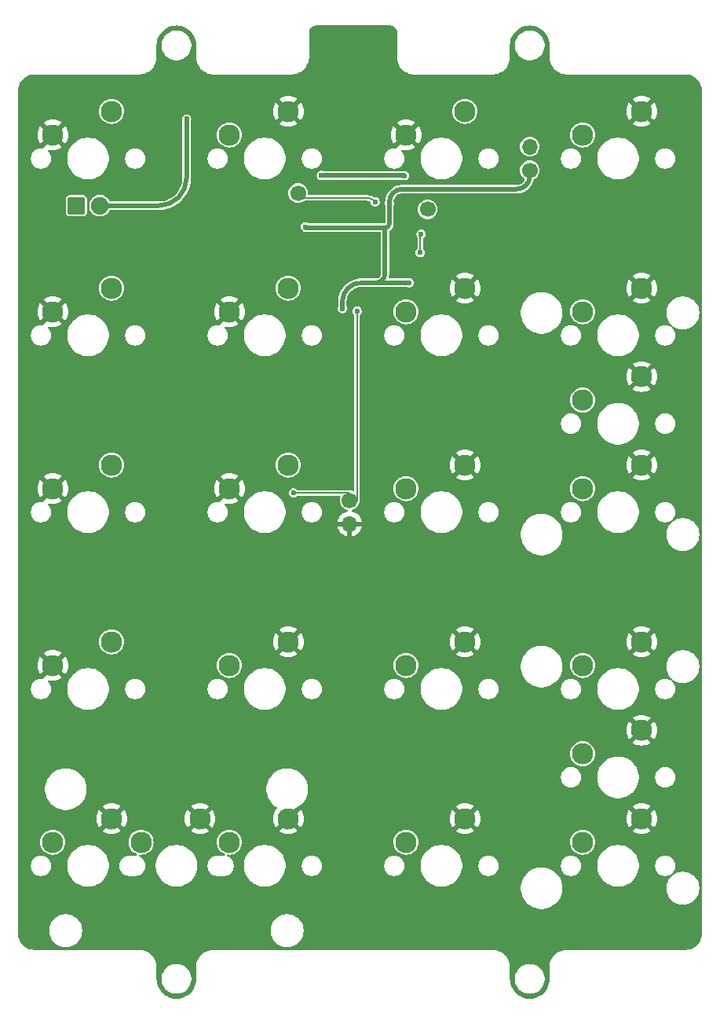
<source format=gbr>
%TF.GenerationSoftware,KiCad,Pcbnew,8.0.2*%
%TF.CreationDate,2025-12-13T15:13:10-08:00*%
%TF.ProjectId,mx-unsaver-numpad,6d782d75-6e73-4617-9665-722d6e756d70,rev?*%
%TF.SameCoordinates,Original*%
%TF.FileFunction,Copper,L1,Top*%
%TF.FilePolarity,Positive*%
%FSLAX46Y46*%
G04 Gerber Fmt 4.6, Leading zero omitted, Abs format (unit mm)*
G04 Created by KiCad (PCBNEW 8.0.2) date 2025-12-13 15:13:10*
%MOMM*%
%LPD*%
G01*
G04 APERTURE LIST*
G04 Aperture macros list*
%AMRoundRect*
0 Rectangle with rounded corners*
0 $1 Rounding radius*
0 $2 $3 $4 $5 $6 $7 $8 $9 X,Y pos of 4 corners*
0 Add a 4 corners polygon primitive as box body*
4,1,4,$2,$3,$4,$5,$6,$7,$8,$9,$2,$3,0*
0 Add four circle primitives for the rounded corners*
1,1,$1+$1,$2,$3*
1,1,$1+$1,$4,$5*
1,1,$1+$1,$6,$7*
1,1,$1+$1,$8,$9*
0 Add four rect primitives between the rounded corners*
20,1,$1+$1,$2,$3,$4,$5,0*
20,1,$1+$1,$4,$5,$6,$7,0*
20,1,$1+$1,$6,$7,$8,$9,0*
20,1,$1+$1,$8,$9,$2,$3,0*%
G04 Aperture macros list end*
%TA.AperFunction,ComponentPad*%
%ADD10C,2.300000*%
%TD*%
%TA.AperFunction,ComponentPad*%
%ADD11C,1.700000*%
%TD*%
%TA.AperFunction,ComponentPad*%
%ADD12O,1.700000X1.700000*%
%TD*%
%TA.AperFunction,ComponentPad*%
%ADD13RoundRect,0.285750X0.666750X0.666750X-0.666750X0.666750X-0.666750X-0.666750X0.666750X-0.666750X0*%
%TD*%
%TA.AperFunction,ComponentPad*%
%ADD14C,1.905000*%
%TD*%
%TA.AperFunction,ViaPad*%
%ADD15C,0.600000*%
%TD*%
%TA.AperFunction,Conductor*%
%ADD16C,0.500000*%
%TD*%
%TA.AperFunction,Conductor*%
%ADD17C,0.200000*%
%TD*%
G04 APERTURE END LIST*
D10*
%TO.P,MX10,1,1*%
%TO.N,GND*%
X34290000Y2540000D03*
%TO.P,MX10,2,2*%
%TO.N,SW14*%
X40640000Y5080000D03*
%TD*%
%TO.P,MX8,1,1*%
%TO.N,SW6*%
X15240000Y-73660000D03*
%TO.P,MX8,2,2*%
%TO.N,GND*%
X21590000Y-71120000D03*
%TD*%
%TO.P,MX11,1,1*%
%TO.N,SW19*%
X53340000Y-35560000D03*
%TO.P,MX11,2,2*%
%TO.N,GND*%
X59690000Y-33020000D03*
%TD*%
%TO.P,MX17,1,1*%
%TO.N,GND*%
X-3810000Y-35560000D03*
%TO.P,MX17,2,2*%
%TO.N,SW4*%
X2540000Y-33020000D03*
%TD*%
%TO.P,MX22,1,1*%
%TO.N,SW20*%
X53340000Y-64135000D03*
%TO.P,MX22,2,2*%
%TO.N,GND*%
X59690000Y-61595000D03*
%TD*%
%TO.P,MX20,1,1*%
%TO.N,SW16*%
X53340000Y-73660000D03*
%TO.P,MX20,2,2*%
%TO.N,GND*%
X59690000Y-71120000D03*
%TD*%
%TO.P,MX6,1,1*%
%TO.N,SW18*%
X53340000Y-16510000D03*
%TO.P,MX6,2,2*%
%TO.N,GND*%
X59690000Y-13970000D03*
%TD*%
%TO.P,MX9,1,1*%
%TO.N,SW10*%
X34290000Y-73660000D03*
%TO.P,MX9,2,2*%
%TO.N,GND*%
X40640000Y-71120000D03*
%TD*%
%TO.P,MX2,1,1*%
%TO.N,SW1*%
X-3810000Y-73660000D03*
%TO.P,MX2,2,2*%
%TO.N,GND*%
X2540000Y-71120000D03*
%TD*%
%TO.P,MX18,1,1*%
%TO.N,GND*%
X15240000Y-16510000D03*
%TO.P,MX18,2,2*%
%TO.N,SW8*%
X21590000Y-13970000D03*
%TD*%
D11*
%TO.P,J4,1,Pin_1*%
%TO.N,+3V3*%
X47625000Y-1270000D03*
D12*
%TO.P,J4,2,Pin_2*%
%TO.N,BOOT0*%
X47625000Y1270000D03*
%TD*%
D10*
%TO.P,MX1,1,1*%
%TO.N,SW17*%
X53340000Y2540000D03*
%TO.P,MX1,2,2*%
%TO.N,GND*%
X59690000Y5080000D03*
%TD*%
%TO.P,MX7,1,1*%
%TO.N,GND*%
X-3810000Y2540000D03*
%TO.P,MX7,2,2*%
%TO.N,SW2*%
X2540000Y5080000D03*
%TD*%
%TO.P,MX14,1,1*%
%TO.N,SW11*%
X34290000Y-16510000D03*
%TO.P,MX14,2,2*%
%TO.N,GND*%
X40640000Y-13970000D03*
%TD*%
%TO.P,MX13,1,1*%
%TO.N,SW7*%
X15240000Y2540000D03*
%TO.P,MX13,2,2*%
%TO.N,GND*%
X21590000Y5080000D03*
%TD*%
%TO.P,MX15,1,1*%
%TO.N,SW15*%
X34290000Y-35560000D03*
%TO.P,MX15,2,2*%
%TO.N,GND*%
X40640000Y-33020000D03*
%TD*%
%TO.P,MX12,1,1*%
%TO.N,GND*%
X-3810000Y-16510000D03*
%TO.P,MX12,2,2*%
%TO.N,SW3*%
X2540000Y-13970000D03*
%TD*%
%TO.P,MX21,1,1*%
%TO.N,SW1*%
X5715000Y-73660000D03*
%TO.P,MX21,2,2*%
%TO.N,GND*%
X12065000Y-71120000D03*
%TD*%
D11*
%TO.P,J3,1,Pin_1*%
%TO.N,NRST*%
X28210000Y-36830000D03*
D12*
%TO.P,J3,2,Pin_2*%
%TO.N,GND*%
X28210000Y-39370000D03*
%TD*%
D10*
%TO.P,MX3,1,1*%
%TO.N,GND*%
X-3810000Y-54610000D03*
%TO.P,MX3,2,2*%
%TO.N,SW5*%
X2540000Y-52070000D03*
%TD*%
%TO.P,MX16,1,1*%
%TO.N,SW20*%
X53340000Y-54610000D03*
%TO.P,MX16,2,2*%
%TO.N,GND*%
X59690000Y-52070000D03*
%TD*%
%TO.P,MX19,1,1*%
%TO.N,SW12*%
X34290000Y-54610000D03*
%TO.P,MX19,2,2*%
%TO.N,GND*%
X40640000Y-52070000D03*
%TD*%
%TO.P,MX23,1,1*%
%TO.N,SW18*%
X53340000Y-26035000D03*
%TO.P,MX23,2,2*%
%TO.N,GND*%
X59690000Y-23495000D03*
%TD*%
%TO.P,MX4,1,1*%
%TO.N,GND*%
X15240000Y-35560000D03*
%TO.P,MX4,2,2*%
%TO.N,SW9*%
X21590000Y-33020000D03*
%TD*%
%TO.P,MX5,1,1*%
%TO.N,SW13*%
X15240000Y-54610000D03*
%TO.P,MX5,2,2*%
%TO.N,GND*%
X21590000Y-52070000D03*
%TD*%
D11*
%TO.P,J2,1,Pin_1*%
%TO.N,SWC*%
X36610000Y-5480000D03*
%TD*%
%TO.P,J1,1,Pin_1*%
%TO.N,SWD*%
X22640000Y-3730000D03*
%TD*%
D13*
%TO.P,D1,1,K*%
%TO.N,Net-(D1-K)*%
X-1270000Y-5080000D03*
D14*
%TO.P,D1,2,A*%
%TO.N,+5V*%
X1270000Y-5080000D03*
%TD*%
D15*
%TO.N,GND*%
X28070000Y3540000D03*
X34637530Y-12543417D03*
X30070000Y10660000D03*
X27910000Y6600000D03*
X36476007Y-10704940D03*
X28090000Y-666250D03*
X29140000Y-3490000D03*
X31696212Y-4972346D03*
X23190000Y-8150000D03*
X28198992Y-16375067D03*
X31290000Y-790000D03*
%TO.N,+3V3*%
X27425394Y-16171227D03*
X23448987Y-7360536D03*
X34637530Y-13391945D03*
X32483281Y-4829076D03*
X25160000Y-1840000D03*
X34140000Y-1860000D03*
%TO.N,NRST*%
X28995376Y-16452469D03*
X22160000Y-36040000D03*
%TO.N,+5V*%
X10620000Y4250000D03*
%TO.N,BOOT0*%
X35920000Y-8150001D03*
X35810000Y-10150001D03*
%TO.N,SWD*%
X30949998Y-4683956D03*
%TD*%
D16*
%TO.N,+3V3*%
X34140000Y-1840000D02*
X34140000Y-1860000D01*
X31021235Y-13391945D02*
X34637530Y-13391945D01*
X23472248Y-7452248D02*
X23420000Y-7400000D01*
X25160000Y-1840000D02*
X34140000Y-1840000D01*
X27425394Y-15391945D02*
X27425394Y-16171227D01*
X47625000Y-1900000D02*
X47625000Y-1270000D01*
X32021235Y-7452248D02*
X32021235Y-12391945D01*
X32483281Y-4829076D02*
X32483281Y-4700000D01*
X30819153Y-7452248D02*
X23472248Y-7452248D01*
X32083281Y-7452248D02*
X32021235Y-7452248D01*
X32483281Y-4829076D02*
X32483281Y-7052248D01*
X33883281Y-3300000D02*
X46225000Y-3300000D01*
X30819153Y-7452248D02*
X32021235Y-7452248D01*
X31021235Y-13391945D02*
X29425394Y-13391945D01*
X29425394Y-13391945D02*
G75*
G03*
X27425445Y-15391945I6J-1999955D01*
G01*
X32083281Y-7452248D02*
G75*
G03*
X32483348Y-7052248I19J400048D01*
G01*
X31021235Y-13391945D02*
G75*
G03*
X32021245Y-12391945I-35J1000045D01*
G01*
X32483281Y-4700000D02*
G75*
G02*
X33883281Y-3299981I1400019J0D01*
G01*
X47625000Y-1900000D02*
G75*
G02*
X46225000Y-3300000I-1400000J0D01*
G01*
D17*
%TO.N,NRST*%
X28995376Y-16452469D02*
X28995376Y-36830000D01*
X28210000Y-36830000D02*
X28210000Y-36040000D01*
X28995376Y-36830000D02*
X28210000Y-36830000D01*
X28210000Y-36040000D02*
X22160000Y-36040000D01*
D16*
%TO.N,+5V*%
X1270000Y-5080000D02*
X7620000Y-5080000D01*
X10620000Y-2080000D02*
X10620000Y4250000D01*
X10620000Y-2080000D02*
G75*
G02*
X7620000Y-5080000I-3000000J0D01*
G01*
D17*
%TO.N,BOOT0*%
X35810000Y-8260001D02*
X35920000Y-8150001D01*
X35810000Y-10150001D02*
X35810000Y-8260001D01*
%TO.N,SWD*%
X22640000Y-4253900D02*
X22640000Y-3730000D01*
X22630000Y-4253900D02*
X22630000Y-4250000D01*
X30949998Y-4683956D02*
X30812835Y-4546793D01*
X30105728Y-4253900D02*
X22640000Y-4253900D01*
X30812835Y-4546793D02*
G75*
G03*
X30105728Y-4253880I-707135J-707107D01*
G01*
%TD*%
%TA.AperFunction,Conductor*%
%TO.N,GND*%
G36*
X32579821Y14323940D02*
G01*
X32599766Y14321990D01*
X32710464Y14311172D01*
X32729351Y14307445D01*
X32850403Y14271032D01*
X32868213Y14263720D01*
X32979930Y14204565D01*
X32995988Y14193944D01*
X33094145Y14114284D01*
X33107844Y14100755D01*
X33188724Y14003606D01*
X33199545Y13987683D01*
X33260096Y13876711D01*
X33267630Y13858995D01*
X33305556Y13738410D01*
X33309519Y13719569D01*
X33323902Y13589268D01*
X33324500Y13578406D01*
X33324500Y10850749D01*
X33324505Y10850681D01*
X33324504Y10787678D01*
X33324504Y10787669D01*
X33356161Y10547161D01*
X33356163Y10547147D01*
X33407027Y10357310D01*
X33418942Y10312841D01*
X33418946Y10312828D01*
X33418950Y10312814D01*
X33511778Y10088702D01*
X33633078Y9878605D01*
X33633081Y9878600D01*
X33780759Y9686147D01*
X33952303Y9514610D01*
X34144772Y9366933D01*
X34354872Y9245643D01*
X34579009Y9152817D01*
X34813331Y9090047D01*
X35053851Y9058399D01*
X35053854Y9058399D01*
X35053855Y9058399D01*
X35175152Y9058409D01*
X43579322Y9058409D01*
X43581894Y9058189D01*
X43610725Y9058314D01*
X43610740Y9058314D01*
X43633044Y9058407D01*
X43633286Y9058408D01*
X43633696Y9058409D01*
X43689905Y9058409D01*
X43692335Y9058652D01*
X43753989Y9058909D01*
X43829120Y9069104D01*
X43993703Y9091437D01*
X44184056Y9143178D01*
X44227135Y9154888D01*
X44227136Y9154888D01*
X44227138Y9154889D01*
X44450327Y9248187D01*
X44450329Y9248188D01*
X44450331Y9248189D01*
X44659466Y9369740D01*
X44659473Y9369744D01*
X44851015Y9517491D01*
X44851016Y9517492D01*
X44958497Y9625440D01*
X45021697Y9688914D01*
X45168612Y9881095D01*
X45289262Y10090765D01*
X45374115Y10296247D01*
X45381593Y10314355D01*
X45398274Y10376795D01*
X45444033Y10548063D01*
X45475522Y10787910D01*
X45475500Y10908862D01*
X45475500Y10953032D01*
X45475500Y12171619D01*
X45475713Y12178106D01*
X45483781Y12300965D01*
X46024500Y12300965D01*
X46024500Y12049034D01*
X46063908Y11800219D01*
X46141759Y11560620D01*
X46256128Y11336157D01*
X46404206Y11132345D01*
X46582345Y10954206D01*
X46786157Y10806128D01*
X47010620Y10691759D01*
X47250219Y10613908D01*
X47499035Y10574500D01*
X47499038Y10574500D01*
X47750965Y10574500D01*
X47999780Y10613908D01*
X48239379Y10691759D01*
X48463842Y10806128D01*
X48525258Y10850749D01*
X48667656Y10954207D01*
X48845793Y11132344D01*
X48993870Y11336155D01*
X49108241Y11560621D01*
X49186090Y11800215D01*
X49186091Y11800219D01*
X49225500Y12049034D01*
X49225500Y12300965D01*
X49186091Y12549780D01*
X49186090Y12549781D01*
X49186090Y12549785D01*
X49108241Y12789379D01*
X48993870Y13013845D01*
X48845793Y13217656D01*
X48667656Y13395793D01*
X48463845Y13543870D01*
X48239379Y13658241D01*
X47999785Y13736090D01*
X47999781Y13736090D01*
X47999780Y13736091D01*
X47750965Y13775500D01*
X47750962Y13775500D01*
X47499038Y13775500D01*
X47499035Y13775500D01*
X47250219Y13736091D01*
X47250216Y13736090D01*
X47250215Y13736090D01*
X47010621Y13658241D01*
X46786155Y13543870D01*
X46582344Y13395793D01*
X46404207Y13217656D01*
X46404206Y13217654D01*
X46256128Y13013842D01*
X46141759Y12789379D01*
X46063908Y12549780D01*
X46024500Y12300965D01*
X45483781Y12300965D01*
X45493533Y12449483D01*
X45495230Y12462347D01*
X45547752Y12725872D01*
X45551116Y12738402D01*
X45637649Y12992795D01*
X45642623Y13004779D01*
X45756098Y13234375D01*
X45761684Y13245677D01*
X45768183Y13256907D01*
X45917723Y13480160D01*
X45925634Y13490443D01*
X46103087Y13692225D01*
X46112276Y13701386D01*
X46314591Y13878226D01*
X46324898Y13886106D01*
X46538761Y14028421D01*
X46548604Y14034971D01*
X46559854Y14041436D01*
X46801106Y14159766D01*
X46813104Y14164704D01*
X47067756Y14250467D01*
X47080297Y14253794D01*
X47343992Y14305520D01*
X47356861Y14307177D01*
X47625037Y14323973D01*
X47638011Y14323934D01*
X47906093Y14305514D01*
X47918952Y14303778D01*
X48182313Y14250459D01*
X48194833Y14247057D01*
X48448968Y14159752D01*
X48460937Y14154741D01*
X48701465Y14034953D01*
X48712675Y14028421D01*
X48935482Y13878200D01*
X48945741Y13870257D01*
X49146978Y13692199D01*
X49156111Y13682983D01*
X49332339Y13480130D01*
X49340188Y13469799D01*
X49488373Y13245644D01*
X49494804Y13234375D01*
X49612407Y12992758D01*
X49617308Y12980744D01*
X49702296Y12725839D01*
X49705585Y12713288D01*
X49756511Y12449445D01*
X49758130Y12436572D01*
X49774311Y12165021D01*
X49774484Y12158532D01*
X49774198Y12111354D01*
X49774500Y12107776D01*
X49774500Y10850749D01*
X49774505Y10850681D01*
X49774504Y10787678D01*
X49774504Y10787669D01*
X49806161Y10547161D01*
X49806163Y10547147D01*
X49857027Y10357310D01*
X49868942Y10312841D01*
X49868946Y10312828D01*
X49868950Y10312814D01*
X49961778Y10088702D01*
X50083078Y9878605D01*
X50083081Y9878600D01*
X50230759Y9686147D01*
X50402303Y9514610D01*
X50594772Y9366933D01*
X50804872Y9245643D01*
X51029009Y9152817D01*
X51263331Y9090047D01*
X51503851Y9058399D01*
X51503854Y9058399D01*
X51503855Y9058399D01*
X51625152Y9058409D01*
X64455469Y9058409D01*
X64462572Y9058154D01*
X64702281Y9040910D01*
X64716338Y9038877D01*
X64947625Y8988272D01*
X64961247Y8984249D01*
X65182920Y8901064D01*
X65195826Y8895132D01*
X65403301Y8781088D01*
X65415226Y8773371D01*
X65604260Y8630800D01*
X65614956Y8621457D01*
X65781632Y8453316D01*
X65790882Y8442537D01*
X65931785Y8252270D01*
X65939398Y8240278D01*
X66051627Y8031798D01*
X66057445Y8018841D01*
X66138682Y7796456D01*
X66142586Y7782800D01*
X66191165Y7551071D01*
X66193074Y7536996D01*
X66208277Y7296201D01*
X66208470Y7289098D01*
X66208076Y7244057D01*
X66208500Y7238962D01*
X66208500Y-83505603D01*
X66208249Y-83512650D01*
X66191278Y-83750456D01*
X66189277Y-83764403D01*
X66139471Y-83993926D01*
X66135511Y-84007448D01*
X66053623Y-84227583D01*
X66047783Y-84240407D01*
X65935474Y-84446684D01*
X65927873Y-84458547D01*
X65787420Y-84646791D01*
X65778212Y-84657456D01*
X65612455Y-84823854D01*
X65601826Y-84833104D01*
X65414117Y-84974293D01*
X65402283Y-84981939D01*
X65196452Y-85095040D01*
X65183651Y-85100930D01*
X64963829Y-85183671D01*
X64950322Y-85187683D01*
X64720996Y-85238376D01*
X64707057Y-85240431D01*
X64469456Y-85258312D01*
X64462027Y-85258591D01*
X51566483Y-85258591D01*
X51566405Y-85258597D01*
X51503741Y-85258597D01*
X51263234Y-85290257D01*
X51028909Y-85353041D01*
X50804801Y-85445869D01*
X50804800Y-85445869D01*
X50594713Y-85567161D01*
X50594712Y-85567162D01*
X50402268Y-85714829D01*
X50230730Y-85886367D01*
X50083058Y-86078819D01*
X50083057Y-86078820D01*
X49961766Y-86288907D01*
X49868939Y-86513021D01*
X49868936Y-86513027D01*
X49806156Y-86747336D01*
X49806154Y-86747349D01*
X49774497Y-86987848D01*
X49774497Y-86987853D01*
X49774500Y-87090869D01*
X49774500Y-88371850D01*
X49774288Y-88378325D01*
X49756535Y-88649180D01*
X49754845Y-88662019D01*
X49702523Y-88925060D01*
X49699171Y-88937569D01*
X49612962Y-89191530D01*
X49608006Y-89203493D01*
X49489393Y-89444017D01*
X49482918Y-89455232D01*
X49333916Y-89678229D01*
X49326033Y-89688503D01*
X49149204Y-89890138D01*
X49140047Y-89899295D01*
X48938412Y-90076124D01*
X48928138Y-90084007D01*
X48705141Y-90233009D01*
X48693926Y-90239484D01*
X48453402Y-90358097D01*
X48441439Y-90363053D01*
X48187478Y-90449262D01*
X48174969Y-90452614D01*
X47911928Y-90504936D01*
X47899089Y-90506626D01*
X47631475Y-90524166D01*
X47618525Y-90524166D01*
X47350910Y-90506626D01*
X47338071Y-90504936D01*
X47075030Y-90452614D01*
X47062521Y-90449262D01*
X46808560Y-90363053D01*
X46796597Y-90358097D01*
X46556073Y-90239484D01*
X46544858Y-90233009D01*
X46321861Y-90084007D01*
X46311587Y-90076124D01*
X46109952Y-89899295D01*
X46100795Y-89890138D01*
X45923966Y-89688503D01*
X45916083Y-89678229D01*
X45767081Y-89455232D01*
X45760606Y-89444017D01*
X45641993Y-89203493D01*
X45637037Y-89191530D01*
X45618374Y-89136551D01*
X45550826Y-88937564D01*
X45547476Y-88925060D01*
X45495154Y-88662019D01*
X45493464Y-88649180D01*
X45475712Y-88378325D01*
X45475500Y-88371850D01*
X45475500Y-88249034D01*
X46024500Y-88249034D01*
X46024500Y-88500965D01*
X46063908Y-88749780D01*
X46141759Y-88989379D01*
X46247887Y-89197669D01*
X46256130Y-89213845D01*
X46404207Y-89417656D01*
X46582344Y-89595793D01*
X46786155Y-89743870D01*
X47010621Y-89858241D01*
X47250215Y-89936090D01*
X47250216Y-89936090D01*
X47250219Y-89936091D01*
X47499035Y-89975500D01*
X47499038Y-89975500D01*
X47750965Y-89975500D01*
X47999780Y-89936091D01*
X47999781Y-89936090D01*
X47999785Y-89936090D01*
X48239379Y-89858241D01*
X48463845Y-89743870D01*
X48667656Y-89595793D01*
X48845793Y-89417656D01*
X48993870Y-89213845D01*
X49108241Y-88989379D01*
X49186090Y-88749785D01*
X49200999Y-88655657D01*
X49225500Y-88500965D01*
X49225500Y-88249034D01*
X49186091Y-88000219D01*
X49186090Y-88000215D01*
X49108241Y-87760621D01*
X48993870Y-87536155D01*
X48845793Y-87332344D01*
X48667656Y-87154207D01*
X48463845Y-87006130D01*
X48463844Y-87006129D01*
X48463842Y-87006128D01*
X48239379Y-86891759D01*
X47999780Y-86813908D01*
X47750965Y-86774500D01*
X47750962Y-86774500D01*
X47499038Y-86774500D01*
X47499035Y-86774500D01*
X47250219Y-86813908D01*
X47010620Y-86891759D01*
X46786157Y-87006128D01*
X46582345Y-87154206D01*
X46404206Y-87332345D01*
X46256128Y-87536157D01*
X46141759Y-87760620D01*
X46063908Y-88000219D01*
X46024500Y-88249034D01*
X45475500Y-88249034D01*
X45475500Y-87145755D01*
X45475971Y-87140052D01*
X45475505Y-87092604D01*
X45475500Y-87091632D01*
X45475500Y-87037659D01*
X45474858Y-87031454D01*
X45474283Y-86970358D01*
X45474281Y-86970343D01*
X45440666Y-86731673D01*
X45440665Y-86731671D01*
X45440665Y-86731667D01*
X45376372Y-86499354D01*
X45282490Y-86277341D01*
X45196916Y-86131336D01*
X45160613Y-86069395D01*
X45160611Y-86069393D01*
X45160605Y-86069382D01*
X45012775Y-85878988D01*
X44908787Y-85776010D01*
X44841504Y-85709380D01*
X44654620Y-85567180D01*
X44649671Y-85563414D01*
X44444583Y-85445888D01*
X44440535Y-85443568D01*
X44440533Y-85443567D01*
X44440531Y-85443566D01*
X44217613Y-85351856D01*
X44084938Y-85316529D01*
X43984679Y-85289834D01*
X43839527Y-85270834D01*
X43745675Y-85258550D01*
X43745672Y-85258550D01*
X43625158Y-85258590D01*
X43625119Y-85258590D01*
X43572106Y-85258587D01*
X43572062Y-85258591D01*
X13465575Y-85258591D01*
X13465381Y-85258610D01*
X13403739Y-85258610D01*
X13163243Y-85290271D01*
X13163238Y-85290271D01*
X12928929Y-85353055D01*
X12928916Y-85353059D01*
X12704814Y-85445884D01*
X12494722Y-85567180D01*
X12302277Y-85714848D01*
X12130738Y-85886387D01*
X11983068Y-86078835D01*
X11861781Y-86288907D01*
X11861778Y-86288913D01*
X11768950Y-86513022D01*
X11768946Y-86513035D01*
X11706162Y-86747345D01*
X11706162Y-86747350D01*
X11674500Y-86987846D01*
X11674500Y-88371850D01*
X11674288Y-88378325D01*
X11656535Y-88649180D01*
X11654845Y-88662019D01*
X11602523Y-88925060D01*
X11599171Y-88937569D01*
X11512962Y-89191530D01*
X11508006Y-89203493D01*
X11389393Y-89444017D01*
X11382918Y-89455232D01*
X11233916Y-89678229D01*
X11226033Y-89688503D01*
X11049204Y-89890138D01*
X11040047Y-89899295D01*
X10838412Y-90076124D01*
X10828138Y-90084007D01*
X10605141Y-90233009D01*
X10593926Y-90239484D01*
X10353402Y-90358097D01*
X10341439Y-90363053D01*
X10087478Y-90449262D01*
X10074969Y-90452614D01*
X9811928Y-90504936D01*
X9799089Y-90506626D01*
X9531475Y-90524166D01*
X9518525Y-90524166D01*
X9250910Y-90506626D01*
X9238071Y-90504936D01*
X8975030Y-90452614D01*
X8962521Y-90449262D01*
X8708560Y-90363053D01*
X8696597Y-90358097D01*
X8456073Y-90239484D01*
X8444858Y-90233009D01*
X8221861Y-90084007D01*
X8211587Y-90076124D01*
X8009952Y-89899295D01*
X8000795Y-89890138D01*
X7823966Y-89688503D01*
X7816083Y-89678229D01*
X7667081Y-89455232D01*
X7660606Y-89444017D01*
X7541993Y-89203493D01*
X7537037Y-89191530D01*
X7518374Y-89136551D01*
X7450826Y-88937564D01*
X7447476Y-88925060D01*
X7395154Y-88662019D01*
X7393464Y-88649180D01*
X7375712Y-88378325D01*
X7375500Y-88371850D01*
X7375500Y-88249034D01*
X7924500Y-88249034D01*
X7924500Y-88500965D01*
X7963908Y-88749780D01*
X8041759Y-88989379D01*
X8147887Y-89197669D01*
X8156130Y-89213845D01*
X8304207Y-89417656D01*
X8482344Y-89595793D01*
X8686155Y-89743870D01*
X8910621Y-89858241D01*
X9150215Y-89936090D01*
X9150216Y-89936090D01*
X9150219Y-89936091D01*
X9399035Y-89975500D01*
X9399038Y-89975500D01*
X9650965Y-89975500D01*
X9899780Y-89936091D01*
X9899781Y-89936090D01*
X9899785Y-89936090D01*
X10139379Y-89858241D01*
X10363845Y-89743870D01*
X10567656Y-89595793D01*
X10745793Y-89417656D01*
X10893870Y-89213845D01*
X11008241Y-88989379D01*
X11086090Y-88749785D01*
X11100999Y-88655657D01*
X11125500Y-88500965D01*
X11125500Y-88249034D01*
X11086091Y-88000219D01*
X11086090Y-88000215D01*
X11008241Y-87760621D01*
X10893870Y-87536155D01*
X10745793Y-87332344D01*
X10567656Y-87154207D01*
X10363845Y-87006130D01*
X10363844Y-87006129D01*
X10363842Y-87006128D01*
X10139379Y-86891759D01*
X9899780Y-86813908D01*
X9650965Y-86774500D01*
X9650962Y-86774500D01*
X9399038Y-86774500D01*
X9399035Y-86774500D01*
X9150219Y-86813908D01*
X8910620Y-86891759D01*
X8686157Y-87006128D01*
X8482345Y-87154206D01*
X8304206Y-87332345D01*
X8156128Y-87536157D01*
X8041759Y-87760620D01*
X7963908Y-88000219D01*
X7924500Y-88249034D01*
X7375500Y-88249034D01*
X7375500Y-87145761D01*
X7375973Y-87140025D01*
X7375505Y-87092591D01*
X7375500Y-87091613D01*
X7375500Y-87037327D01*
X7374930Y-87031811D01*
X7374514Y-86987846D01*
X7374349Y-86970349D01*
X7340725Y-86731655D01*
X7276426Y-86499339D01*
X7182537Y-86277325D01*
X7060644Y-86069364D01*
X6912808Y-85878971D01*
X6741526Y-85709360D01*
X6549691Y-85563399D01*
X6549688Y-85563397D01*
X6340547Y-85443554D01*
X6340544Y-85443553D01*
X6253776Y-85407858D01*
X6117624Y-85351847D01*
X6117614Y-85351844D01*
X5884690Y-85289830D01*
X5884685Y-85289829D01*
X5765178Y-85274188D01*
X5645672Y-85258548D01*
X5645671Y-85258548D01*
X5525149Y-85258590D01*
X5525113Y-85258590D01*
X5487593Y-85258589D01*
X5480977Y-85258589D01*
X5480976Y-85258589D01*
X5471544Y-85258589D01*
X5471524Y-85258591D01*
X-5796429Y-85258591D01*
X-5803492Y-85258339D01*
X-6041893Y-85241287D01*
X-6055874Y-85239276D01*
X-6285936Y-85189228D01*
X-6299490Y-85185249D01*
X-6520104Y-85102961D01*
X-6532953Y-85097093D01*
X-6739612Y-84984245D01*
X-6751495Y-84976607D01*
X-6939977Y-84835505D01*
X-6950652Y-84826255D01*
X-7117143Y-84659756D01*
X-7126388Y-84649086D01*
X-7267487Y-84460589D01*
X-7275123Y-84448706D01*
X-7387963Y-84242039D01*
X-7393830Y-84229189D01*
X-7476102Y-84008581D01*
X-7480081Y-83995028D01*
X-7530121Y-83764954D01*
X-7532131Y-83750972D01*
X-7549169Y-83512578D01*
X-7549421Y-83505518D01*
X-7549420Y-83456917D01*
X-7549422Y-83456891D01*
X-7549422Y-83449893D01*
X-7549500Y-83449098D01*
X-7549500Y-83068693D01*
X-4187500Y-83068693D01*
X-4187500Y-83301307D01*
X-4157137Y-83531930D01*
X-4096932Y-83756618D01*
X-4007915Y-83971525D01*
X-3891608Y-84172974D01*
X-3750002Y-84357519D01*
X-3585519Y-84522002D01*
X-3400974Y-84663608D01*
X-3199525Y-84779915D01*
X-2984618Y-84868932D01*
X-2759930Y-84929137D01*
X-2529307Y-84959500D01*
X-2529306Y-84959500D01*
X-2296694Y-84959500D01*
X-2296693Y-84959500D01*
X-2066070Y-84929137D01*
X-1841382Y-84868932D01*
X-1626475Y-84779915D01*
X-1425026Y-84663608D01*
X-1319016Y-84582264D01*
X-1240487Y-84522007D01*
X-1240485Y-84522005D01*
X-1240481Y-84522002D01*
X-1075998Y-84357519D01*
X-1075994Y-84357514D01*
X-1075992Y-84357512D01*
X-934390Y-84172971D01*
X-818085Y-83971526D01*
X-818083Y-83971521D01*
X-729070Y-83756623D01*
X-729066Y-83756610D01*
X-699143Y-83644935D01*
X-668863Y-83531930D01*
X-666324Y-83512650D01*
X-638500Y-83301307D01*
X-638500Y-83068692D01*
X19688500Y-83068692D01*
X19688500Y-83301307D01*
X19716324Y-83512650D01*
X19718863Y-83531930D01*
X19749143Y-83644935D01*
X19779066Y-83756610D01*
X19779070Y-83756623D01*
X19868083Y-83971521D01*
X19868085Y-83971526D01*
X19984390Y-84172971D01*
X20125992Y-84357512D01*
X20125994Y-84357514D01*
X20125998Y-84357519D01*
X20290481Y-84522002D01*
X20290485Y-84522005D01*
X20290487Y-84522007D01*
X20369016Y-84582264D01*
X20475026Y-84663608D01*
X20676475Y-84779915D01*
X20891382Y-84868932D01*
X21116070Y-84929137D01*
X21346693Y-84959500D01*
X21346694Y-84959500D01*
X21579306Y-84959500D01*
X21579307Y-84959500D01*
X21809930Y-84929137D01*
X22034618Y-84868932D01*
X22249525Y-84779915D01*
X22450974Y-84663608D01*
X22635519Y-84522002D01*
X22800002Y-84357519D01*
X22941608Y-84172974D01*
X23057915Y-83971525D01*
X23146932Y-83756618D01*
X23207137Y-83531930D01*
X23237500Y-83301307D01*
X23237500Y-83068693D01*
X23207137Y-82838070D01*
X23146932Y-82613382D01*
X23057915Y-82398475D01*
X22941608Y-82197026D01*
X22800002Y-82012481D01*
X22635519Y-81847998D01*
X22635514Y-81847994D01*
X22635512Y-81847992D01*
X22450971Y-81706390D01*
X22249526Y-81590085D01*
X22249521Y-81590083D01*
X22034623Y-81501070D01*
X22034622Y-81501069D01*
X22034618Y-81501068D01*
X21809930Y-81440863D01*
X21809925Y-81440862D01*
X21809924Y-81440862D01*
X21579307Y-81410500D01*
X21346693Y-81410500D01*
X21346692Y-81410500D01*
X21116075Y-81440862D01*
X21116072Y-81440862D01*
X21116070Y-81440863D01*
X20951592Y-81484934D01*
X20891389Y-81501066D01*
X20891376Y-81501070D01*
X20676478Y-81590083D01*
X20676473Y-81590085D01*
X20475028Y-81706390D01*
X20290487Y-81847992D01*
X20125992Y-82012487D01*
X19984390Y-82197028D01*
X19868085Y-82398473D01*
X19868083Y-82398478D01*
X19779070Y-82613376D01*
X19779066Y-82613389D01*
X19718862Y-82838075D01*
X19688500Y-83068692D01*
X-638500Y-83068692D01*
X-668862Y-82838075D01*
X-729066Y-82613389D01*
X-729070Y-82613376D01*
X-818083Y-82398478D01*
X-818085Y-82398473D01*
X-934390Y-82197028D01*
X-1075992Y-82012487D01*
X-1240487Y-81847992D01*
X-1425028Y-81706390D01*
X-1626473Y-81590085D01*
X-1626478Y-81590083D01*
X-1841376Y-81501070D01*
X-1841389Y-81501066D01*
X-1901592Y-81484934D01*
X-2066070Y-81440863D01*
X-2066072Y-81440862D01*
X-2066075Y-81440862D01*
X-2296692Y-81410500D01*
X-2296693Y-81410500D01*
X-2529307Y-81410500D01*
X-2759924Y-81440862D01*
X-2759925Y-81440862D01*
X-2759930Y-81440863D01*
X-2984618Y-81501068D01*
X-2984622Y-81501069D01*
X-2984623Y-81501070D01*
X-3199521Y-81590083D01*
X-3199526Y-81590085D01*
X-3400971Y-81706390D01*
X-3585512Y-81847992D01*
X-3585514Y-81847994D01*
X-3585519Y-81847998D01*
X-3750002Y-82012481D01*
X-3891608Y-82197026D01*
X-4007915Y-82398475D01*
X-4096932Y-82613382D01*
X-4157137Y-82838070D01*
X-4187500Y-83068693D01*
X-7549500Y-83068693D01*
X-7549500Y-78465892D01*
X46650600Y-78465892D01*
X46650600Y-78760107D01*
X46689001Y-79051792D01*
X46689001Y-79051797D01*
X46765148Y-79335979D01*
X46765152Y-79335992D01*
X46877737Y-79607799D01*
X46877739Y-79607804D01*
X47024843Y-79862594D01*
X47203944Y-80096004D01*
X47203946Y-80096006D01*
X47203950Y-80096011D01*
X47411989Y-80304050D01*
X47411993Y-80304053D01*
X47411995Y-80304055D01*
X47481173Y-80357137D01*
X47645403Y-80483155D01*
X47900197Y-80630261D01*
X48172013Y-80742850D01*
X48456200Y-80818998D01*
X48747894Y-80857400D01*
X48747895Y-80857400D01*
X49042105Y-80857400D01*
X49042106Y-80857400D01*
X49333800Y-80818998D01*
X49617987Y-80742850D01*
X49889803Y-80630261D01*
X50144597Y-80483155D01*
X50378011Y-80304050D01*
X50586050Y-80096011D01*
X50765155Y-79862597D01*
X50912261Y-79607803D01*
X51024850Y-79335987D01*
X51100998Y-79051800D01*
X51139400Y-78760106D01*
X51139400Y-78496693D01*
X62360500Y-78496693D01*
X62360500Y-78729307D01*
X62390863Y-78959930D01*
X62415479Y-79051797D01*
X62451066Y-79184610D01*
X62451070Y-79184623D01*
X62540083Y-79399521D01*
X62540085Y-79399526D01*
X62656390Y-79600971D01*
X62797992Y-79785512D01*
X62797994Y-79785514D01*
X62797998Y-79785519D01*
X62962481Y-79950002D01*
X62962485Y-79950005D01*
X62962487Y-79950007D01*
X63041016Y-80010264D01*
X63147026Y-80091608D01*
X63348475Y-80207915D01*
X63563382Y-80296932D01*
X63788070Y-80357137D01*
X64018693Y-80387500D01*
X64018694Y-80387500D01*
X64251306Y-80387500D01*
X64251307Y-80387500D01*
X64481930Y-80357137D01*
X64706618Y-80296932D01*
X64921525Y-80207915D01*
X65122974Y-80091608D01*
X65307519Y-79950002D01*
X65472002Y-79785519D01*
X65613608Y-79600974D01*
X65729915Y-79399525D01*
X65818932Y-79184618D01*
X65879137Y-78959930D01*
X65909500Y-78729307D01*
X65909500Y-78496693D01*
X65879137Y-78266070D01*
X65818932Y-78041382D01*
X65729915Y-77826475D01*
X65613608Y-77625026D01*
X65472002Y-77440481D01*
X65307519Y-77275998D01*
X65307514Y-77275994D01*
X65307512Y-77275992D01*
X65132893Y-77142003D01*
X65122974Y-77134392D01*
X65122971Y-77134390D01*
X64921526Y-77018085D01*
X64921521Y-77018083D01*
X64706623Y-76929070D01*
X64706622Y-76929069D01*
X64706618Y-76929068D01*
X64481930Y-76868863D01*
X64481925Y-76868862D01*
X64481924Y-76868862D01*
X64251307Y-76838500D01*
X64018693Y-76838500D01*
X64018692Y-76838500D01*
X63788075Y-76868862D01*
X63788072Y-76868862D01*
X63788070Y-76868863D01*
X63623592Y-76912934D01*
X63563389Y-76929066D01*
X63563376Y-76929070D01*
X63348478Y-77018083D01*
X63348473Y-77018085D01*
X63147033Y-77134387D01*
X63147027Y-77134390D01*
X63147026Y-77134392D01*
X63103116Y-77168084D01*
X63082615Y-77183816D01*
X63040278Y-77198807D01*
X63013269Y-77237025D01*
X62962488Y-77275991D01*
X62797992Y-77440487D01*
X62656390Y-77625028D01*
X62540085Y-77826473D01*
X62540083Y-77826478D01*
X62513337Y-77891050D01*
X62451068Y-78041382D01*
X62403942Y-78217261D01*
X62390862Y-78266075D01*
X62367385Y-78444399D01*
X62360500Y-78496693D01*
X51139400Y-78496693D01*
X51139400Y-78465894D01*
X51100998Y-78174200D01*
X51024850Y-77890013D01*
X50912261Y-77618197D01*
X50765155Y-77363403D01*
X50586050Y-77129989D01*
X50378011Y-76921950D01*
X50378006Y-76921946D01*
X50378004Y-76921944D01*
X50189447Y-76777260D01*
X50144597Y-76742845D01*
X49964387Y-76638800D01*
X49889804Y-76595739D01*
X49889799Y-76595737D01*
X49617992Y-76483152D01*
X49617991Y-76483151D01*
X49617987Y-76483150D01*
X49333800Y-76407002D01*
X49333797Y-76407001D01*
X49333795Y-76407001D01*
X49042107Y-76368600D01*
X49042106Y-76368600D01*
X48747894Y-76368600D01*
X48747892Y-76368600D01*
X48456207Y-76407001D01*
X48456202Y-76407001D01*
X48172020Y-76483148D01*
X48172007Y-76483152D01*
X47900200Y-76595737D01*
X47900195Y-76595739D01*
X47645405Y-76742843D01*
X47411995Y-76921944D01*
X47203944Y-77129995D01*
X47024843Y-77363405D01*
X46877739Y-77618195D01*
X46877737Y-77618200D01*
X46765152Y-77890007D01*
X46765148Y-77890020D01*
X46689001Y-78174202D01*
X46689001Y-78174207D01*
X46650600Y-78465892D01*
X-7549500Y-78465892D01*
X-7549500Y-76113314D01*
X-6181400Y-76113314D01*
X-6181400Y-76113318D01*
X-6181400Y-76286682D01*
X-6154280Y-76457912D01*
X-6100708Y-76622791D01*
X-6022002Y-76777260D01*
X-5920101Y-76917514D01*
X-5797514Y-77040101D01*
X-5657260Y-77142002D01*
X-5502791Y-77220708D01*
X-5337912Y-77274280D01*
X-5252297Y-77287840D01*
X-5166685Y-77301400D01*
X-5166682Y-77301400D01*
X-4993315Y-77301400D01*
X-4890580Y-77285128D01*
X-4822088Y-77274280D01*
X-4657209Y-77220708D01*
X-4502740Y-77142002D01*
X-4362486Y-77040101D01*
X-4239899Y-76917514D01*
X-4137998Y-76777260D01*
X-4120462Y-76742845D01*
X-4059291Y-76622789D01*
X-4005719Y-76457909D01*
X-3978600Y-76286685D01*
X-3978600Y-76113314D01*
X-3988170Y-76052894D01*
X-2244400Y-76052894D01*
X-2244400Y-76347106D01*
X-2205998Y-76638800D01*
X-2129850Y-76922987D01*
X-2017261Y-77194803D01*
X-1870155Y-77449597D01*
X-1691050Y-77683011D01*
X-1483011Y-77891050D01*
X-1249597Y-78070155D01*
X-994803Y-78217261D01*
X-722987Y-78329850D01*
X-438800Y-78405998D01*
X-147106Y-78444400D01*
X-147105Y-78444400D01*
X147105Y-78444400D01*
X147106Y-78444400D01*
X438800Y-78405998D01*
X722987Y-78329850D01*
X994803Y-78217261D01*
X1249597Y-78070155D01*
X1483011Y-77891050D01*
X1691050Y-77683011D01*
X1870155Y-77449597D01*
X2017261Y-77194803D01*
X2129850Y-76922987D01*
X2205998Y-76638800D01*
X2244400Y-76347106D01*
X2244400Y-76113314D01*
X3343600Y-76113314D01*
X3343600Y-76286685D01*
X3370719Y-76457909D01*
X3424291Y-76622789D01*
X3485462Y-76742845D01*
X3502998Y-76777260D01*
X3604899Y-76917514D01*
X3727486Y-77040101D01*
X3867740Y-77142002D01*
X4022209Y-77220708D01*
X4187088Y-77274280D01*
X4255580Y-77285128D01*
X4358315Y-77301400D01*
X4358318Y-77301400D01*
X5166685Y-77301400D01*
X5252297Y-77287840D01*
X5337912Y-77274280D01*
X5502791Y-77220708D01*
X5657260Y-77142002D01*
X5797514Y-77040101D01*
X5920101Y-76917514D01*
X6022002Y-76777260D01*
X6100708Y-76622791D01*
X6154280Y-76457912D01*
X6181400Y-76286682D01*
X6181400Y-76113318D01*
X6181400Y-76113314D01*
X6171830Y-76052892D01*
X7280600Y-76052892D01*
X7280600Y-76347107D01*
X7319001Y-76638792D01*
X7319001Y-76638797D01*
X7319002Y-76638800D01*
X7380647Y-76868863D01*
X7395148Y-76922979D01*
X7395152Y-76922992D01*
X7507737Y-77194799D01*
X7507739Y-77194804D01*
X7654843Y-77449594D01*
X7833944Y-77683004D01*
X7833946Y-77683006D01*
X7833950Y-77683011D01*
X8041989Y-77891050D01*
X8041993Y-77891053D01*
X8041995Y-77891055D01*
X8141317Y-77967267D01*
X8275403Y-78070155D01*
X8275405Y-78070156D01*
X8455625Y-78174207D01*
X8530197Y-78217261D01*
X8802013Y-78329850D01*
X9086200Y-78405998D01*
X9377894Y-78444400D01*
X9377895Y-78444400D01*
X9672105Y-78444400D01*
X9672106Y-78444400D01*
X9963800Y-78405998D01*
X10247987Y-78329850D01*
X10519803Y-78217261D01*
X10774597Y-78070155D01*
X11008011Y-77891050D01*
X11216050Y-77683011D01*
X11395155Y-77449597D01*
X11542261Y-77194803D01*
X11654850Y-76922987D01*
X11730998Y-76638800D01*
X11769400Y-76347106D01*
X11769400Y-76113314D01*
X12868600Y-76113314D01*
X12868600Y-76286685D01*
X12895719Y-76457909D01*
X12949291Y-76622789D01*
X13010462Y-76742845D01*
X13027998Y-76777260D01*
X13129899Y-76917514D01*
X13252486Y-77040101D01*
X13392740Y-77142002D01*
X13547209Y-77220708D01*
X13712088Y-77274280D01*
X13780580Y-77285128D01*
X13883315Y-77301400D01*
X13883318Y-77301400D01*
X14691685Y-77301400D01*
X14777297Y-77287840D01*
X14862912Y-77274280D01*
X15027791Y-77220708D01*
X15182260Y-77142002D01*
X15322514Y-77040101D01*
X15445101Y-76917514D01*
X15547002Y-76777260D01*
X15625708Y-76622791D01*
X15679280Y-76457912D01*
X15706400Y-76286682D01*
X15706400Y-76113318D01*
X15706400Y-76113314D01*
X15696830Y-76052892D01*
X16805600Y-76052892D01*
X16805600Y-76347107D01*
X16844001Y-76638792D01*
X16844001Y-76638797D01*
X16844002Y-76638800D01*
X16905647Y-76868863D01*
X16920148Y-76922979D01*
X16920152Y-76922992D01*
X17032737Y-77194799D01*
X17032739Y-77194804D01*
X17179843Y-77449594D01*
X17358944Y-77683004D01*
X17358946Y-77683006D01*
X17358950Y-77683011D01*
X17566989Y-77891050D01*
X17566993Y-77891053D01*
X17566995Y-77891055D01*
X17666317Y-77967267D01*
X17800403Y-78070155D01*
X17800405Y-78070156D01*
X17980625Y-78174207D01*
X18055197Y-78217261D01*
X18327013Y-78329850D01*
X18611200Y-78405998D01*
X18902894Y-78444400D01*
X18902895Y-78444400D01*
X19197105Y-78444400D01*
X19197106Y-78444400D01*
X19488800Y-78405998D01*
X19772987Y-78329850D01*
X20044803Y-78217261D01*
X20299597Y-78070155D01*
X20533011Y-77891050D01*
X20741050Y-77683011D01*
X20920155Y-77449597D01*
X21067261Y-77194803D01*
X21179850Y-76922987D01*
X21255998Y-76638800D01*
X21294400Y-76347106D01*
X21294400Y-76113314D01*
X23028600Y-76113314D01*
X23028600Y-76286685D01*
X23055719Y-76457909D01*
X23109291Y-76622789D01*
X23170462Y-76742845D01*
X23187998Y-76777260D01*
X23289899Y-76917514D01*
X23412486Y-77040101D01*
X23552740Y-77142002D01*
X23707209Y-77220708D01*
X23872088Y-77274280D01*
X23940580Y-77285128D01*
X24043315Y-77301400D01*
X24043318Y-77301400D01*
X24216685Y-77301400D01*
X24302297Y-77287840D01*
X24387912Y-77274280D01*
X24552791Y-77220708D01*
X24707260Y-77142002D01*
X24847514Y-77040101D01*
X24970101Y-76917514D01*
X25072002Y-76777260D01*
X25150708Y-76622791D01*
X25204280Y-76457912D01*
X25231400Y-76286682D01*
X25231400Y-76113318D01*
X25231400Y-76113314D01*
X31918600Y-76113314D01*
X31918600Y-76286685D01*
X31945719Y-76457909D01*
X31999291Y-76622789D01*
X32060462Y-76742845D01*
X32077998Y-76777260D01*
X32179899Y-76917514D01*
X32302486Y-77040101D01*
X32442740Y-77142002D01*
X32597209Y-77220708D01*
X32762088Y-77274280D01*
X32830580Y-77285128D01*
X32933315Y-77301400D01*
X32933318Y-77301400D01*
X33106685Y-77301400D01*
X33192297Y-77287840D01*
X33277912Y-77274280D01*
X33442791Y-77220708D01*
X33597260Y-77142002D01*
X33737514Y-77040101D01*
X33860101Y-76917514D01*
X33962002Y-76777260D01*
X34040708Y-76622791D01*
X34094280Y-76457912D01*
X34121400Y-76286682D01*
X34121400Y-76113318D01*
X34121400Y-76113314D01*
X34111830Y-76052892D01*
X35855600Y-76052892D01*
X35855600Y-76347107D01*
X35894001Y-76638792D01*
X35894001Y-76638797D01*
X35894002Y-76638800D01*
X35955647Y-76868863D01*
X35970148Y-76922979D01*
X35970152Y-76922992D01*
X36082737Y-77194799D01*
X36082739Y-77194804D01*
X36229843Y-77449594D01*
X36408944Y-77683004D01*
X36408946Y-77683006D01*
X36408950Y-77683011D01*
X36616989Y-77891050D01*
X36616993Y-77891053D01*
X36616995Y-77891055D01*
X36716317Y-77967267D01*
X36850403Y-78070155D01*
X36850405Y-78070156D01*
X37030625Y-78174207D01*
X37105197Y-78217261D01*
X37377013Y-78329850D01*
X37661200Y-78405998D01*
X37952894Y-78444400D01*
X37952895Y-78444400D01*
X38247105Y-78444400D01*
X38247106Y-78444400D01*
X38538800Y-78405998D01*
X38822987Y-78329850D01*
X39094803Y-78217261D01*
X39349597Y-78070155D01*
X39583011Y-77891050D01*
X39791050Y-77683011D01*
X39970155Y-77449597D01*
X40117261Y-77194803D01*
X40229850Y-76922987D01*
X40305998Y-76638800D01*
X40344400Y-76347106D01*
X40344400Y-76113314D01*
X42078600Y-76113314D01*
X42078600Y-76286685D01*
X42105719Y-76457909D01*
X42159291Y-76622789D01*
X42220462Y-76742845D01*
X42237998Y-76777260D01*
X42339899Y-76917514D01*
X42462486Y-77040101D01*
X42602740Y-77142002D01*
X42757209Y-77220708D01*
X42922088Y-77274280D01*
X42990580Y-77285128D01*
X43093315Y-77301400D01*
X43093318Y-77301400D01*
X43266685Y-77301400D01*
X43352297Y-77287840D01*
X43437912Y-77274280D01*
X43602791Y-77220708D01*
X43757260Y-77142002D01*
X43897514Y-77040101D01*
X44020101Y-76917514D01*
X44122002Y-76777260D01*
X44200708Y-76622791D01*
X44254280Y-76457912D01*
X44281400Y-76286682D01*
X44281400Y-76113318D01*
X44281400Y-76113314D01*
X50968600Y-76113314D01*
X50968600Y-76286685D01*
X50995719Y-76457909D01*
X51049291Y-76622789D01*
X51110462Y-76742845D01*
X51127998Y-76777260D01*
X51229899Y-76917514D01*
X51352486Y-77040101D01*
X51492740Y-77142002D01*
X51647209Y-77220708D01*
X51812088Y-77274280D01*
X51880580Y-77285128D01*
X51983315Y-77301400D01*
X51983318Y-77301400D01*
X52156685Y-77301400D01*
X52242297Y-77287840D01*
X52327912Y-77274280D01*
X52492791Y-77220708D01*
X52647260Y-77142002D01*
X52787514Y-77040101D01*
X52910101Y-76917514D01*
X53012002Y-76777260D01*
X53090708Y-76622791D01*
X53144280Y-76457912D01*
X53171400Y-76286682D01*
X53171400Y-76113318D01*
X53171400Y-76113314D01*
X53161830Y-76052892D01*
X54905600Y-76052892D01*
X54905600Y-76347107D01*
X54944001Y-76638792D01*
X54944001Y-76638797D01*
X54944002Y-76638800D01*
X55005647Y-76868863D01*
X55020148Y-76922979D01*
X55020152Y-76922992D01*
X55132737Y-77194799D01*
X55132739Y-77194804D01*
X55279843Y-77449594D01*
X55458944Y-77683004D01*
X55458946Y-77683006D01*
X55458950Y-77683011D01*
X55666989Y-77891050D01*
X55666993Y-77891053D01*
X55666995Y-77891055D01*
X55766317Y-77967267D01*
X55900403Y-78070155D01*
X55900405Y-78070156D01*
X56080625Y-78174207D01*
X56155197Y-78217261D01*
X56427013Y-78329850D01*
X56711200Y-78405998D01*
X57002894Y-78444400D01*
X57002895Y-78444400D01*
X57297105Y-78444400D01*
X57297106Y-78444400D01*
X57588800Y-78405998D01*
X57872987Y-78329850D01*
X58144803Y-78217261D01*
X58399597Y-78070155D01*
X58633011Y-77891050D01*
X58841050Y-77683011D01*
X59020155Y-77449597D01*
X59167261Y-77194803D01*
X59279850Y-76922987D01*
X59355998Y-76638800D01*
X59394400Y-76347106D01*
X59394400Y-76113314D01*
X61128600Y-76113314D01*
X61128600Y-76286685D01*
X61155719Y-76457909D01*
X61209291Y-76622789D01*
X61270462Y-76742845D01*
X61287998Y-76777260D01*
X61389899Y-76917514D01*
X61512486Y-77040101D01*
X61652740Y-77142002D01*
X61807209Y-77220708D01*
X61972088Y-77274280D01*
X62040580Y-77285128D01*
X62143315Y-77301400D01*
X62143318Y-77301400D01*
X62316685Y-77301400D01*
X62402297Y-77287840D01*
X62487912Y-77274280D01*
X62652791Y-77220708D01*
X62807260Y-77142002D01*
X62894813Y-77078390D01*
X62934328Y-77065550D01*
X62952343Y-77035271D01*
X63070101Y-76917514D01*
X63172002Y-76777260D01*
X63250708Y-76622791D01*
X63304280Y-76457912D01*
X63331400Y-76286682D01*
X63331400Y-76113318D01*
X63331400Y-76113314D01*
X63304280Y-75942090D01*
X63304280Y-75942088D01*
X63250708Y-75777209D01*
X63172002Y-75622740D01*
X63070101Y-75482486D01*
X62947514Y-75359899D01*
X62807260Y-75257998D01*
X62807259Y-75257997D01*
X62807257Y-75257996D01*
X62652789Y-75179291D01*
X62487909Y-75125719D01*
X62316685Y-75098600D01*
X62316682Y-75098600D01*
X62143318Y-75098600D01*
X62143315Y-75098600D01*
X61972090Y-75125719D01*
X61807210Y-75179291D01*
X61652742Y-75257996D01*
X61512487Y-75359898D01*
X61389898Y-75482487D01*
X61287996Y-75622742D01*
X61209291Y-75777210D01*
X61155719Y-75942090D01*
X61128600Y-76113314D01*
X59394400Y-76113314D01*
X59394400Y-76052894D01*
X59355998Y-75761200D01*
X59279850Y-75477013D01*
X59167261Y-75205197D01*
X59133822Y-75147280D01*
X59045940Y-74995064D01*
X59020155Y-74950403D01*
X58841050Y-74716989D01*
X58633011Y-74508950D01*
X58633006Y-74508946D01*
X58633004Y-74508944D01*
X58410003Y-74337830D01*
X58399597Y-74329845D01*
X58399594Y-74329843D01*
X58144804Y-74182739D01*
X58144799Y-74182737D01*
X57872992Y-74070152D01*
X57872991Y-74070151D01*
X57872987Y-74070150D01*
X57588800Y-73994002D01*
X57588797Y-73994001D01*
X57588795Y-73994001D01*
X57297107Y-73955600D01*
X57297106Y-73955600D01*
X57002894Y-73955600D01*
X57002892Y-73955600D01*
X56711207Y-73994001D01*
X56711202Y-73994001D01*
X56427020Y-74070148D01*
X56427007Y-74070152D01*
X56155200Y-74182737D01*
X56155195Y-74182739D01*
X55900405Y-74329843D01*
X55666995Y-74508944D01*
X55458944Y-74716995D01*
X55279843Y-74950405D01*
X55132739Y-75205195D01*
X55132737Y-75205200D01*
X55020152Y-75477007D01*
X55020148Y-75477020D01*
X54944001Y-75761202D01*
X54944001Y-75761207D01*
X54905600Y-76052892D01*
X53161830Y-76052892D01*
X53144280Y-75942090D01*
X53144280Y-75942088D01*
X53090708Y-75777209D01*
X53012002Y-75622740D01*
X52910101Y-75482486D01*
X52787514Y-75359899D01*
X52647260Y-75257998D01*
X52647259Y-75257997D01*
X52647257Y-75257996D01*
X52492789Y-75179291D01*
X52327909Y-75125719D01*
X52156685Y-75098600D01*
X52156682Y-75098600D01*
X51983318Y-75098600D01*
X51983315Y-75098600D01*
X51812090Y-75125719D01*
X51647210Y-75179291D01*
X51492742Y-75257996D01*
X51352487Y-75359898D01*
X51229898Y-75482487D01*
X51127996Y-75622742D01*
X51049291Y-75777210D01*
X50995719Y-75942090D01*
X50968600Y-76113314D01*
X44281400Y-76113314D01*
X44254280Y-75942090D01*
X44254280Y-75942088D01*
X44200708Y-75777209D01*
X44122002Y-75622740D01*
X44020101Y-75482486D01*
X43897514Y-75359899D01*
X43757260Y-75257998D01*
X43757259Y-75257997D01*
X43757257Y-75257996D01*
X43602789Y-75179291D01*
X43437909Y-75125719D01*
X43266685Y-75098600D01*
X43266682Y-75098600D01*
X43093318Y-75098600D01*
X43093315Y-75098600D01*
X42922090Y-75125719D01*
X42757210Y-75179291D01*
X42602742Y-75257996D01*
X42462487Y-75359898D01*
X42339898Y-75482487D01*
X42237996Y-75622742D01*
X42159291Y-75777210D01*
X42105719Y-75942090D01*
X42078600Y-76113314D01*
X40344400Y-76113314D01*
X40344400Y-76052894D01*
X40305998Y-75761200D01*
X40229850Y-75477013D01*
X40117261Y-75205197D01*
X40083822Y-75147280D01*
X39995940Y-74995064D01*
X39970155Y-74950403D01*
X39791050Y-74716989D01*
X39583011Y-74508950D01*
X39583006Y-74508946D01*
X39583004Y-74508944D01*
X39360003Y-74337830D01*
X39349597Y-74329845D01*
X39349594Y-74329843D01*
X39094804Y-74182739D01*
X39094799Y-74182737D01*
X38822992Y-74070152D01*
X38822991Y-74070151D01*
X38822987Y-74070150D01*
X38538800Y-73994002D01*
X38538797Y-73994001D01*
X38538795Y-73994001D01*
X38247107Y-73955600D01*
X38247106Y-73955600D01*
X37952894Y-73955600D01*
X37952892Y-73955600D01*
X37661207Y-73994001D01*
X37661202Y-73994001D01*
X37377020Y-74070148D01*
X37377007Y-74070152D01*
X37105200Y-74182737D01*
X37105195Y-74182739D01*
X36850405Y-74329843D01*
X36616995Y-74508944D01*
X36408944Y-74716995D01*
X36229843Y-74950405D01*
X36082739Y-75205195D01*
X36082737Y-75205200D01*
X35970152Y-75477007D01*
X35970148Y-75477020D01*
X35894001Y-75761202D01*
X35894001Y-75761207D01*
X35855600Y-76052892D01*
X34111830Y-76052892D01*
X34094280Y-75942090D01*
X34094280Y-75942088D01*
X34040708Y-75777209D01*
X33962002Y-75622740D01*
X33860101Y-75482486D01*
X33737514Y-75359899D01*
X33597260Y-75257998D01*
X33597259Y-75257997D01*
X33597257Y-75257996D01*
X33442789Y-75179291D01*
X33277909Y-75125719D01*
X33106685Y-75098600D01*
X33106682Y-75098600D01*
X32933318Y-75098600D01*
X32933315Y-75098600D01*
X32762090Y-75125719D01*
X32597210Y-75179291D01*
X32442742Y-75257996D01*
X32302487Y-75359898D01*
X32179898Y-75482487D01*
X32077996Y-75622742D01*
X31999291Y-75777210D01*
X31945719Y-75942090D01*
X31918600Y-76113314D01*
X25231400Y-76113314D01*
X25204280Y-75942090D01*
X25204280Y-75942088D01*
X25150708Y-75777209D01*
X25072002Y-75622740D01*
X24970101Y-75482486D01*
X24847514Y-75359899D01*
X24707260Y-75257998D01*
X24707259Y-75257997D01*
X24707257Y-75257996D01*
X24552789Y-75179291D01*
X24387909Y-75125719D01*
X24216685Y-75098600D01*
X24216682Y-75098600D01*
X24043318Y-75098600D01*
X24043315Y-75098600D01*
X23872090Y-75125719D01*
X23707210Y-75179291D01*
X23552742Y-75257996D01*
X23412487Y-75359898D01*
X23289898Y-75482487D01*
X23187996Y-75622742D01*
X23109291Y-75777210D01*
X23055719Y-75942090D01*
X23028600Y-76113314D01*
X21294400Y-76113314D01*
X21294400Y-76052894D01*
X21255998Y-75761200D01*
X21179850Y-75477013D01*
X21067261Y-75205197D01*
X21033822Y-75147280D01*
X20945940Y-74995064D01*
X20920155Y-74950403D01*
X20741050Y-74716989D01*
X20533011Y-74508950D01*
X20533006Y-74508946D01*
X20533004Y-74508944D01*
X20310003Y-74337830D01*
X20299597Y-74329845D01*
X20299594Y-74329843D01*
X20044804Y-74182739D01*
X20044799Y-74182737D01*
X19772992Y-74070152D01*
X19772991Y-74070151D01*
X19772987Y-74070150D01*
X19488800Y-73994002D01*
X19488797Y-73994001D01*
X19488795Y-73994001D01*
X19197107Y-73955600D01*
X19197106Y-73955600D01*
X18902894Y-73955600D01*
X18902892Y-73955600D01*
X18611207Y-73994001D01*
X18611202Y-73994001D01*
X18327020Y-74070148D01*
X18327007Y-74070152D01*
X18055200Y-74182737D01*
X18055195Y-74182739D01*
X17800405Y-74329843D01*
X17566995Y-74508944D01*
X17358944Y-74716995D01*
X17179843Y-74950405D01*
X17032739Y-75205195D01*
X17032737Y-75205200D01*
X16920152Y-75477007D01*
X16920148Y-75477020D01*
X16844001Y-75761202D01*
X16844001Y-75761207D01*
X16805600Y-76052892D01*
X15696830Y-76052892D01*
X15679280Y-75942090D01*
X15679280Y-75942088D01*
X15625708Y-75777209D01*
X15547002Y-75622740D01*
X15445101Y-75482486D01*
X15322514Y-75359899D01*
X15182260Y-75257998D01*
X15182259Y-75257997D01*
X15182257Y-75257996D01*
X15049877Y-75190545D01*
X15006612Y-75147280D01*
X14997041Y-75086848D01*
X15024819Y-75032331D01*
X15079335Y-75004554D01*
X15103449Y-75003712D01*
X15168473Y-75009401D01*
X15239997Y-75015659D01*
X15240000Y-75015659D01*
X15240004Y-75015659D01*
X15475400Y-74995064D01*
X15475401Y-74995063D01*
X15475408Y-74995063D01*
X15703663Y-74933903D01*
X15917830Y-74834035D01*
X16111401Y-74698495D01*
X16278495Y-74531401D01*
X16414035Y-74337830D01*
X16513903Y-74123663D01*
X16575063Y-73895408D01*
X16595659Y-73660000D01*
X16595659Y-73659995D01*
X32934341Y-73659995D01*
X32934341Y-73660004D01*
X32954935Y-73895400D01*
X32954936Y-73895407D01*
X32954937Y-73895408D01*
X33001758Y-74070150D01*
X33016097Y-74123662D01*
X33115964Y-74337828D01*
X33235784Y-74508950D01*
X33251505Y-74531401D01*
X33418599Y-74698495D01*
X33612170Y-74834035D01*
X33826337Y-74933903D01*
X34054592Y-74995063D01*
X34054596Y-74995063D01*
X34054599Y-74995064D01*
X34289996Y-75015659D01*
X34290000Y-75015659D01*
X34290004Y-75015659D01*
X34525400Y-74995064D01*
X34525401Y-74995063D01*
X34525408Y-74995063D01*
X34753663Y-74933903D01*
X34967830Y-74834035D01*
X35161401Y-74698495D01*
X35328495Y-74531401D01*
X35464035Y-74337830D01*
X35563903Y-74123663D01*
X35625063Y-73895408D01*
X35645659Y-73660000D01*
X35645659Y-73659995D01*
X51984341Y-73659995D01*
X51984341Y-73660004D01*
X52004935Y-73895400D01*
X52004936Y-73895407D01*
X52004937Y-73895408D01*
X52051758Y-74070150D01*
X52066097Y-74123662D01*
X52165964Y-74337828D01*
X52285784Y-74508950D01*
X52301505Y-74531401D01*
X52468599Y-74698495D01*
X52662170Y-74834035D01*
X52876337Y-74933903D01*
X53104592Y-74995063D01*
X53104596Y-74995063D01*
X53104599Y-74995064D01*
X53339996Y-75015659D01*
X53340000Y-75015659D01*
X53340004Y-75015659D01*
X53575400Y-74995064D01*
X53575401Y-74995063D01*
X53575408Y-74995063D01*
X53803663Y-74933903D01*
X54017830Y-74834035D01*
X54211401Y-74698495D01*
X54378495Y-74531401D01*
X54514035Y-74337830D01*
X54613903Y-74123663D01*
X54675063Y-73895408D01*
X54695659Y-73660000D01*
X54675063Y-73424592D01*
X54613903Y-73196337D01*
X54514035Y-72982171D01*
X54378495Y-72788599D01*
X54211401Y-72621505D01*
X54211397Y-72621502D01*
X54211396Y-72621501D01*
X54104007Y-72546307D01*
X54017830Y-72485965D01*
X53803663Y-72386097D01*
X53575408Y-72324937D01*
X53575407Y-72324936D01*
X53575400Y-72324935D01*
X53340004Y-72304341D01*
X53339996Y-72304341D01*
X53104599Y-72324935D01*
X52876332Y-72386098D01*
X52662181Y-72485959D01*
X52662173Y-72485963D01*
X52468603Y-72621501D01*
X52301501Y-72788603D01*
X52165963Y-72982173D01*
X52165959Y-72982181D01*
X52066098Y-73196332D01*
X52004935Y-73424599D01*
X51984341Y-73659995D01*
X35645659Y-73659995D01*
X35625063Y-73424592D01*
X35563903Y-73196337D01*
X35464035Y-72982171D01*
X35328495Y-72788599D01*
X35161401Y-72621505D01*
X35161397Y-72621502D01*
X35161396Y-72621501D01*
X35054007Y-72546307D01*
X34967830Y-72485965D01*
X34753663Y-72386097D01*
X34525408Y-72324937D01*
X34525407Y-72324936D01*
X34525400Y-72324935D01*
X34290004Y-72304341D01*
X34289996Y-72304341D01*
X34054599Y-72324935D01*
X33826332Y-72386098D01*
X33612181Y-72485959D01*
X33612173Y-72485963D01*
X33418603Y-72621501D01*
X33251501Y-72788603D01*
X33115963Y-72982173D01*
X33115959Y-72982181D01*
X33016098Y-73196332D01*
X32954935Y-73424599D01*
X32934341Y-73659995D01*
X16595659Y-73659995D01*
X16575063Y-73424592D01*
X16513903Y-73196337D01*
X16414035Y-72982171D01*
X16278495Y-72788599D01*
X16111401Y-72621505D01*
X16111397Y-72621502D01*
X16111396Y-72621501D01*
X16004007Y-72546307D01*
X15917830Y-72485965D01*
X15703663Y-72386097D01*
X15475408Y-72324937D01*
X15475407Y-72324936D01*
X15475400Y-72324935D01*
X15240004Y-72304341D01*
X15239996Y-72304341D01*
X15004599Y-72324935D01*
X14776332Y-72386098D01*
X14562181Y-72485959D01*
X14562173Y-72485963D01*
X14368603Y-72621501D01*
X14201501Y-72788603D01*
X14065963Y-72982173D01*
X14065959Y-72982181D01*
X13966098Y-73196332D01*
X13904935Y-73424599D01*
X13884341Y-73659995D01*
X13884341Y-73660004D01*
X13904935Y-73895400D01*
X13904936Y-73895407D01*
X13904937Y-73895408D01*
X13951758Y-74070150D01*
X13966097Y-74123662D01*
X14065964Y-74337828D01*
X14185784Y-74508950D01*
X14201505Y-74531401D01*
X14368599Y-74698495D01*
X14562170Y-74834035D01*
X14724811Y-74909875D01*
X14769558Y-74951604D01*
X14781233Y-75011665D01*
X14755375Y-75067118D01*
X14701861Y-75096781D01*
X14682971Y-75098600D01*
X13883315Y-75098600D01*
X13712090Y-75125719D01*
X13547210Y-75179291D01*
X13392742Y-75257996D01*
X13252487Y-75359898D01*
X13129898Y-75482487D01*
X13027996Y-75622742D01*
X12949291Y-75777210D01*
X12895719Y-75942090D01*
X12868600Y-76113314D01*
X11769400Y-76113314D01*
X11769400Y-76052894D01*
X11730998Y-75761200D01*
X11654850Y-75477013D01*
X11542261Y-75205197D01*
X11508822Y-75147280D01*
X11420940Y-74995064D01*
X11395155Y-74950403D01*
X11216050Y-74716989D01*
X11008011Y-74508950D01*
X11008006Y-74508946D01*
X11008004Y-74508944D01*
X10785003Y-74337830D01*
X10774597Y-74329845D01*
X10774594Y-74329843D01*
X10519804Y-74182739D01*
X10519799Y-74182737D01*
X10247992Y-74070152D01*
X10247991Y-74070151D01*
X10247987Y-74070150D01*
X9963800Y-73994002D01*
X9963797Y-73994001D01*
X9963795Y-73994001D01*
X9672107Y-73955600D01*
X9672106Y-73955600D01*
X9377894Y-73955600D01*
X9377892Y-73955600D01*
X9086207Y-73994001D01*
X9086202Y-73994001D01*
X8802020Y-74070148D01*
X8802007Y-74070152D01*
X8530200Y-74182737D01*
X8530195Y-74182739D01*
X8275405Y-74329843D01*
X8041995Y-74508944D01*
X7833944Y-74716995D01*
X7654843Y-74950405D01*
X7507739Y-75205195D01*
X7507737Y-75205200D01*
X7395152Y-75477007D01*
X7395148Y-75477020D01*
X7319001Y-75761202D01*
X7319001Y-75761207D01*
X7280600Y-76052892D01*
X6171830Y-76052892D01*
X6154280Y-75942090D01*
X6154280Y-75942088D01*
X6100708Y-75777209D01*
X6022002Y-75622740D01*
X5920101Y-75482486D01*
X5797514Y-75359899D01*
X5657260Y-75257998D01*
X5657259Y-75257997D01*
X5657257Y-75257996D01*
X5524877Y-75190545D01*
X5481612Y-75147280D01*
X5472041Y-75086848D01*
X5499819Y-75032331D01*
X5554335Y-75004554D01*
X5578449Y-75003712D01*
X5643473Y-75009401D01*
X5714997Y-75015659D01*
X5715000Y-75015659D01*
X5715004Y-75015659D01*
X5950400Y-74995064D01*
X5950401Y-74995063D01*
X5950408Y-74995063D01*
X6178663Y-74933903D01*
X6392830Y-74834035D01*
X6586401Y-74698495D01*
X6753495Y-74531401D01*
X6889035Y-74337830D01*
X6988903Y-74123663D01*
X7050063Y-73895408D01*
X7070659Y-73660000D01*
X7050063Y-73424592D01*
X6988903Y-73196337D01*
X6889035Y-72982171D01*
X6753495Y-72788599D01*
X6586401Y-72621505D01*
X6586397Y-72621502D01*
X6586396Y-72621501D01*
X6479007Y-72546307D01*
X6392830Y-72485965D01*
X6178663Y-72386097D01*
X5950408Y-72324937D01*
X5950407Y-72324936D01*
X5950400Y-72324935D01*
X5715004Y-72304341D01*
X5714996Y-72304341D01*
X5479599Y-72324935D01*
X5251332Y-72386098D01*
X5037181Y-72485959D01*
X5037173Y-72485963D01*
X4843603Y-72621501D01*
X4676501Y-72788603D01*
X4540963Y-72982173D01*
X4540959Y-72982181D01*
X4441098Y-73196332D01*
X4379935Y-73424599D01*
X4359341Y-73659995D01*
X4359341Y-73660004D01*
X4379935Y-73895400D01*
X4379936Y-73895407D01*
X4379937Y-73895408D01*
X4426758Y-74070150D01*
X4441097Y-74123662D01*
X4540964Y-74337828D01*
X4660784Y-74508950D01*
X4676505Y-74531401D01*
X4843599Y-74698495D01*
X5037170Y-74834035D01*
X5199811Y-74909875D01*
X5244558Y-74951604D01*
X5256233Y-75011665D01*
X5230375Y-75067118D01*
X5176861Y-75096781D01*
X5157971Y-75098600D01*
X4358315Y-75098600D01*
X4187090Y-75125719D01*
X4022210Y-75179291D01*
X3867742Y-75257996D01*
X3727487Y-75359898D01*
X3604898Y-75482487D01*
X3502996Y-75622742D01*
X3424291Y-75777210D01*
X3370719Y-75942090D01*
X3343600Y-76113314D01*
X2244400Y-76113314D01*
X2244400Y-76052894D01*
X2205998Y-75761200D01*
X2129850Y-75477013D01*
X2017261Y-75205197D01*
X1983822Y-75147280D01*
X1895940Y-74995064D01*
X1870155Y-74950403D01*
X1691050Y-74716989D01*
X1483011Y-74508950D01*
X1483006Y-74508946D01*
X1483004Y-74508944D01*
X1260003Y-74337830D01*
X1249597Y-74329845D01*
X1249594Y-74329843D01*
X994804Y-74182739D01*
X994799Y-74182737D01*
X722992Y-74070152D01*
X722991Y-74070151D01*
X722987Y-74070150D01*
X438800Y-73994002D01*
X438797Y-73994001D01*
X438795Y-73994001D01*
X147107Y-73955600D01*
X147106Y-73955600D01*
X-147106Y-73955600D01*
X-147107Y-73955600D01*
X-438792Y-73994001D01*
X-438797Y-73994001D01*
X-602863Y-74037962D01*
X-722987Y-74070150D01*
X-722991Y-74070151D01*
X-722992Y-74070152D01*
X-994799Y-74182737D01*
X-994804Y-74182739D01*
X-1249594Y-74329843D01*
X-1249597Y-74329845D01*
X-1260003Y-74337830D01*
X-1483004Y-74508944D01*
X-1483006Y-74508946D01*
X-1483011Y-74508950D01*
X-1691050Y-74716989D01*
X-1870155Y-74950403D01*
X-1895940Y-74995064D01*
X-1983822Y-75147280D01*
X-2017261Y-75205197D01*
X-2129850Y-75477013D01*
X-2205998Y-75761200D01*
X-2244400Y-76052894D01*
X-3988170Y-76052894D01*
X-4005719Y-75942090D01*
X-4059291Y-75777210D01*
X-4137996Y-75622742D01*
X-4239898Y-75482487D01*
X-4362487Y-75359898D01*
X-4502742Y-75257996D01*
X-4657210Y-75179291D01*
X-4822090Y-75125719D01*
X-4993315Y-75098600D01*
X-4993318Y-75098600D01*
X-5166682Y-75098600D01*
X-5166685Y-75098600D01*
X-5337909Y-75125719D01*
X-5502789Y-75179291D01*
X-5657257Y-75257996D01*
X-5657259Y-75257997D01*
X-5657260Y-75257998D01*
X-5797514Y-75359899D01*
X-5920101Y-75482486D01*
X-6022002Y-75622740D01*
X-6100708Y-75777209D01*
X-6154280Y-75942088D01*
X-6154280Y-75942090D01*
X-6181400Y-76113314D01*
X-7549500Y-76113314D01*
X-7549500Y-73660000D01*
X-5165659Y-73660000D01*
X-5145063Y-73895408D01*
X-5083903Y-74123663D01*
X-4984035Y-74337830D01*
X-4848495Y-74531401D01*
X-4681401Y-74698495D01*
X-4487830Y-74834035D01*
X-4273663Y-74933903D01*
X-4045408Y-74995063D01*
X-4045401Y-74995063D01*
X-4045400Y-74995064D01*
X-3810004Y-75015659D01*
X-3810000Y-75015659D01*
X-3809996Y-75015659D01*
X-3574599Y-74995064D01*
X-3574596Y-74995063D01*
X-3574592Y-74995063D01*
X-3346337Y-74933903D01*
X-3132170Y-74834035D01*
X-2938599Y-74698495D01*
X-2771505Y-74531401D01*
X-2755784Y-74508950D01*
X-2635964Y-74337828D01*
X-2536097Y-74123662D01*
X-2521758Y-74070150D01*
X-2474937Y-73895408D01*
X-2474936Y-73895407D01*
X-2474935Y-73895400D01*
X-2454341Y-73660004D01*
X-2454341Y-73659995D01*
X-2474935Y-73424599D01*
X-2536098Y-73196332D01*
X-2635959Y-72982181D01*
X-2635963Y-72982173D01*
X-2771501Y-72788603D01*
X-2938603Y-72621501D01*
X-3132171Y-72485964D01*
X-3346337Y-72386097D01*
X-3574599Y-72324935D01*
X-3809996Y-72304341D01*
X-3810004Y-72304341D01*
X-4045400Y-72324935D01*
X-4045407Y-72324936D01*
X-4045408Y-72324937D01*
X-4197578Y-72365710D01*
X-4273667Y-72386098D01*
X-4487818Y-72485959D01*
X-4487826Y-72485963D01*
X-4681396Y-72621501D01*
X-4681397Y-72621502D01*
X-4681401Y-72621505D01*
X-4848495Y-72788599D01*
X-4984035Y-72982171D01*
X-5083903Y-73196337D01*
X-5145063Y-73424592D01*
X-5165659Y-73660000D01*
X-7549500Y-73660000D01*
X-7549500Y-71120000D01*
X884898Y-71120000D01*
X905274Y-71378913D01*
X965904Y-71631456D01*
X1065291Y-71871398D01*
X1065297Y-71871410D01*
X1200988Y-72092837D01*
X1200990Y-72092840D01*
X1206800Y-72099644D01*
X1853236Y-71453207D01*
X1864724Y-71480942D01*
X1948116Y-71605747D01*
X2054253Y-71711884D01*
X2179058Y-71795276D01*
X2206789Y-71806762D01*
X1560354Y-72453198D01*
X1560354Y-72453199D01*
X1567156Y-72459007D01*
X1788589Y-72594702D01*
X1788601Y-72594708D01*
X2028543Y-72694095D01*
X2028542Y-72694095D01*
X2281086Y-72754725D01*
X2540000Y-72775101D01*
X2798913Y-72754725D01*
X3051456Y-72694095D01*
X3291398Y-72594708D01*
X3291410Y-72594702D01*
X3512840Y-72459009D01*
X3519644Y-72453198D01*
X2873209Y-71806763D01*
X2900942Y-71795276D01*
X3025747Y-71711884D01*
X3131884Y-71605747D01*
X3215276Y-71480942D01*
X3226763Y-71453209D01*
X3873198Y-72099644D01*
X3879009Y-72092840D01*
X4014702Y-71871410D01*
X4014708Y-71871398D01*
X4114095Y-71631456D01*
X4174725Y-71378913D01*
X4195101Y-71120000D01*
X10409898Y-71120000D01*
X10430274Y-71378913D01*
X10490904Y-71631456D01*
X10590291Y-71871398D01*
X10590297Y-71871410D01*
X10725988Y-72092837D01*
X10725990Y-72092840D01*
X10731800Y-72099644D01*
X11378236Y-71453207D01*
X11389724Y-71480942D01*
X11473116Y-71605747D01*
X11579253Y-71711884D01*
X11704058Y-71795276D01*
X11731789Y-71806762D01*
X11085354Y-72453198D01*
X11085354Y-72453199D01*
X11092156Y-72459007D01*
X11313589Y-72594702D01*
X11313601Y-72594708D01*
X11553543Y-72694095D01*
X11553542Y-72694095D01*
X11806086Y-72754725D01*
X12065000Y-72775101D01*
X12323913Y-72754725D01*
X12576456Y-72694095D01*
X12816398Y-72594708D01*
X12816410Y-72594702D01*
X13037840Y-72459009D01*
X13044644Y-72453198D01*
X12398209Y-71806763D01*
X12425942Y-71795276D01*
X12550747Y-71711884D01*
X12656884Y-71605747D01*
X12740276Y-71480942D01*
X12751763Y-71453209D01*
X13398198Y-72099644D01*
X13404009Y-72092840D01*
X13539702Y-71871410D01*
X13539708Y-71871398D01*
X13639095Y-71631456D01*
X13699725Y-71378913D01*
X13720101Y-71120000D01*
X13699725Y-70861086D01*
X13639095Y-70608543D01*
X13539708Y-70368601D01*
X13539702Y-70368589D01*
X13404007Y-70147156D01*
X13398198Y-70140354D01*
X12751762Y-70786789D01*
X12740276Y-70759058D01*
X12656884Y-70634253D01*
X12550747Y-70528116D01*
X12425942Y-70444724D01*
X12398207Y-70433236D01*
X13044644Y-69786800D01*
X13037840Y-69780990D01*
X13037837Y-69780988D01*
X12816410Y-69645297D01*
X12816398Y-69645291D01*
X12576456Y-69545904D01*
X12576457Y-69545904D01*
X12323913Y-69485274D01*
X12065000Y-69464898D01*
X11806086Y-69485274D01*
X11553543Y-69545904D01*
X11313601Y-69645291D01*
X11313589Y-69645297D01*
X11092159Y-69780990D01*
X11092156Y-69780992D01*
X11085354Y-69786801D01*
X11731790Y-70433236D01*
X11704058Y-70444724D01*
X11579253Y-70528116D01*
X11473116Y-70634253D01*
X11389724Y-70759058D01*
X11378236Y-70786790D01*
X10731801Y-70140354D01*
X10725992Y-70147156D01*
X10725990Y-70147159D01*
X10590297Y-70368589D01*
X10590291Y-70368601D01*
X10490904Y-70608543D01*
X10430274Y-70861086D01*
X10409898Y-71120000D01*
X4195101Y-71120000D01*
X4174725Y-70861086D01*
X4114095Y-70608543D01*
X4014708Y-70368601D01*
X4014702Y-70368589D01*
X3879007Y-70147156D01*
X3873198Y-70140354D01*
X3226762Y-70786789D01*
X3215276Y-70759058D01*
X3131884Y-70634253D01*
X3025747Y-70528116D01*
X2900942Y-70444724D01*
X2873207Y-70433236D01*
X3519644Y-69786800D01*
X3512840Y-69780990D01*
X3512837Y-69780988D01*
X3291410Y-69645297D01*
X3291398Y-69645291D01*
X3051456Y-69545904D01*
X3051457Y-69545904D01*
X2798913Y-69485274D01*
X2540000Y-69464898D01*
X2281086Y-69485274D01*
X2028543Y-69545904D01*
X1788601Y-69645291D01*
X1788589Y-69645297D01*
X1567159Y-69780990D01*
X1567156Y-69780992D01*
X1560354Y-69786801D01*
X2206790Y-70433236D01*
X2179058Y-70444724D01*
X2054253Y-70528116D01*
X1948116Y-70634253D01*
X1864724Y-70759058D01*
X1853236Y-70786790D01*
X1206801Y-70140354D01*
X1200992Y-70147156D01*
X1200990Y-70147159D01*
X1065297Y-70368589D01*
X1065291Y-70368601D01*
X965904Y-70608543D01*
X905274Y-70861086D01*
X884898Y-71120000D01*
X-7549500Y-71120000D01*
X-7549500Y-67797894D01*
X-4657400Y-67797894D01*
X-4657400Y-68092106D01*
X-4618998Y-68383800D01*
X-4542850Y-68667987D01*
X-4430261Y-68939803D01*
X-4283155Y-69194597D01*
X-4104050Y-69428011D01*
X-3896011Y-69636050D01*
X-3662597Y-69815155D01*
X-3407803Y-69962261D01*
X-3135987Y-70074850D01*
X-2851800Y-70150998D01*
X-2560106Y-70189400D01*
X-2560105Y-70189400D01*
X-2265895Y-70189400D01*
X-2265894Y-70189400D01*
X-1974200Y-70150998D01*
X-1690013Y-70074850D01*
X-1418197Y-69962261D01*
X-1163403Y-69815155D01*
X-1029317Y-69712267D01*
X-929995Y-69636055D01*
X-929993Y-69636053D01*
X-929989Y-69636050D01*
X-721950Y-69428011D01*
X-721946Y-69428006D01*
X-721944Y-69428004D01*
X-542843Y-69194594D01*
X-395739Y-68939804D01*
X-395737Y-68939799D01*
X-283152Y-68667992D01*
X-283148Y-68667979D01*
X-207001Y-68383797D01*
X-207001Y-68383792D01*
X-168600Y-68092107D01*
X-168600Y-67797892D01*
X19218600Y-67797892D01*
X19218600Y-68092107D01*
X19257001Y-68383792D01*
X19257001Y-68383797D01*
X19333148Y-68667979D01*
X19333152Y-68667992D01*
X19445737Y-68939799D01*
X19445739Y-68939804D01*
X19592843Y-69194594D01*
X19771944Y-69428004D01*
X19771946Y-69428006D01*
X19771950Y-69428011D01*
X19979989Y-69636050D01*
X19979993Y-69636053D01*
X19979995Y-69636055D01*
X20168876Y-69780988D01*
X20213403Y-69815155D01*
X20325403Y-69879818D01*
X20366343Y-69925287D01*
X20372739Y-69986137D01*
X20351182Y-70029849D01*
X20250998Y-70147149D01*
X20250988Y-70147162D01*
X20115297Y-70368589D01*
X20115291Y-70368601D01*
X20015904Y-70608543D01*
X19955274Y-70861086D01*
X19934898Y-71120000D01*
X19955274Y-71378913D01*
X20015904Y-71631456D01*
X20115291Y-71871398D01*
X20115297Y-71871410D01*
X20250988Y-72092837D01*
X20250990Y-72092840D01*
X20256800Y-72099644D01*
X20903236Y-71453208D01*
X20914724Y-71480942D01*
X20998116Y-71605747D01*
X21104253Y-71711884D01*
X21229058Y-71795276D01*
X21256789Y-71806762D01*
X20610354Y-72453198D01*
X20610354Y-72453199D01*
X20617156Y-72459007D01*
X20838589Y-72594702D01*
X20838601Y-72594708D01*
X21078543Y-72694095D01*
X21078542Y-72694095D01*
X21331086Y-72754725D01*
X21590000Y-72775101D01*
X21848913Y-72754725D01*
X22101456Y-72694095D01*
X22341398Y-72594708D01*
X22341410Y-72594702D01*
X22562840Y-72459009D01*
X22569644Y-72453198D01*
X21923209Y-71806763D01*
X21950942Y-71795276D01*
X22075747Y-71711884D01*
X22181884Y-71605747D01*
X22265276Y-71480942D01*
X22276763Y-71453209D01*
X22923198Y-72099644D01*
X22929009Y-72092840D01*
X23064702Y-71871410D01*
X23064708Y-71871398D01*
X23164095Y-71631456D01*
X23224725Y-71378913D01*
X23245101Y-71120000D01*
X38984898Y-71120000D01*
X39005274Y-71378913D01*
X39065904Y-71631456D01*
X39165291Y-71871398D01*
X39165297Y-71871410D01*
X39300988Y-72092837D01*
X39300990Y-72092840D01*
X39306800Y-72099644D01*
X39953236Y-71453207D01*
X39964724Y-71480942D01*
X40048116Y-71605747D01*
X40154253Y-71711884D01*
X40279058Y-71795276D01*
X40306789Y-71806762D01*
X39660354Y-72453198D01*
X39660354Y-72453199D01*
X39667156Y-72459007D01*
X39888589Y-72594702D01*
X39888601Y-72594708D01*
X40128543Y-72694095D01*
X40128542Y-72694095D01*
X40381086Y-72754725D01*
X40640000Y-72775101D01*
X40898913Y-72754725D01*
X41151456Y-72694095D01*
X41391398Y-72594708D01*
X41391410Y-72594702D01*
X41612840Y-72459009D01*
X41619644Y-72453198D01*
X40973209Y-71806763D01*
X41000942Y-71795276D01*
X41125747Y-71711884D01*
X41231884Y-71605747D01*
X41315276Y-71480942D01*
X41326763Y-71453209D01*
X41973198Y-72099644D01*
X41979009Y-72092840D01*
X42114702Y-71871410D01*
X42114708Y-71871398D01*
X42214095Y-71631456D01*
X42274725Y-71378913D01*
X42295101Y-71120000D01*
X58034898Y-71120000D01*
X58055274Y-71378913D01*
X58115904Y-71631456D01*
X58215291Y-71871398D01*
X58215297Y-71871410D01*
X58350988Y-72092837D01*
X58350990Y-72092840D01*
X58356800Y-72099644D01*
X59003236Y-71453207D01*
X59014724Y-71480942D01*
X59098116Y-71605747D01*
X59204253Y-71711884D01*
X59329058Y-71795276D01*
X59356789Y-71806762D01*
X58710354Y-72453198D01*
X58710354Y-72453199D01*
X58717156Y-72459007D01*
X58938589Y-72594702D01*
X58938601Y-72594708D01*
X59178543Y-72694095D01*
X59178542Y-72694095D01*
X59431086Y-72754725D01*
X59690000Y-72775101D01*
X59948913Y-72754725D01*
X60201456Y-72694095D01*
X60441398Y-72594708D01*
X60441410Y-72594702D01*
X60662840Y-72459009D01*
X60669644Y-72453198D01*
X60023209Y-71806763D01*
X60050942Y-71795276D01*
X60175747Y-71711884D01*
X60281884Y-71605747D01*
X60365276Y-71480942D01*
X60376763Y-71453209D01*
X61023198Y-72099644D01*
X61029009Y-72092840D01*
X61164702Y-71871410D01*
X61164708Y-71871398D01*
X61264095Y-71631456D01*
X61324725Y-71378913D01*
X61345101Y-71120000D01*
X61324725Y-70861086D01*
X61264095Y-70608543D01*
X61164708Y-70368601D01*
X61164702Y-70368589D01*
X61029007Y-70147156D01*
X61023198Y-70140354D01*
X60376762Y-70786789D01*
X60365276Y-70759058D01*
X60281884Y-70634253D01*
X60175747Y-70528116D01*
X60050942Y-70444724D01*
X60023207Y-70433236D01*
X60669644Y-69786800D01*
X60662840Y-69780990D01*
X60662837Y-69780988D01*
X60441410Y-69645297D01*
X60441398Y-69645291D01*
X60201456Y-69545904D01*
X60201457Y-69545904D01*
X59948913Y-69485274D01*
X59690000Y-69464898D01*
X59431086Y-69485274D01*
X59178543Y-69545904D01*
X58938601Y-69645291D01*
X58938589Y-69645297D01*
X58717159Y-69780990D01*
X58717156Y-69780992D01*
X58710354Y-69786801D01*
X59356790Y-70433236D01*
X59329058Y-70444724D01*
X59204253Y-70528116D01*
X59098116Y-70634253D01*
X59014724Y-70759058D01*
X59003236Y-70786790D01*
X58356801Y-70140354D01*
X58350992Y-70147156D01*
X58350990Y-70147159D01*
X58215297Y-70368589D01*
X58215291Y-70368601D01*
X58115904Y-70608543D01*
X58055274Y-70861086D01*
X58034898Y-71120000D01*
X42295101Y-71120000D01*
X42274725Y-70861086D01*
X42214095Y-70608543D01*
X42114708Y-70368601D01*
X42114702Y-70368589D01*
X41979007Y-70147156D01*
X41973198Y-70140354D01*
X41326762Y-70786789D01*
X41315276Y-70759058D01*
X41231884Y-70634253D01*
X41125747Y-70528116D01*
X41000942Y-70444724D01*
X40973207Y-70433236D01*
X41619644Y-69786800D01*
X41612840Y-69780990D01*
X41612837Y-69780988D01*
X41391410Y-69645297D01*
X41391398Y-69645291D01*
X41151456Y-69545904D01*
X41151457Y-69545904D01*
X40898913Y-69485274D01*
X40640000Y-69464898D01*
X40381086Y-69485274D01*
X40128543Y-69545904D01*
X39888601Y-69645291D01*
X39888589Y-69645297D01*
X39667159Y-69780990D01*
X39667156Y-69780992D01*
X39660354Y-69786801D01*
X40306790Y-70433236D01*
X40279058Y-70444724D01*
X40154253Y-70528116D01*
X40048116Y-70634253D01*
X39964724Y-70759058D01*
X39953236Y-70786790D01*
X39306801Y-70140354D01*
X39300992Y-70147156D01*
X39300990Y-70147159D01*
X39165297Y-70368589D01*
X39165291Y-70368601D01*
X39065904Y-70608543D01*
X39005274Y-70861086D01*
X38984898Y-71120000D01*
X23245101Y-71120000D01*
X23224725Y-70861086D01*
X23164095Y-70608543D01*
X23064708Y-70368601D01*
X23064702Y-70368589D01*
X22929007Y-70147156D01*
X22923198Y-70140354D01*
X22276762Y-70786789D01*
X22265276Y-70759058D01*
X22181884Y-70634253D01*
X22075747Y-70528116D01*
X21950942Y-70444724D01*
X21923209Y-70433236D01*
X22335278Y-70021168D01*
X22367391Y-69999710D01*
X22457803Y-69962261D01*
X22712597Y-69815155D01*
X22946011Y-69636050D01*
X23154050Y-69428011D01*
X23333155Y-69194597D01*
X23480261Y-68939803D01*
X23592850Y-68667987D01*
X23668998Y-68383800D01*
X23707400Y-68092106D01*
X23707400Y-67797894D01*
X23668998Y-67506200D01*
X23592850Y-67222013D01*
X23480261Y-66950197D01*
X23470281Y-66932912D01*
X23333156Y-66695405D01*
X23333155Y-66695403D01*
X23250983Y-66588314D01*
X50968600Y-66588314D01*
X50968600Y-66761685D01*
X50995719Y-66932909D01*
X51001335Y-66950195D01*
X51049292Y-67097791D01*
X51127998Y-67252260D01*
X51229899Y-67392514D01*
X51352486Y-67515101D01*
X51492740Y-67617002D01*
X51647209Y-67695708D01*
X51812088Y-67749280D01*
X51880580Y-67760128D01*
X51983315Y-67776400D01*
X51983318Y-67776400D01*
X52156685Y-67776400D01*
X52242297Y-67762840D01*
X52327912Y-67749280D01*
X52492791Y-67695708D01*
X52647260Y-67617002D01*
X52787514Y-67515101D01*
X52910101Y-67392514D01*
X53012002Y-67252260D01*
X53090708Y-67097791D01*
X53144280Y-66932912D01*
X53171400Y-66761682D01*
X53171400Y-66588318D01*
X53171400Y-66588314D01*
X53161830Y-66527892D01*
X54905600Y-66527892D01*
X54905600Y-66822107D01*
X54944001Y-67113792D01*
X54944001Y-67113797D01*
X55020148Y-67397979D01*
X55020152Y-67397992D01*
X55132737Y-67669799D01*
X55132739Y-67669804D01*
X55279843Y-67924594D01*
X55458944Y-68158004D01*
X55458946Y-68158006D01*
X55458950Y-68158011D01*
X55666989Y-68366050D01*
X55666993Y-68366053D01*
X55666995Y-68366055D01*
X55690117Y-68383797D01*
X55900403Y-68545155D01*
X55900405Y-68545156D01*
X56113139Y-68667979D01*
X56155197Y-68692261D01*
X56427013Y-68804850D01*
X56711200Y-68880998D01*
X57002894Y-68919400D01*
X57002895Y-68919400D01*
X57297105Y-68919400D01*
X57297106Y-68919400D01*
X57588800Y-68880998D01*
X57872987Y-68804850D01*
X58144803Y-68692261D01*
X58399597Y-68545155D01*
X58633011Y-68366050D01*
X58841050Y-68158011D01*
X59020155Y-67924597D01*
X59167261Y-67669803D01*
X59279850Y-67397987D01*
X59355998Y-67113800D01*
X59394400Y-66822106D01*
X59394400Y-66588314D01*
X61128600Y-66588314D01*
X61128600Y-66761685D01*
X61155719Y-66932909D01*
X61161335Y-66950195D01*
X61209292Y-67097791D01*
X61287998Y-67252260D01*
X61389899Y-67392514D01*
X61512486Y-67515101D01*
X61652740Y-67617002D01*
X61807209Y-67695708D01*
X61972088Y-67749280D01*
X62040580Y-67760128D01*
X62143315Y-67776400D01*
X62143318Y-67776400D01*
X62316685Y-67776400D01*
X62402297Y-67762840D01*
X62487912Y-67749280D01*
X62652791Y-67695708D01*
X62807260Y-67617002D01*
X62947514Y-67515101D01*
X63070101Y-67392514D01*
X63172002Y-67252260D01*
X63250708Y-67097791D01*
X63304280Y-66932912D01*
X63331400Y-66761682D01*
X63331400Y-66588318D01*
X63331400Y-66588314D01*
X63313320Y-66474164D01*
X63304280Y-66417088D01*
X63250708Y-66252209D01*
X63172002Y-66097740D01*
X63070101Y-65957486D01*
X62947514Y-65834899D01*
X62807260Y-65732998D01*
X62807259Y-65732997D01*
X62807257Y-65732996D01*
X62652789Y-65654291D01*
X62487909Y-65600719D01*
X62316685Y-65573600D01*
X62316682Y-65573600D01*
X62143318Y-65573600D01*
X62143315Y-65573600D01*
X61972090Y-65600719D01*
X61807210Y-65654291D01*
X61652742Y-65732996D01*
X61512487Y-65834898D01*
X61389898Y-65957487D01*
X61287996Y-66097742D01*
X61209291Y-66252210D01*
X61155719Y-66417090D01*
X61128600Y-66588314D01*
X59394400Y-66588314D01*
X59394400Y-66527894D01*
X59355998Y-66236200D01*
X59279850Y-65952013D01*
X59167261Y-65680197D01*
X59020155Y-65425403D01*
X58841050Y-65191989D01*
X58633011Y-64983950D01*
X58633006Y-64983946D01*
X58633004Y-64983944D01*
X58410003Y-64812830D01*
X58399597Y-64804845D01*
X58399594Y-64804843D01*
X58144804Y-64657739D01*
X58144799Y-64657737D01*
X57872992Y-64545152D01*
X57872991Y-64545151D01*
X57872987Y-64545150D01*
X57588800Y-64469002D01*
X57588797Y-64469001D01*
X57588795Y-64469001D01*
X57297107Y-64430600D01*
X57297106Y-64430600D01*
X57002894Y-64430600D01*
X57002892Y-64430600D01*
X56711207Y-64469001D01*
X56711202Y-64469001D01*
X56427020Y-64545148D01*
X56427007Y-64545152D01*
X56155200Y-64657737D01*
X56155195Y-64657739D01*
X55900405Y-64804843D01*
X55666995Y-64983944D01*
X55458944Y-65191995D01*
X55279843Y-65425405D01*
X55132739Y-65680195D01*
X55132737Y-65680200D01*
X55020152Y-65952007D01*
X55020148Y-65952020D01*
X54944001Y-66236202D01*
X54944001Y-66236207D01*
X54905600Y-66527892D01*
X53161830Y-66527892D01*
X53153320Y-66474164D01*
X53144280Y-66417088D01*
X53090708Y-66252209D01*
X53012002Y-66097740D01*
X52910101Y-65957486D01*
X52787514Y-65834899D01*
X52647260Y-65732998D01*
X52647259Y-65732997D01*
X52647257Y-65732996D01*
X52492789Y-65654291D01*
X52327909Y-65600719D01*
X52156685Y-65573600D01*
X52156682Y-65573600D01*
X51983318Y-65573600D01*
X51983315Y-65573600D01*
X51812090Y-65600719D01*
X51647210Y-65654291D01*
X51492742Y-65732996D01*
X51352487Y-65834898D01*
X51229898Y-65957487D01*
X51127996Y-66097742D01*
X51049291Y-66252210D01*
X50995719Y-66417090D01*
X50968600Y-66588314D01*
X23250983Y-66588314D01*
X23230267Y-66561317D01*
X23154055Y-66461995D01*
X23154053Y-66461993D01*
X23154050Y-66461989D01*
X22946011Y-66253950D01*
X22946006Y-66253946D01*
X22946004Y-66253944D01*
X22712594Y-66074843D01*
X22457804Y-65927739D01*
X22457799Y-65927737D01*
X22185992Y-65815152D01*
X22185991Y-65815151D01*
X22185987Y-65815150D01*
X21901800Y-65739002D01*
X21901797Y-65739001D01*
X21901795Y-65739001D01*
X21610107Y-65700600D01*
X21610106Y-65700600D01*
X21315894Y-65700600D01*
X21315892Y-65700600D01*
X21024207Y-65739001D01*
X21024202Y-65739001D01*
X20740020Y-65815148D01*
X20740007Y-65815152D01*
X20468200Y-65927737D01*
X20468195Y-65927739D01*
X20213405Y-66074843D01*
X19979995Y-66253944D01*
X19771944Y-66461995D01*
X19592843Y-66695405D01*
X19445739Y-66950195D01*
X19445737Y-66950200D01*
X19333152Y-67222007D01*
X19333148Y-67222020D01*
X19257001Y-67506202D01*
X19257001Y-67506207D01*
X19218600Y-67797892D01*
X-168600Y-67797892D01*
X-207001Y-67506207D01*
X-207001Y-67506202D01*
X-283148Y-67222020D01*
X-283152Y-67222007D01*
X-395737Y-66950200D01*
X-395739Y-66950195D01*
X-542843Y-66695405D01*
X-721944Y-66461995D01*
X-929995Y-66253944D01*
X-1163405Y-66074843D01*
X-1418195Y-65927739D01*
X-1418200Y-65927737D01*
X-1690007Y-65815152D01*
X-1690020Y-65815148D01*
X-1974204Y-65739001D01*
X-2265892Y-65700600D01*
X-2265894Y-65700600D01*
X-2560106Y-65700600D01*
X-2560107Y-65700600D01*
X-2767830Y-65727947D01*
X-2806179Y-65732996D01*
X-2851792Y-65739001D01*
X-2851797Y-65739001D01*
X-3015863Y-65782962D01*
X-3135987Y-65815150D01*
X-3135991Y-65815151D01*
X-3135992Y-65815152D01*
X-3407799Y-65927737D01*
X-3407804Y-65927739D01*
X-3662594Y-66074843D01*
X-3896004Y-66253944D01*
X-3896006Y-66253946D01*
X-3896011Y-66253950D01*
X-4104050Y-66461989D01*
X-4104053Y-66461993D01*
X-4104055Y-66461995D01*
X-4180267Y-66561317D01*
X-4283155Y-66695403D01*
X-4283156Y-66695405D01*
X-4420281Y-66932912D01*
X-4430261Y-66950197D01*
X-4542850Y-67222013D01*
X-4618998Y-67506200D01*
X-4657400Y-67797894D01*
X-7549500Y-67797894D01*
X-7549500Y-64134995D01*
X51984341Y-64134995D01*
X51984341Y-64135004D01*
X52004935Y-64370400D01*
X52004936Y-64370407D01*
X52004937Y-64370408D01*
X52051758Y-64545150D01*
X52066097Y-64598662D01*
X52165964Y-64812828D01*
X52285784Y-64983950D01*
X52301505Y-65006401D01*
X52468599Y-65173495D01*
X52662170Y-65309035D01*
X52876337Y-65408903D01*
X53104592Y-65470063D01*
X53104596Y-65470063D01*
X53104599Y-65470064D01*
X53339996Y-65490659D01*
X53340000Y-65490659D01*
X53340004Y-65490659D01*
X53575400Y-65470064D01*
X53575401Y-65470063D01*
X53575408Y-65470063D01*
X53803663Y-65408903D01*
X54017830Y-65309035D01*
X54211401Y-65173495D01*
X54378495Y-65006401D01*
X54514035Y-64812830D01*
X54613903Y-64598663D01*
X54675063Y-64370408D01*
X54695659Y-64135000D01*
X54675063Y-63899592D01*
X54613903Y-63671337D01*
X54514035Y-63457171D01*
X54378495Y-63263599D01*
X54211401Y-63096505D01*
X54211397Y-63096502D01*
X54211396Y-63096501D01*
X54104007Y-63021307D01*
X54017830Y-62960965D01*
X53803663Y-62861097D01*
X53575408Y-62799937D01*
X53575407Y-62799936D01*
X53575400Y-62799935D01*
X53340004Y-62779341D01*
X53339996Y-62779341D01*
X53104599Y-62799935D01*
X52876332Y-62861098D01*
X52662181Y-62960959D01*
X52662173Y-62960963D01*
X52468603Y-63096501D01*
X52301501Y-63263603D01*
X52165963Y-63457173D01*
X52165959Y-63457181D01*
X52066098Y-63671332D01*
X52004935Y-63899599D01*
X51984341Y-64134995D01*
X-7549500Y-64134995D01*
X-7549500Y-61595000D01*
X58034898Y-61595000D01*
X58055274Y-61853913D01*
X58115904Y-62106456D01*
X58215291Y-62346398D01*
X58215297Y-62346410D01*
X58350988Y-62567837D01*
X58350990Y-62567840D01*
X58356800Y-62574644D01*
X59003236Y-61928207D01*
X59014724Y-61955942D01*
X59098116Y-62080747D01*
X59204253Y-62186884D01*
X59329058Y-62270276D01*
X59356789Y-62281762D01*
X58710354Y-62928198D01*
X58710354Y-62928199D01*
X58717156Y-62934007D01*
X58938589Y-63069702D01*
X58938601Y-63069708D01*
X59178543Y-63169095D01*
X59178542Y-63169095D01*
X59431086Y-63229725D01*
X59690000Y-63250101D01*
X59948913Y-63229725D01*
X60201456Y-63169095D01*
X60441398Y-63069708D01*
X60441410Y-63069702D01*
X60662840Y-62934009D01*
X60669644Y-62928198D01*
X60023209Y-62281763D01*
X60050942Y-62270276D01*
X60175747Y-62186884D01*
X60281884Y-62080747D01*
X60365276Y-61955942D01*
X60376763Y-61928209D01*
X61023198Y-62574644D01*
X61029009Y-62567840D01*
X61164702Y-62346410D01*
X61164708Y-62346398D01*
X61264095Y-62106456D01*
X61324725Y-61853913D01*
X61345101Y-61595000D01*
X61324725Y-61336086D01*
X61264095Y-61083543D01*
X61164708Y-60843601D01*
X61164702Y-60843589D01*
X61029007Y-60622156D01*
X61023198Y-60615354D01*
X60376762Y-61261789D01*
X60365276Y-61234058D01*
X60281884Y-61109253D01*
X60175747Y-61003116D01*
X60050942Y-60919724D01*
X60023207Y-60908236D01*
X60669644Y-60261800D01*
X60662840Y-60255990D01*
X60662837Y-60255988D01*
X60441410Y-60120297D01*
X60441398Y-60120291D01*
X60201456Y-60020904D01*
X60201457Y-60020904D01*
X59948913Y-59960274D01*
X59690000Y-59939898D01*
X59431086Y-59960274D01*
X59178543Y-60020904D01*
X58938601Y-60120291D01*
X58938589Y-60120297D01*
X58717159Y-60255990D01*
X58717156Y-60255992D01*
X58710354Y-60261801D01*
X59356790Y-60908236D01*
X59329058Y-60919724D01*
X59204253Y-61003116D01*
X59098116Y-61109253D01*
X59014724Y-61234058D01*
X59003236Y-61261790D01*
X58356801Y-60615354D01*
X58350992Y-60622156D01*
X58350990Y-60622159D01*
X58215297Y-60843589D01*
X58215291Y-60843601D01*
X58115904Y-61083543D01*
X58055274Y-61336086D01*
X58034898Y-61595000D01*
X-7549500Y-61595000D01*
X-7549500Y-57063314D01*
X-6181400Y-57063314D01*
X-6181400Y-57063318D01*
X-6181400Y-57236682D01*
X-6154280Y-57407912D01*
X-6100708Y-57572791D01*
X-6022002Y-57727260D01*
X-5920101Y-57867514D01*
X-5797514Y-57990101D01*
X-5657260Y-58092002D01*
X-5502791Y-58170708D01*
X-5337912Y-58224280D01*
X-5252297Y-58237840D01*
X-5166685Y-58251400D01*
X-5166682Y-58251400D01*
X-4993315Y-58251400D01*
X-4890580Y-58235128D01*
X-4822088Y-58224280D01*
X-4657209Y-58170708D01*
X-4502740Y-58092002D01*
X-4362486Y-57990101D01*
X-4239899Y-57867514D01*
X-4137998Y-57727260D01*
X-4059292Y-57572791D01*
X-4005720Y-57407912D01*
X-4005719Y-57407909D01*
X-3978600Y-57236685D01*
X-3978600Y-57063314D01*
X-3988170Y-57002894D01*
X-2244400Y-57002894D01*
X-2244400Y-57297106D01*
X-2205998Y-57588800D01*
X-2129850Y-57872987D01*
X-2017261Y-58144803D01*
X-1870155Y-58399597D01*
X-1691050Y-58633011D01*
X-1483011Y-58841050D01*
X-1249597Y-59020155D01*
X-994803Y-59167261D01*
X-722987Y-59279850D01*
X-438800Y-59355998D01*
X-147106Y-59394400D01*
X-147105Y-59394400D01*
X147105Y-59394400D01*
X147106Y-59394400D01*
X438800Y-59355998D01*
X722987Y-59279850D01*
X994803Y-59167261D01*
X1249597Y-59020155D01*
X1483011Y-58841050D01*
X1691050Y-58633011D01*
X1870155Y-58399597D01*
X2017261Y-58144803D01*
X2129850Y-57872987D01*
X2205998Y-57588800D01*
X2244400Y-57297106D01*
X2244400Y-57063314D01*
X3978600Y-57063314D01*
X3978600Y-57236685D01*
X4005719Y-57407909D01*
X4005720Y-57407912D01*
X4059292Y-57572791D01*
X4137998Y-57727260D01*
X4239899Y-57867514D01*
X4362486Y-57990101D01*
X4502740Y-58092002D01*
X4657209Y-58170708D01*
X4822088Y-58224280D01*
X4890580Y-58235128D01*
X4993315Y-58251400D01*
X4993318Y-58251400D01*
X5166685Y-58251400D01*
X5252297Y-58237840D01*
X5337912Y-58224280D01*
X5502791Y-58170708D01*
X5657260Y-58092002D01*
X5797514Y-57990101D01*
X5920101Y-57867514D01*
X6022002Y-57727260D01*
X6100708Y-57572791D01*
X6154280Y-57407912D01*
X6181400Y-57236682D01*
X6181400Y-57063318D01*
X6181400Y-57063314D01*
X12868600Y-57063314D01*
X12868600Y-57236685D01*
X12895719Y-57407909D01*
X12895720Y-57407912D01*
X12949292Y-57572791D01*
X13027998Y-57727260D01*
X13129899Y-57867514D01*
X13252486Y-57990101D01*
X13392740Y-58092002D01*
X13547209Y-58170708D01*
X13712088Y-58224280D01*
X13780580Y-58235128D01*
X13883315Y-58251400D01*
X13883318Y-58251400D01*
X14056685Y-58251400D01*
X14142297Y-58237840D01*
X14227912Y-58224280D01*
X14392791Y-58170708D01*
X14547260Y-58092002D01*
X14687514Y-57990101D01*
X14810101Y-57867514D01*
X14912002Y-57727260D01*
X14990708Y-57572791D01*
X15044280Y-57407912D01*
X15071400Y-57236682D01*
X15071400Y-57063318D01*
X15071400Y-57063314D01*
X15061830Y-57002892D01*
X16805600Y-57002892D01*
X16805600Y-57297107D01*
X16844001Y-57588792D01*
X16844001Y-57588797D01*
X16920148Y-57872979D01*
X16920152Y-57872992D01*
X17032737Y-58144799D01*
X17032739Y-58144804D01*
X17179843Y-58399594D01*
X17358944Y-58633004D01*
X17358946Y-58633006D01*
X17358950Y-58633011D01*
X17566989Y-58841050D01*
X17566993Y-58841053D01*
X17566995Y-58841055D01*
X17666317Y-58917267D01*
X17800403Y-59020155D01*
X18055197Y-59167261D01*
X18327013Y-59279850D01*
X18611200Y-59355998D01*
X18902894Y-59394400D01*
X18902895Y-59394400D01*
X19197105Y-59394400D01*
X19197106Y-59394400D01*
X19488800Y-59355998D01*
X19772987Y-59279850D01*
X20044803Y-59167261D01*
X20299597Y-59020155D01*
X20533011Y-58841050D01*
X20741050Y-58633011D01*
X20920155Y-58399597D01*
X21067261Y-58144803D01*
X21179850Y-57872987D01*
X21255998Y-57588800D01*
X21294400Y-57297106D01*
X21294400Y-57063314D01*
X23028600Y-57063314D01*
X23028600Y-57236685D01*
X23055719Y-57407909D01*
X23055720Y-57407912D01*
X23109292Y-57572791D01*
X23187998Y-57727260D01*
X23289899Y-57867514D01*
X23412486Y-57990101D01*
X23552740Y-58092002D01*
X23707209Y-58170708D01*
X23872088Y-58224280D01*
X23940580Y-58235128D01*
X24043315Y-58251400D01*
X24043318Y-58251400D01*
X24216685Y-58251400D01*
X24302297Y-58237840D01*
X24387912Y-58224280D01*
X24552791Y-58170708D01*
X24707260Y-58092002D01*
X24847514Y-57990101D01*
X24970101Y-57867514D01*
X25072002Y-57727260D01*
X25150708Y-57572791D01*
X25204280Y-57407912D01*
X25231400Y-57236682D01*
X25231400Y-57063318D01*
X25231400Y-57063314D01*
X31918600Y-57063314D01*
X31918600Y-57236685D01*
X31945719Y-57407909D01*
X31945720Y-57407912D01*
X31999292Y-57572791D01*
X32077998Y-57727260D01*
X32179899Y-57867514D01*
X32302486Y-57990101D01*
X32442740Y-58092002D01*
X32597209Y-58170708D01*
X32762088Y-58224280D01*
X32830580Y-58235128D01*
X32933315Y-58251400D01*
X32933318Y-58251400D01*
X33106685Y-58251400D01*
X33192297Y-58237840D01*
X33277912Y-58224280D01*
X33442791Y-58170708D01*
X33597260Y-58092002D01*
X33737514Y-57990101D01*
X33860101Y-57867514D01*
X33962002Y-57727260D01*
X34040708Y-57572791D01*
X34094280Y-57407912D01*
X34121400Y-57236682D01*
X34121400Y-57063318D01*
X34121400Y-57063314D01*
X34111830Y-57002892D01*
X35855600Y-57002892D01*
X35855600Y-57297107D01*
X35894001Y-57588792D01*
X35894001Y-57588797D01*
X35970148Y-57872979D01*
X35970152Y-57872992D01*
X36082737Y-58144799D01*
X36082739Y-58144804D01*
X36229843Y-58399594D01*
X36408944Y-58633004D01*
X36408946Y-58633006D01*
X36408950Y-58633011D01*
X36616989Y-58841050D01*
X36616993Y-58841053D01*
X36616995Y-58841055D01*
X36716317Y-58917267D01*
X36850403Y-59020155D01*
X37105197Y-59167261D01*
X37377013Y-59279850D01*
X37661200Y-59355998D01*
X37952894Y-59394400D01*
X37952895Y-59394400D01*
X38247105Y-59394400D01*
X38247106Y-59394400D01*
X38538800Y-59355998D01*
X38822987Y-59279850D01*
X39094803Y-59167261D01*
X39349597Y-59020155D01*
X39583011Y-58841050D01*
X39791050Y-58633011D01*
X39970155Y-58399597D01*
X40117261Y-58144803D01*
X40229850Y-57872987D01*
X40305998Y-57588800D01*
X40344400Y-57297106D01*
X40344400Y-57063314D01*
X42078600Y-57063314D01*
X42078600Y-57236685D01*
X42105719Y-57407909D01*
X42105720Y-57407912D01*
X42159292Y-57572791D01*
X42237998Y-57727260D01*
X42339899Y-57867514D01*
X42462486Y-57990101D01*
X42602740Y-58092002D01*
X42757209Y-58170708D01*
X42922088Y-58224280D01*
X42990580Y-58235128D01*
X43093315Y-58251400D01*
X43093318Y-58251400D01*
X43266685Y-58251400D01*
X43352297Y-58237840D01*
X43437912Y-58224280D01*
X43602791Y-58170708D01*
X43757260Y-58092002D01*
X43897514Y-57990101D01*
X44020101Y-57867514D01*
X44122002Y-57727260D01*
X44200708Y-57572791D01*
X44254280Y-57407912D01*
X44281400Y-57236682D01*
X44281400Y-57063318D01*
X44281400Y-57063314D01*
X50968600Y-57063314D01*
X50968600Y-57236685D01*
X50995719Y-57407909D01*
X50995720Y-57407912D01*
X51049292Y-57572791D01*
X51127998Y-57727260D01*
X51229899Y-57867514D01*
X51352486Y-57990101D01*
X51492740Y-58092002D01*
X51647209Y-58170708D01*
X51812088Y-58224280D01*
X51880580Y-58235128D01*
X51983315Y-58251400D01*
X51983318Y-58251400D01*
X52156685Y-58251400D01*
X52242297Y-58237840D01*
X52327912Y-58224280D01*
X52492791Y-58170708D01*
X52647260Y-58092002D01*
X52787514Y-57990101D01*
X52910101Y-57867514D01*
X53012002Y-57727260D01*
X53090708Y-57572791D01*
X53144280Y-57407912D01*
X53171400Y-57236682D01*
X53171400Y-57063318D01*
X53171400Y-57063314D01*
X53161830Y-57002892D01*
X54905600Y-57002892D01*
X54905600Y-57297107D01*
X54944001Y-57588792D01*
X54944001Y-57588797D01*
X55020148Y-57872979D01*
X55020152Y-57872992D01*
X55132737Y-58144799D01*
X55132739Y-58144804D01*
X55279843Y-58399594D01*
X55458944Y-58633004D01*
X55458946Y-58633006D01*
X55458950Y-58633011D01*
X55666989Y-58841050D01*
X55666993Y-58841053D01*
X55666995Y-58841055D01*
X55766317Y-58917267D01*
X55900403Y-59020155D01*
X56155197Y-59167261D01*
X56427013Y-59279850D01*
X56711200Y-59355998D01*
X57002894Y-59394400D01*
X57002895Y-59394400D01*
X57297105Y-59394400D01*
X57297106Y-59394400D01*
X57588800Y-59355998D01*
X57872987Y-59279850D01*
X58144803Y-59167261D01*
X58399597Y-59020155D01*
X58633011Y-58841050D01*
X58841050Y-58633011D01*
X59020155Y-58399597D01*
X59167261Y-58144803D01*
X59279850Y-57872987D01*
X59355998Y-57588800D01*
X59394400Y-57297106D01*
X59394400Y-57063314D01*
X61128600Y-57063314D01*
X61128600Y-57236685D01*
X61155719Y-57407909D01*
X61155720Y-57407912D01*
X61209292Y-57572791D01*
X61287998Y-57727260D01*
X61389899Y-57867514D01*
X61512486Y-57990101D01*
X61652740Y-58092002D01*
X61807209Y-58170708D01*
X61972088Y-58224280D01*
X62040580Y-58235128D01*
X62143315Y-58251400D01*
X62143318Y-58251400D01*
X62316685Y-58251400D01*
X62402297Y-58237840D01*
X62487912Y-58224280D01*
X62652791Y-58170708D01*
X62807260Y-58092002D01*
X62947514Y-57990101D01*
X63070101Y-57867514D01*
X63172002Y-57727260D01*
X63250708Y-57572791D01*
X63304280Y-57407912D01*
X63331400Y-57236682D01*
X63331400Y-57063318D01*
X63331400Y-57063314D01*
X63304280Y-56892090D01*
X63304280Y-56892088D01*
X63250708Y-56727209D01*
X63172002Y-56572740D01*
X63070101Y-56432486D01*
X62952342Y-56314727D01*
X62937809Y-56286203D01*
X62894810Y-56271607D01*
X62807265Y-56208001D01*
X62807259Y-56207997D01*
X62652789Y-56129291D01*
X62487909Y-56075719D01*
X62316685Y-56048600D01*
X62316682Y-56048600D01*
X62143318Y-56048600D01*
X62143315Y-56048600D01*
X61972090Y-56075719D01*
X61807210Y-56129291D01*
X61652742Y-56207996D01*
X61512487Y-56309898D01*
X61389898Y-56432487D01*
X61287996Y-56572742D01*
X61209291Y-56727210D01*
X61155719Y-56892090D01*
X61128600Y-57063314D01*
X59394400Y-57063314D01*
X59394400Y-57002894D01*
X59355998Y-56711200D01*
X59279850Y-56427013D01*
X59167261Y-56155197D01*
X59020155Y-55900403D01*
X58890781Y-55731799D01*
X58841055Y-55666995D01*
X58841053Y-55666993D01*
X58841050Y-55666989D01*
X58633011Y-55458950D01*
X58633006Y-55458946D01*
X58633004Y-55458944D01*
X58437101Y-55308623D01*
X58399597Y-55279845D01*
X58399594Y-55279843D01*
X58144804Y-55132739D01*
X58144799Y-55132737D01*
X57872992Y-55020152D01*
X57872991Y-55020151D01*
X57872987Y-55020150D01*
X57588800Y-54944002D01*
X57588797Y-54944001D01*
X57588795Y-54944001D01*
X57297107Y-54905600D01*
X57297106Y-54905600D01*
X57002894Y-54905600D01*
X57002892Y-54905600D01*
X56711207Y-54944001D01*
X56711202Y-54944001D01*
X56427020Y-55020148D01*
X56427007Y-55020152D01*
X56155200Y-55132737D01*
X56155195Y-55132739D01*
X55900405Y-55279843D01*
X55666995Y-55458944D01*
X55458944Y-55666995D01*
X55279843Y-55900405D01*
X55132739Y-56155195D01*
X55132737Y-56155200D01*
X55020152Y-56427007D01*
X55020148Y-56427020D01*
X54944001Y-56711202D01*
X54944001Y-56711207D01*
X54905600Y-57002892D01*
X53161830Y-57002892D01*
X53144280Y-56892090D01*
X53144280Y-56892088D01*
X53090708Y-56727209D01*
X53012002Y-56572740D01*
X52910101Y-56432486D01*
X52787514Y-56309899D01*
X52647260Y-56207998D01*
X52647259Y-56207997D01*
X52647257Y-56207996D01*
X52492789Y-56129291D01*
X52327909Y-56075719D01*
X52156685Y-56048600D01*
X52156682Y-56048600D01*
X51983318Y-56048600D01*
X51983315Y-56048600D01*
X51812090Y-56075719D01*
X51647210Y-56129291D01*
X51492742Y-56207996D01*
X51352487Y-56309898D01*
X51229898Y-56432487D01*
X51127996Y-56572742D01*
X51049291Y-56727210D01*
X50995719Y-56892090D01*
X50968600Y-57063314D01*
X44281400Y-57063314D01*
X44254280Y-56892090D01*
X44254280Y-56892088D01*
X44200708Y-56727209D01*
X44122002Y-56572740D01*
X44020101Y-56432486D01*
X43897514Y-56309899D01*
X43757260Y-56207998D01*
X43757259Y-56207997D01*
X43757257Y-56207996D01*
X43602789Y-56129291D01*
X43437909Y-56075719D01*
X43266685Y-56048600D01*
X43266682Y-56048600D01*
X43093318Y-56048600D01*
X43093315Y-56048600D01*
X42922090Y-56075719D01*
X42757210Y-56129291D01*
X42602742Y-56207996D01*
X42462487Y-56309898D01*
X42339898Y-56432487D01*
X42237996Y-56572742D01*
X42159291Y-56727210D01*
X42105719Y-56892090D01*
X42078600Y-57063314D01*
X40344400Y-57063314D01*
X40344400Y-57002894D01*
X40305998Y-56711200D01*
X40229850Y-56427013D01*
X40117261Y-56155197D01*
X39970155Y-55900403D01*
X39840781Y-55731799D01*
X39791055Y-55666995D01*
X39791053Y-55666993D01*
X39791050Y-55666989D01*
X39583011Y-55458950D01*
X39583006Y-55458946D01*
X39583004Y-55458944D01*
X39387101Y-55308623D01*
X39349597Y-55279845D01*
X39349594Y-55279843D01*
X39094804Y-55132739D01*
X39094799Y-55132737D01*
X38822992Y-55020152D01*
X38822991Y-55020151D01*
X38822987Y-55020150D01*
X38538800Y-54944002D01*
X38538797Y-54944001D01*
X38538795Y-54944001D01*
X38247107Y-54905600D01*
X38247106Y-54905600D01*
X37952894Y-54905600D01*
X37952892Y-54905600D01*
X37661207Y-54944001D01*
X37661202Y-54944001D01*
X37377020Y-55020148D01*
X37377007Y-55020152D01*
X37105200Y-55132737D01*
X37105195Y-55132739D01*
X36850405Y-55279843D01*
X36616995Y-55458944D01*
X36408944Y-55666995D01*
X36229843Y-55900405D01*
X36082739Y-56155195D01*
X36082737Y-56155200D01*
X35970152Y-56427007D01*
X35970148Y-56427020D01*
X35894001Y-56711202D01*
X35894001Y-56711207D01*
X35855600Y-57002892D01*
X34111830Y-57002892D01*
X34094280Y-56892090D01*
X34094280Y-56892088D01*
X34040708Y-56727209D01*
X33962002Y-56572740D01*
X33860101Y-56432486D01*
X33737514Y-56309899D01*
X33597260Y-56207998D01*
X33597259Y-56207997D01*
X33597257Y-56207996D01*
X33442789Y-56129291D01*
X33277909Y-56075719D01*
X33106685Y-56048600D01*
X33106682Y-56048600D01*
X32933318Y-56048600D01*
X32933315Y-56048600D01*
X32762090Y-56075719D01*
X32597210Y-56129291D01*
X32442742Y-56207996D01*
X32302487Y-56309898D01*
X32179898Y-56432487D01*
X32077996Y-56572742D01*
X31999291Y-56727210D01*
X31945719Y-56892090D01*
X31918600Y-57063314D01*
X25231400Y-57063314D01*
X25204280Y-56892090D01*
X25204280Y-56892088D01*
X25150708Y-56727209D01*
X25072002Y-56572740D01*
X24970101Y-56432486D01*
X24847514Y-56309899D01*
X24707260Y-56207998D01*
X24707259Y-56207997D01*
X24707257Y-56207996D01*
X24552789Y-56129291D01*
X24387909Y-56075719D01*
X24216685Y-56048600D01*
X24216682Y-56048600D01*
X24043318Y-56048600D01*
X24043315Y-56048600D01*
X23872090Y-56075719D01*
X23707210Y-56129291D01*
X23552742Y-56207996D01*
X23412487Y-56309898D01*
X23289898Y-56432487D01*
X23187996Y-56572742D01*
X23109291Y-56727210D01*
X23055719Y-56892090D01*
X23028600Y-57063314D01*
X21294400Y-57063314D01*
X21294400Y-57002894D01*
X21255998Y-56711200D01*
X21179850Y-56427013D01*
X21067261Y-56155197D01*
X20920155Y-55900403D01*
X20790781Y-55731799D01*
X20741055Y-55666995D01*
X20741053Y-55666993D01*
X20741050Y-55666989D01*
X20533011Y-55458950D01*
X20533006Y-55458946D01*
X20533004Y-55458944D01*
X20337101Y-55308623D01*
X20299597Y-55279845D01*
X20299594Y-55279843D01*
X20044804Y-55132739D01*
X20044799Y-55132737D01*
X19772992Y-55020152D01*
X19772991Y-55020151D01*
X19772987Y-55020150D01*
X19488800Y-54944002D01*
X19488797Y-54944001D01*
X19488795Y-54944001D01*
X19197107Y-54905600D01*
X19197106Y-54905600D01*
X18902894Y-54905600D01*
X18902892Y-54905600D01*
X18611207Y-54944001D01*
X18611202Y-54944001D01*
X18327020Y-55020148D01*
X18327007Y-55020152D01*
X18055200Y-55132737D01*
X18055195Y-55132739D01*
X17800405Y-55279843D01*
X17566995Y-55458944D01*
X17358944Y-55666995D01*
X17179843Y-55900405D01*
X17032739Y-56155195D01*
X17032737Y-56155200D01*
X16920152Y-56427007D01*
X16920148Y-56427020D01*
X16844001Y-56711202D01*
X16844001Y-56711207D01*
X16805600Y-57002892D01*
X15061830Y-57002892D01*
X15044280Y-56892090D01*
X15044280Y-56892088D01*
X14990708Y-56727209D01*
X14912002Y-56572740D01*
X14810101Y-56432486D01*
X14687514Y-56309899D01*
X14547260Y-56207998D01*
X14547259Y-56207997D01*
X14547257Y-56207996D01*
X14392789Y-56129291D01*
X14227909Y-56075719D01*
X14056685Y-56048600D01*
X14056682Y-56048600D01*
X13883318Y-56048600D01*
X13883315Y-56048600D01*
X13712090Y-56075719D01*
X13547210Y-56129291D01*
X13392742Y-56207996D01*
X13252487Y-56309898D01*
X13129898Y-56432487D01*
X13027996Y-56572742D01*
X12949291Y-56727210D01*
X12895719Y-56892090D01*
X12868600Y-57063314D01*
X6181400Y-57063314D01*
X6154280Y-56892090D01*
X6154280Y-56892088D01*
X6100708Y-56727209D01*
X6022002Y-56572740D01*
X5920101Y-56432486D01*
X5797514Y-56309899D01*
X5657260Y-56207998D01*
X5657259Y-56207997D01*
X5657257Y-56207996D01*
X5502789Y-56129291D01*
X5337909Y-56075719D01*
X5166685Y-56048600D01*
X5166682Y-56048600D01*
X4993318Y-56048600D01*
X4993315Y-56048600D01*
X4822090Y-56075719D01*
X4657210Y-56129291D01*
X4502742Y-56207996D01*
X4362487Y-56309898D01*
X4239898Y-56432487D01*
X4137996Y-56572742D01*
X4059291Y-56727210D01*
X4005719Y-56892090D01*
X3978600Y-57063314D01*
X2244400Y-57063314D01*
X2244400Y-57002894D01*
X2205998Y-56711200D01*
X2129850Y-56427013D01*
X2017261Y-56155197D01*
X1870155Y-55900403D01*
X1740781Y-55731799D01*
X1691055Y-55666995D01*
X1691053Y-55666993D01*
X1691050Y-55666989D01*
X1483011Y-55458950D01*
X1483006Y-55458946D01*
X1483004Y-55458944D01*
X1287101Y-55308623D01*
X1249597Y-55279845D01*
X1249594Y-55279843D01*
X994804Y-55132739D01*
X994799Y-55132737D01*
X722992Y-55020152D01*
X722991Y-55020151D01*
X722987Y-55020150D01*
X438800Y-54944002D01*
X438797Y-54944001D01*
X438795Y-54944001D01*
X147107Y-54905600D01*
X147106Y-54905600D01*
X-147106Y-54905600D01*
X-147107Y-54905600D01*
X-438792Y-54944001D01*
X-438797Y-54944001D01*
X-511765Y-54963553D01*
X-722987Y-55020150D01*
X-722991Y-55020151D01*
X-722992Y-55020152D01*
X-994799Y-55132737D01*
X-994804Y-55132739D01*
X-1249594Y-55279843D01*
X-1249597Y-55279845D01*
X-1287101Y-55308623D01*
X-1483004Y-55458944D01*
X-1483006Y-55458946D01*
X-1483011Y-55458950D01*
X-1691050Y-55666989D01*
X-1691053Y-55666993D01*
X-1691055Y-55666995D01*
X-1740781Y-55731799D01*
X-1870155Y-55900403D01*
X-2017261Y-56155197D01*
X-2129850Y-56427013D01*
X-2205998Y-56711200D01*
X-2244400Y-57002894D01*
X-3988170Y-57002894D01*
X-4005719Y-56892090D01*
X-4059291Y-56727210D01*
X-4137996Y-56572742D01*
X-4239901Y-56432483D01*
X-4292782Y-56379602D01*
X-4320559Y-56325085D01*
X-4310987Y-56264653D01*
X-4267722Y-56221389D01*
X-4207290Y-56211818D01*
X-4199667Y-56213334D01*
X-4068913Y-56244725D01*
X-3810000Y-56265101D01*
X-3551086Y-56244725D01*
X-3298543Y-56184095D01*
X-3058601Y-56084708D01*
X-3058589Y-56084702D01*
X-2837156Y-55949007D01*
X-2830354Y-55943199D01*
X-2830354Y-55943198D01*
X-3476789Y-55296762D01*
X-3449058Y-55285276D01*
X-3324253Y-55201884D01*
X-3218116Y-55095747D01*
X-3134724Y-54970942D01*
X-3123236Y-54943207D01*
X-2476800Y-55589644D01*
X-2470990Y-55582840D01*
X-2470988Y-55582837D01*
X-2335297Y-55361410D01*
X-2335291Y-55361398D01*
X-2235904Y-55121456D01*
X-2175274Y-54868913D01*
X-2154898Y-54610000D01*
X-2154898Y-54609995D01*
X13884341Y-54609995D01*
X13884341Y-54610004D01*
X13904935Y-54845400D01*
X13904936Y-54845407D01*
X13904937Y-54845408D01*
X13966097Y-55073663D01*
X14025888Y-55201884D01*
X14062241Y-55279845D01*
X14065965Y-55287830D01*
X14104397Y-55342717D01*
X14186510Y-55459987D01*
X14201505Y-55481401D01*
X14368599Y-55648495D01*
X14562170Y-55784035D01*
X14776337Y-55883903D01*
X15004592Y-55945063D01*
X15004596Y-55945063D01*
X15004599Y-55945064D01*
X15239996Y-55965659D01*
X15240000Y-55965659D01*
X15240004Y-55965659D01*
X15475400Y-55945064D01*
X15475401Y-55945063D01*
X15475408Y-55945063D01*
X15703663Y-55883903D01*
X15917830Y-55784035D01*
X16111401Y-55648495D01*
X16278495Y-55481401D01*
X16414035Y-55287830D01*
X16513903Y-55073663D01*
X16575063Y-54845408D01*
X16589093Y-54685050D01*
X16595659Y-54610004D01*
X16595659Y-54609995D01*
X32934341Y-54609995D01*
X32934341Y-54610004D01*
X32954935Y-54845400D01*
X32954936Y-54845407D01*
X32954937Y-54845408D01*
X33016097Y-55073663D01*
X33075888Y-55201884D01*
X33112241Y-55279845D01*
X33115965Y-55287830D01*
X33154397Y-55342717D01*
X33236510Y-55459987D01*
X33251505Y-55481401D01*
X33418599Y-55648495D01*
X33612170Y-55784035D01*
X33826337Y-55883903D01*
X34054592Y-55945063D01*
X34054596Y-55945063D01*
X34054599Y-55945064D01*
X34289996Y-55965659D01*
X34290000Y-55965659D01*
X34290004Y-55965659D01*
X34525400Y-55945064D01*
X34525401Y-55945063D01*
X34525408Y-55945063D01*
X34753663Y-55883903D01*
X34967830Y-55784035D01*
X35161401Y-55648495D01*
X35328495Y-55481401D01*
X35464035Y-55287830D01*
X35563903Y-55073663D01*
X35625063Y-54845408D01*
X35639093Y-54685050D01*
X35645659Y-54610004D01*
X35645659Y-54609995D01*
X35643900Y-54589892D01*
X46650600Y-54589892D01*
X46650600Y-54884107D01*
X46689001Y-55175792D01*
X46689001Y-55175797D01*
X46765148Y-55459979D01*
X46765152Y-55459992D01*
X46877737Y-55731799D01*
X46877739Y-55731804D01*
X47024843Y-55986594D01*
X47203944Y-56220004D01*
X47203946Y-56220006D01*
X47203950Y-56220011D01*
X47411989Y-56428050D01*
X47411993Y-56428053D01*
X47411995Y-56428055D01*
X47417766Y-56432483D01*
X47645403Y-56607155D01*
X47645405Y-56607156D01*
X47825625Y-56711207D01*
X47900197Y-56754261D01*
X48172013Y-56866850D01*
X48456200Y-56942998D01*
X48747894Y-56981400D01*
X48747895Y-56981400D01*
X49042105Y-56981400D01*
X49042106Y-56981400D01*
X49333800Y-56942998D01*
X49617987Y-56866850D01*
X49889803Y-56754261D01*
X50144597Y-56607155D01*
X50378011Y-56428050D01*
X50586050Y-56220011D01*
X50765155Y-55986597D01*
X50912261Y-55731803D01*
X51024850Y-55459987D01*
X51100998Y-55175800D01*
X51139400Y-54884106D01*
X51139400Y-54609995D01*
X51984341Y-54609995D01*
X51984341Y-54610004D01*
X52004935Y-54845400D01*
X52004936Y-54845407D01*
X52004937Y-54845408D01*
X52066097Y-55073663D01*
X52125888Y-55201884D01*
X52162241Y-55279845D01*
X52165965Y-55287830D01*
X52204397Y-55342717D01*
X52286510Y-55459987D01*
X52301505Y-55481401D01*
X52468599Y-55648495D01*
X52662170Y-55784035D01*
X52876337Y-55883903D01*
X53104592Y-55945063D01*
X53104596Y-55945063D01*
X53104599Y-55945064D01*
X53339996Y-55965659D01*
X53340000Y-55965659D01*
X53340004Y-55965659D01*
X53575400Y-55945064D01*
X53575401Y-55945063D01*
X53575408Y-55945063D01*
X53803663Y-55883903D01*
X54017830Y-55784035D01*
X54211401Y-55648495D01*
X54378495Y-55481401D01*
X54514035Y-55287830D01*
X54613903Y-55073663D01*
X54675063Y-54845408D01*
X54689093Y-54685050D01*
X54694724Y-54620692D01*
X62360500Y-54620692D01*
X62360500Y-54853307D01*
X62375014Y-54963553D01*
X62390863Y-55083930D01*
X62445498Y-55287830D01*
X62451066Y-55308610D01*
X62451070Y-55308623D01*
X62540083Y-55523521D01*
X62540085Y-55523526D01*
X62656390Y-55724971D01*
X62797992Y-55909512D01*
X62797994Y-55909514D01*
X62797998Y-55909519D01*
X62962481Y-56074002D01*
X63001044Y-56103592D01*
X63013269Y-56112973D01*
X63036736Y-56147119D01*
X63037835Y-56146945D01*
X63082615Y-56166184D01*
X63147026Y-56215608D01*
X63147028Y-56215609D01*
X63310340Y-56309898D01*
X63348475Y-56331915D01*
X63563382Y-56420932D01*
X63788070Y-56481137D01*
X64018693Y-56511500D01*
X64018694Y-56511500D01*
X64251306Y-56511500D01*
X64251307Y-56511500D01*
X64481930Y-56481137D01*
X64706618Y-56420932D01*
X64921525Y-56331915D01*
X65122974Y-56215608D01*
X65307519Y-56074002D01*
X65472002Y-55909519D01*
X65613608Y-55724974D01*
X65729915Y-55523525D01*
X65818932Y-55308618D01*
X65879137Y-55083930D01*
X65909500Y-54853307D01*
X65909500Y-54620693D01*
X65879137Y-54390070D01*
X65818932Y-54165382D01*
X65729915Y-53950475D01*
X65613608Y-53749026D01*
X65472002Y-53564481D01*
X65307519Y-53399998D01*
X65307514Y-53399994D01*
X65307512Y-53399992D01*
X65144533Y-53274935D01*
X65122974Y-53258392D01*
X65122971Y-53258390D01*
X64921526Y-53142085D01*
X64921521Y-53142083D01*
X64706623Y-53053070D01*
X64706622Y-53053069D01*
X64706618Y-53053068D01*
X64481930Y-52992863D01*
X64481925Y-52992862D01*
X64481924Y-52992862D01*
X64251307Y-52962500D01*
X64018693Y-52962500D01*
X64018692Y-52962500D01*
X63788075Y-52992862D01*
X63788072Y-52992862D01*
X63788070Y-52992863D01*
X63627439Y-53035904D01*
X63563389Y-53053066D01*
X63563376Y-53053070D01*
X63348478Y-53142083D01*
X63348473Y-53142085D01*
X63147028Y-53258390D01*
X62962487Y-53399992D01*
X62797992Y-53564487D01*
X62656390Y-53749028D01*
X62540085Y-53950473D01*
X62540083Y-53950478D01*
X62451070Y-54165376D01*
X62451068Y-54165382D01*
X62391490Y-54387733D01*
X62390862Y-54390075D01*
X62360500Y-54620692D01*
X54694724Y-54620692D01*
X54695659Y-54610004D01*
X54695659Y-54609995D01*
X54675064Y-54374599D01*
X54675063Y-54374596D01*
X54675063Y-54374592D01*
X54613903Y-54146337D01*
X54522572Y-53950478D01*
X54514040Y-53932181D01*
X54514036Y-53932173D01*
X54462512Y-53858589D01*
X54423523Y-53802906D01*
X54378498Y-53738603D01*
X54378497Y-53738602D01*
X54378495Y-53738599D01*
X54211401Y-53571505D01*
X54211397Y-53571502D01*
X54211396Y-53571501D01*
X54091291Y-53487403D01*
X54017830Y-53435965D01*
X53803663Y-53336097D01*
X53575408Y-53274937D01*
X53575407Y-53274936D01*
X53575400Y-53274935D01*
X53340004Y-53254341D01*
X53339996Y-53254341D01*
X53104599Y-53274935D01*
X52876332Y-53336098D01*
X52662181Y-53435959D01*
X52662173Y-53435963D01*
X52468603Y-53571501D01*
X52301501Y-53738603D01*
X52165963Y-53932173D01*
X52165959Y-53932181D01*
X52066098Y-54146332D01*
X52004935Y-54374599D01*
X51984341Y-54609995D01*
X51139400Y-54609995D01*
X51139400Y-54589894D01*
X51100998Y-54298200D01*
X51024850Y-54014013D01*
X50912261Y-53742197D01*
X50890626Y-53704725D01*
X50838708Y-53614800D01*
X50765155Y-53487403D01*
X50662267Y-53353317D01*
X50586055Y-53253995D01*
X50586053Y-53253993D01*
X50586050Y-53253989D01*
X50378011Y-53045950D01*
X50378006Y-53045946D01*
X50378004Y-53045944D01*
X50144594Y-52866843D01*
X49889804Y-52719739D01*
X49889799Y-52719737D01*
X49617992Y-52607152D01*
X49617991Y-52607151D01*
X49617987Y-52607150D01*
X49333800Y-52531002D01*
X49333797Y-52531001D01*
X49333795Y-52531001D01*
X49042107Y-52492600D01*
X49042106Y-52492600D01*
X48747894Y-52492600D01*
X48747892Y-52492600D01*
X48456207Y-52531001D01*
X48456202Y-52531001D01*
X48172020Y-52607148D01*
X48172007Y-52607152D01*
X47900200Y-52719737D01*
X47900195Y-52719739D01*
X47645405Y-52866843D01*
X47411995Y-53045944D01*
X47203944Y-53253995D01*
X47024843Y-53487405D01*
X46877739Y-53742195D01*
X46877737Y-53742200D01*
X46765152Y-54014007D01*
X46765148Y-54014020D01*
X46689001Y-54298202D01*
X46689001Y-54298207D01*
X46650600Y-54589892D01*
X35643900Y-54589892D01*
X35625064Y-54374599D01*
X35625063Y-54374596D01*
X35625063Y-54374592D01*
X35563903Y-54146337D01*
X35472572Y-53950478D01*
X35464040Y-53932181D01*
X35464036Y-53932173D01*
X35412512Y-53858589D01*
X35373523Y-53802906D01*
X35328498Y-53738603D01*
X35328497Y-53738602D01*
X35328495Y-53738599D01*
X35161401Y-53571505D01*
X35161397Y-53571502D01*
X35161396Y-53571501D01*
X35041291Y-53487403D01*
X34967830Y-53435965D01*
X34753663Y-53336097D01*
X34525408Y-53274937D01*
X34525407Y-53274936D01*
X34525400Y-53274935D01*
X34290004Y-53254341D01*
X34289996Y-53254341D01*
X34054599Y-53274935D01*
X33826332Y-53336098D01*
X33612181Y-53435959D01*
X33612173Y-53435963D01*
X33418603Y-53571501D01*
X33251501Y-53738603D01*
X33115963Y-53932173D01*
X33115959Y-53932181D01*
X33016098Y-54146332D01*
X32954935Y-54374599D01*
X32934341Y-54609995D01*
X16595659Y-54609995D01*
X16575064Y-54374599D01*
X16575063Y-54374596D01*
X16575063Y-54374592D01*
X16513903Y-54146337D01*
X16422572Y-53950478D01*
X16414040Y-53932181D01*
X16414036Y-53932173D01*
X16362512Y-53858589D01*
X16323523Y-53802906D01*
X16278498Y-53738603D01*
X16278497Y-53738602D01*
X16278495Y-53738599D01*
X16111401Y-53571505D01*
X16111397Y-53571502D01*
X16111396Y-53571501D01*
X15991291Y-53487403D01*
X15917830Y-53435965D01*
X15703663Y-53336097D01*
X15475408Y-53274937D01*
X15475407Y-53274936D01*
X15475400Y-53274935D01*
X15240004Y-53254341D01*
X15239996Y-53254341D01*
X15004599Y-53274935D01*
X14776332Y-53336098D01*
X14562181Y-53435959D01*
X14562173Y-53435963D01*
X14368603Y-53571501D01*
X14201501Y-53738603D01*
X14065963Y-53932173D01*
X14065959Y-53932181D01*
X13966098Y-54146332D01*
X13904935Y-54374599D01*
X13884341Y-54609995D01*
X-2154898Y-54609995D01*
X-2175274Y-54351086D01*
X-2235904Y-54098543D01*
X-2335291Y-53858601D01*
X-2335297Y-53858589D01*
X-2470990Y-53637159D01*
X-2470992Y-53637156D01*
X-2476801Y-53630354D01*
X-3123236Y-54276790D01*
X-3134724Y-54249058D01*
X-3218116Y-54124253D01*
X-3324253Y-54018116D01*
X-3449058Y-53934724D01*
X-3476790Y-53923236D01*
X-2830354Y-53276801D01*
X-2837156Y-53270992D01*
X-2837159Y-53270990D01*
X-3058589Y-53135297D01*
X-3058601Y-53135291D01*
X-3298543Y-53035904D01*
X-3298542Y-53035904D01*
X-3551086Y-52975274D01*
X-3810000Y-52954898D01*
X-4068913Y-52975274D01*
X-4321456Y-53035904D01*
X-4561398Y-53135291D01*
X-4561410Y-53135297D01*
X-4782837Y-53270988D01*
X-4782840Y-53270990D01*
X-4789644Y-53276800D01*
X-4143207Y-53923236D01*
X-4170942Y-53934724D01*
X-4295747Y-54018116D01*
X-4401884Y-54124253D01*
X-4485276Y-54249058D01*
X-4496762Y-54276789D01*
X-5143198Y-53630354D01*
X-5143199Y-53630354D01*
X-5149007Y-53637156D01*
X-5284702Y-53858589D01*
X-5284708Y-53858601D01*
X-5384095Y-54098543D01*
X-5444725Y-54351086D01*
X-5465101Y-54610000D01*
X-5444725Y-54868913D01*
X-5384095Y-55121456D01*
X-5284708Y-55361398D01*
X-5284702Y-55361410D01*
X-5149009Y-55582840D01*
X-5143197Y-55589643D01*
X-4496763Y-54943209D01*
X-4485276Y-54970942D01*
X-4401884Y-55095747D01*
X-4295747Y-55201884D01*
X-4170942Y-55285276D01*
X-4143209Y-55296763D01*
X-4789644Y-55943198D01*
X-4788938Y-55961182D01*
X-4805547Y-56020070D01*
X-4853597Y-56057949D01*
X-4903349Y-56062849D01*
X-4993315Y-56048600D01*
X-4993318Y-56048600D01*
X-5166682Y-56048600D01*
X-5166685Y-56048600D01*
X-5337909Y-56075719D01*
X-5502789Y-56129291D01*
X-5657257Y-56207996D01*
X-5657259Y-56207997D01*
X-5657260Y-56207998D01*
X-5797514Y-56309899D01*
X-5920101Y-56432486D01*
X-6022002Y-56572740D01*
X-6100708Y-56727209D01*
X-6154280Y-56892088D01*
X-6154280Y-56892090D01*
X-6181400Y-57063314D01*
X-7549500Y-57063314D01*
X-7549500Y-52069995D01*
X1184341Y-52069995D01*
X1184341Y-52070004D01*
X1204935Y-52305400D01*
X1204936Y-52305407D01*
X1204937Y-52305408D01*
X1266097Y-52533663D01*
X1365965Y-52747830D01*
X1501505Y-52941401D01*
X1668599Y-53108495D01*
X1862170Y-53244035D01*
X2076337Y-53343903D01*
X2304592Y-53405063D01*
X2304596Y-53405063D01*
X2304599Y-53405064D01*
X2539996Y-53425659D01*
X2540000Y-53425659D01*
X2540004Y-53425659D01*
X2775400Y-53405064D01*
X2775401Y-53405063D01*
X2775408Y-53405063D01*
X3003663Y-53343903D01*
X3217830Y-53244035D01*
X3411401Y-53108495D01*
X3578495Y-52941401D01*
X3714035Y-52747830D01*
X3813903Y-52533663D01*
X3875063Y-52305408D01*
X3895659Y-52070000D01*
X19934898Y-52070000D01*
X19955274Y-52328913D01*
X20015904Y-52581456D01*
X20115291Y-52821398D01*
X20115297Y-52821410D01*
X20250988Y-53042837D01*
X20250990Y-53042840D01*
X20256800Y-53049644D01*
X20903236Y-52403207D01*
X20914724Y-52430942D01*
X20998116Y-52555747D01*
X21104253Y-52661884D01*
X21229058Y-52745276D01*
X21256789Y-52756762D01*
X20610354Y-53403198D01*
X20610354Y-53403199D01*
X20617156Y-53409007D01*
X20838589Y-53544702D01*
X20838601Y-53544708D01*
X21078543Y-53644095D01*
X21078542Y-53644095D01*
X21331086Y-53704725D01*
X21590000Y-53725101D01*
X21848913Y-53704725D01*
X22101456Y-53644095D01*
X22341398Y-53544708D01*
X22341410Y-53544702D01*
X22562840Y-53409009D01*
X22569644Y-53403198D01*
X21923209Y-52756763D01*
X21950942Y-52745276D01*
X22075747Y-52661884D01*
X22181884Y-52555747D01*
X22265276Y-52430942D01*
X22276763Y-52403209D01*
X22923198Y-53049644D01*
X22929009Y-53042840D01*
X23064702Y-52821410D01*
X23064708Y-52821398D01*
X23164095Y-52581456D01*
X23224725Y-52328913D01*
X23245101Y-52070000D01*
X38984898Y-52070000D01*
X39005274Y-52328913D01*
X39065904Y-52581456D01*
X39165291Y-52821398D01*
X39165297Y-52821410D01*
X39300988Y-53042837D01*
X39300990Y-53042840D01*
X39306800Y-53049644D01*
X39953236Y-52403207D01*
X39964724Y-52430942D01*
X40048116Y-52555747D01*
X40154253Y-52661884D01*
X40279058Y-52745276D01*
X40306789Y-52756762D01*
X39660354Y-53403198D01*
X39660354Y-53403199D01*
X39667156Y-53409007D01*
X39888589Y-53544702D01*
X39888601Y-53544708D01*
X40128543Y-53644095D01*
X40128542Y-53644095D01*
X40381086Y-53704725D01*
X40640000Y-53725101D01*
X40898913Y-53704725D01*
X41151456Y-53644095D01*
X41391398Y-53544708D01*
X41391410Y-53544702D01*
X41612840Y-53409009D01*
X41619644Y-53403198D01*
X40973209Y-52756763D01*
X41000942Y-52745276D01*
X41125747Y-52661884D01*
X41231884Y-52555747D01*
X41315276Y-52430942D01*
X41326763Y-52403209D01*
X41973198Y-53049644D01*
X41979009Y-53042840D01*
X42114702Y-52821410D01*
X42114708Y-52821398D01*
X42214095Y-52581456D01*
X42274725Y-52328913D01*
X42295101Y-52070000D01*
X58034898Y-52070000D01*
X58055274Y-52328913D01*
X58115904Y-52581456D01*
X58215291Y-52821398D01*
X58215297Y-52821410D01*
X58350988Y-53042837D01*
X58350990Y-53042840D01*
X58356800Y-53049644D01*
X59003236Y-52403207D01*
X59014724Y-52430942D01*
X59098116Y-52555747D01*
X59204253Y-52661884D01*
X59329058Y-52745276D01*
X59356789Y-52756762D01*
X58710354Y-53403198D01*
X58710354Y-53403199D01*
X58717156Y-53409007D01*
X58938589Y-53544702D01*
X58938601Y-53544708D01*
X59178543Y-53644095D01*
X59178542Y-53644095D01*
X59431086Y-53704725D01*
X59690000Y-53725101D01*
X59948913Y-53704725D01*
X60201456Y-53644095D01*
X60441398Y-53544708D01*
X60441410Y-53544702D01*
X60662840Y-53409009D01*
X60669644Y-53403198D01*
X60023209Y-52756763D01*
X60050942Y-52745276D01*
X60175747Y-52661884D01*
X60281884Y-52555747D01*
X60365276Y-52430942D01*
X60376763Y-52403209D01*
X61023198Y-53049644D01*
X61029009Y-53042840D01*
X61164702Y-52821410D01*
X61164708Y-52821398D01*
X61264095Y-52581456D01*
X61324725Y-52328913D01*
X61345101Y-52070000D01*
X61324725Y-51811086D01*
X61264095Y-51558543D01*
X61164708Y-51318601D01*
X61164702Y-51318589D01*
X61029007Y-51097156D01*
X61023198Y-51090354D01*
X60376762Y-51736789D01*
X60365276Y-51709058D01*
X60281884Y-51584253D01*
X60175747Y-51478116D01*
X60050942Y-51394724D01*
X60023207Y-51383236D01*
X60669644Y-50736800D01*
X60662840Y-50730990D01*
X60662837Y-50730988D01*
X60441410Y-50595297D01*
X60441398Y-50595291D01*
X60201456Y-50495904D01*
X60201457Y-50495904D01*
X59948913Y-50435274D01*
X59690000Y-50414898D01*
X59431086Y-50435274D01*
X59178543Y-50495904D01*
X58938601Y-50595291D01*
X58938589Y-50595297D01*
X58717159Y-50730990D01*
X58717156Y-50730992D01*
X58710354Y-50736801D01*
X59356790Y-51383236D01*
X59329058Y-51394724D01*
X59204253Y-51478116D01*
X59098116Y-51584253D01*
X59014724Y-51709058D01*
X59003236Y-51736790D01*
X58356801Y-51090354D01*
X58350992Y-51097156D01*
X58350990Y-51097159D01*
X58215297Y-51318589D01*
X58215291Y-51318601D01*
X58115904Y-51558543D01*
X58055274Y-51811086D01*
X58034898Y-52070000D01*
X42295101Y-52070000D01*
X42274725Y-51811086D01*
X42214095Y-51558543D01*
X42114708Y-51318601D01*
X42114702Y-51318589D01*
X41979007Y-51097156D01*
X41973198Y-51090354D01*
X41326762Y-51736789D01*
X41315276Y-51709058D01*
X41231884Y-51584253D01*
X41125747Y-51478116D01*
X41000942Y-51394724D01*
X40973207Y-51383236D01*
X41619644Y-50736800D01*
X41612840Y-50730990D01*
X41612837Y-50730988D01*
X41391410Y-50595297D01*
X41391398Y-50595291D01*
X41151456Y-50495904D01*
X41151457Y-50495904D01*
X40898913Y-50435274D01*
X40640000Y-50414898D01*
X40381086Y-50435274D01*
X40128543Y-50495904D01*
X39888601Y-50595291D01*
X39888589Y-50595297D01*
X39667159Y-50730990D01*
X39667156Y-50730992D01*
X39660354Y-50736801D01*
X40306790Y-51383236D01*
X40279058Y-51394724D01*
X40154253Y-51478116D01*
X40048116Y-51584253D01*
X39964724Y-51709058D01*
X39953236Y-51736790D01*
X39306801Y-51090354D01*
X39300992Y-51097156D01*
X39300990Y-51097159D01*
X39165297Y-51318589D01*
X39165291Y-51318601D01*
X39065904Y-51558543D01*
X39005274Y-51811086D01*
X38984898Y-52070000D01*
X23245101Y-52070000D01*
X23224725Y-51811086D01*
X23164095Y-51558543D01*
X23064708Y-51318601D01*
X23064702Y-51318589D01*
X22929007Y-51097156D01*
X22923198Y-51090354D01*
X22276762Y-51736789D01*
X22265276Y-51709058D01*
X22181884Y-51584253D01*
X22075747Y-51478116D01*
X21950942Y-51394724D01*
X21923207Y-51383236D01*
X22569644Y-50736800D01*
X22562840Y-50730990D01*
X22562837Y-50730988D01*
X22341410Y-50595297D01*
X22341398Y-50595291D01*
X22101456Y-50495904D01*
X22101457Y-50495904D01*
X21848913Y-50435274D01*
X21590000Y-50414898D01*
X21331086Y-50435274D01*
X21078543Y-50495904D01*
X20838601Y-50595291D01*
X20838589Y-50595297D01*
X20617159Y-50730990D01*
X20617156Y-50730992D01*
X20610354Y-50736801D01*
X21256790Y-51383236D01*
X21229058Y-51394724D01*
X21104253Y-51478116D01*
X20998116Y-51584253D01*
X20914724Y-51709058D01*
X20903236Y-51736790D01*
X20256801Y-51090354D01*
X20250992Y-51097156D01*
X20250990Y-51097159D01*
X20115297Y-51318589D01*
X20115291Y-51318601D01*
X20015904Y-51558543D01*
X19955274Y-51811086D01*
X19934898Y-52070000D01*
X3895659Y-52070000D01*
X3875063Y-51834592D01*
X3813903Y-51606337D01*
X3754112Y-51478116D01*
X3714040Y-51392181D01*
X3714036Y-51392173D01*
X3662512Y-51318589D01*
X3578495Y-51198599D01*
X3411401Y-51031505D01*
X3411397Y-51031502D01*
X3411396Y-51031501D01*
X3304007Y-50956307D01*
X3217830Y-50895965D01*
X3003663Y-50796097D01*
X2775408Y-50734937D01*
X2775407Y-50734936D01*
X2775400Y-50734935D01*
X2540004Y-50714341D01*
X2539996Y-50714341D01*
X2304599Y-50734935D01*
X2076332Y-50796098D01*
X1862181Y-50895959D01*
X1862173Y-50895963D01*
X1668603Y-51031501D01*
X1501501Y-51198603D01*
X1365963Y-51392173D01*
X1365959Y-51392181D01*
X1266098Y-51606332D01*
X1204935Y-51834599D01*
X1184341Y-52069995D01*
X-7549500Y-52069995D01*
X-7549500Y-38013314D01*
X-6181400Y-38013314D01*
X-6181400Y-38186685D01*
X-6179861Y-38196399D01*
X-6154280Y-38357912D01*
X-6100708Y-38522791D01*
X-6022002Y-38677260D01*
X-5920101Y-38817514D01*
X-5797514Y-38940101D01*
X-5657260Y-39042002D01*
X-5502791Y-39120708D01*
X-5337912Y-39174280D01*
X-5252297Y-39187840D01*
X-5166685Y-39201400D01*
X-5166682Y-39201400D01*
X-4993315Y-39201400D01*
X-4890580Y-39185128D01*
X-4822088Y-39174280D01*
X-4657209Y-39120708D01*
X-4502740Y-39042002D01*
X-4362486Y-38940101D01*
X-4239899Y-38817514D01*
X-4137998Y-38677260D01*
X-4120462Y-38642845D01*
X-4059291Y-38522789D01*
X-4005719Y-38357909D01*
X-3978600Y-38186685D01*
X-3978600Y-38013314D01*
X-3988170Y-37952894D01*
X-2244400Y-37952894D01*
X-2244400Y-38247106D01*
X-2205998Y-38538800D01*
X-2129850Y-38822987D01*
X-2017261Y-39094803D01*
X-1870155Y-39349597D01*
X-1691050Y-39583011D01*
X-1483011Y-39791050D01*
X-1249597Y-39970155D01*
X-994803Y-40117261D01*
X-722987Y-40229850D01*
X-438800Y-40305998D01*
X-147106Y-40344400D01*
X-147105Y-40344400D01*
X147105Y-40344400D01*
X147106Y-40344400D01*
X438800Y-40305998D01*
X722987Y-40229850D01*
X994803Y-40117261D01*
X1249597Y-39970155D01*
X1483011Y-39791050D01*
X1691050Y-39583011D01*
X1870155Y-39349597D01*
X2017261Y-39094803D01*
X2129850Y-38822987D01*
X2205998Y-38538800D01*
X2244400Y-38247106D01*
X2244400Y-38013314D01*
X3978600Y-38013314D01*
X3978600Y-38186685D01*
X4005719Y-38357909D01*
X4059291Y-38522789D01*
X4120462Y-38642845D01*
X4137998Y-38677260D01*
X4239899Y-38817514D01*
X4362486Y-38940101D01*
X4502740Y-39042002D01*
X4657209Y-39120708D01*
X4822088Y-39174280D01*
X4890580Y-39185128D01*
X4993315Y-39201400D01*
X4993318Y-39201400D01*
X5166685Y-39201400D01*
X5252297Y-39187840D01*
X5337912Y-39174280D01*
X5502791Y-39120708D01*
X5657260Y-39042002D01*
X5797514Y-38940101D01*
X5920101Y-38817514D01*
X6022002Y-38677260D01*
X6100708Y-38522791D01*
X6154280Y-38357912D01*
X6179861Y-38196399D01*
X6181400Y-38186685D01*
X6181400Y-38013314D01*
X12868600Y-38013314D01*
X12868600Y-38186685D01*
X12895719Y-38357909D01*
X12949291Y-38522789D01*
X13010462Y-38642845D01*
X13027998Y-38677260D01*
X13129899Y-38817514D01*
X13252486Y-38940101D01*
X13392740Y-39042002D01*
X13547209Y-39120708D01*
X13712088Y-39174280D01*
X13780580Y-39185128D01*
X13883315Y-39201400D01*
X13883318Y-39201400D01*
X14056685Y-39201400D01*
X14142297Y-39187840D01*
X14227912Y-39174280D01*
X14392791Y-39120708D01*
X14547260Y-39042002D01*
X14687514Y-38940101D01*
X14810101Y-38817514D01*
X14912002Y-38677260D01*
X14990708Y-38522791D01*
X15044280Y-38357912D01*
X15069861Y-38196399D01*
X15071400Y-38186685D01*
X15071400Y-38013314D01*
X15061830Y-37952892D01*
X16805600Y-37952892D01*
X16805600Y-38247107D01*
X16844001Y-38538792D01*
X16844001Y-38538797D01*
X16844002Y-38538800D01*
X16905647Y-38768863D01*
X16920148Y-38822979D01*
X16920152Y-38822992D01*
X17032737Y-39094799D01*
X17032739Y-39094804D01*
X17179843Y-39349594D01*
X17358944Y-39583004D01*
X17358946Y-39583006D01*
X17358950Y-39583011D01*
X17566989Y-39791050D01*
X17566993Y-39791053D01*
X17566995Y-39791055D01*
X17625471Y-39835925D01*
X17800403Y-39970155D01*
X17800405Y-39970156D01*
X17980625Y-40074207D01*
X18055197Y-40117261D01*
X18327013Y-40229850D01*
X18611200Y-40305998D01*
X18902894Y-40344400D01*
X18902895Y-40344400D01*
X19197105Y-40344400D01*
X19197106Y-40344400D01*
X19488800Y-40305998D01*
X19772987Y-40229850D01*
X20044803Y-40117261D01*
X20299597Y-39970155D01*
X20533011Y-39791050D01*
X20741050Y-39583011D01*
X20920155Y-39349597D01*
X21067261Y-39094803D01*
X21179850Y-38822987D01*
X21255998Y-38538800D01*
X21294400Y-38247106D01*
X21294400Y-38013314D01*
X23028600Y-38013314D01*
X23028600Y-38186685D01*
X23055719Y-38357909D01*
X23109291Y-38522789D01*
X23170462Y-38642845D01*
X23187998Y-38677260D01*
X23289899Y-38817514D01*
X23412486Y-38940101D01*
X23552740Y-39042002D01*
X23707209Y-39120708D01*
X23872088Y-39174280D01*
X23940580Y-39185128D01*
X24043315Y-39201400D01*
X24043318Y-39201400D01*
X24216685Y-39201400D01*
X24302297Y-39187840D01*
X24387912Y-39174280D01*
X24552791Y-39120708D01*
X24707260Y-39042002D01*
X24847514Y-38940101D01*
X24970101Y-38817514D01*
X25072002Y-38677260D01*
X25150708Y-38522791D01*
X25204280Y-38357912D01*
X25229861Y-38196399D01*
X25231400Y-38186685D01*
X25231400Y-38013314D01*
X25204280Y-37842090D01*
X25204280Y-37842088D01*
X25150708Y-37677209D01*
X25072002Y-37522740D01*
X24970101Y-37382486D01*
X24847514Y-37259899D01*
X24707260Y-37157998D01*
X24707259Y-37157997D01*
X24707257Y-37157996D01*
X24552789Y-37079291D01*
X24387909Y-37025719D01*
X24216685Y-36998600D01*
X24216682Y-36998600D01*
X24043318Y-36998600D01*
X24043315Y-36998600D01*
X23872090Y-37025719D01*
X23707210Y-37079291D01*
X23552742Y-37157996D01*
X23412487Y-37259898D01*
X23289898Y-37382487D01*
X23187996Y-37522742D01*
X23109291Y-37677210D01*
X23055719Y-37842090D01*
X23028600Y-38013314D01*
X21294400Y-38013314D01*
X21294400Y-37952894D01*
X21255998Y-37661200D01*
X21179850Y-37377013D01*
X21067261Y-37105197D01*
X20920155Y-36850403D01*
X20817267Y-36716317D01*
X20741055Y-36616995D01*
X20741053Y-36616993D01*
X20741050Y-36616989D01*
X20533011Y-36408950D01*
X20533006Y-36408946D01*
X20533004Y-36408944D01*
X20310003Y-36237830D01*
X20299597Y-36229845D01*
X20299594Y-36229843D01*
X20044804Y-36082739D01*
X20044799Y-36082737D01*
X19941614Y-36039997D01*
X21654353Y-36039997D01*
X21654353Y-36040002D01*
X21674834Y-36182456D01*
X21734622Y-36313371D01*
X21734623Y-36313373D01*
X21787736Y-36374669D01*
X21828873Y-36422144D01*
X21900597Y-36468238D01*
X21949947Y-36499953D01*
X22056403Y-36531211D01*
X22088035Y-36540499D01*
X22088036Y-36540499D01*
X22088039Y-36540500D01*
X22088041Y-36540500D01*
X22231959Y-36540500D01*
X22231961Y-36540500D01*
X22370053Y-36499953D01*
X22491128Y-36422143D01*
X22532264Y-36374668D01*
X22584660Y-36343073D01*
X22607083Y-36340500D01*
X27127232Y-36340500D01*
X27185423Y-36359407D01*
X27221387Y-36408907D01*
X27221969Y-36468238D01*
X27174699Y-36624065D01*
X27174698Y-36624070D01*
X27154417Y-36829996D01*
X27154417Y-36830003D01*
X27174698Y-37035929D01*
X27174699Y-37035934D01*
X27234768Y-37233954D01*
X27332316Y-37416452D01*
X27419544Y-37522740D01*
X27463590Y-37576410D01*
X27463595Y-37576414D01*
X27623547Y-37707683D01*
X27623548Y-37707683D01*
X27623550Y-37707685D01*
X27806046Y-37805232D01*
X27927552Y-37842090D01*
X27956328Y-37850819D01*
X28006525Y-37885804D01*
X28026571Y-37943612D01*
X28008810Y-38002163D01*
X27960026Y-38039092D01*
X27953213Y-38041183D01*
X27746505Y-38096570D01*
X27532432Y-38196394D01*
X27532424Y-38196398D01*
X27338926Y-38331886D01*
X27171886Y-38498926D01*
X27036398Y-38692424D01*
X27036394Y-38692432D01*
X26936570Y-38906505D01*
X26879364Y-39120000D01*
X27776988Y-39120000D01*
X27744075Y-39177007D01*
X27710000Y-39304174D01*
X27710000Y-39435826D01*
X27744075Y-39562993D01*
X27776988Y-39620000D01*
X26879364Y-39620000D01*
X26936569Y-39833489D01*
X27036399Y-40047577D01*
X27171886Y-40241073D01*
X27338926Y-40408113D01*
X27532422Y-40543600D01*
X27746509Y-40643430D01*
X27960000Y-40700634D01*
X27960000Y-39803012D01*
X28017007Y-39835925D01*
X28144174Y-39870000D01*
X28275826Y-39870000D01*
X28402993Y-39835925D01*
X28460000Y-39803012D01*
X28460000Y-40700633D01*
X28673490Y-40643430D01*
X28887577Y-40543600D01*
X29081073Y-40408113D01*
X29123294Y-40365892D01*
X46650600Y-40365892D01*
X46650600Y-40660107D01*
X46689001Y-40951792D01*
X46689001Y-40951797D01*
X46765148Y-41235979D01*
X46765152Y-41235992D01*
X46877737Y-41507799D01*
X46877739Y-41507804D01*
X47024843Y-41762594D01*
X47203944Y-41996004D01*
X47203946Y-41996006D01*
X47203950Y-41996011D01*
X47411989Y-42204050D01*
X47411993Y-42204053D01*
X47411995Y-42204055D01*
X47481173Y-42257137D01*
X47645403Y-42383155D01*
X47900197Y-42530261D01*
X48172013Y-42642850D01*
X48456200Y-42718998D01*
X48747894Y-42757400D01*
X48747895Y-42757400D01*
X49042105Y-42757400D01*
X49042106Y-42757400D01*
X49333800Y-42718998D01*
X49617987Y-42642850D01*
X49889803Y-42530261D01*
X50144597Y-42383155D01*
X50378011Y-42204050D01*
X50586050Y-41996011D01*
X50765155Y-41762597D01*
X50912261Y-41507803D01*
X51024850Y-41235987D01*
X51100998Y-40951800D01*
X51139400Y-40660106D01*
X51139400Y-40396692D01*
X62360500Y-40396692D01*
X62360500Y-40629307D01*
X62369890Y-40700633D01*
X62390863Y-40859930D01*
X62415479Y-40951797D01*
X62451066Y-41084610D01*
X62451070Y-41084623D01*
X62540083Y-41299521D01*
X62540085Y-41299526D01*
X62656390Y-41500971D01*
X62797992Y-41685512D01*
X62797994Y-41685514D01*
X62797998Y-41685519D01*
X62962481Y-41850002D01*
X62962485Y-41850005D01*
X62962487Y-41850007D01*
X63041016Y-41910264D01*
X63147026Y-41991608D01*
X63348475Y-42107915D01*
X63563382Y-42196932D01*
X63788070Y-42257137D01*
X64018693Y-42287500D01*
X64018694Y-42287500D01*
X64251306Y-42287500D01*
X64251307Y-42287500D01*
X64481930Y-42257137D01*
X64706618Y-42196932D01*
X64921525Y-42107915D01*
X65122974Y-41991608D01*
X65307519Y-41850002D01*
X65472002Y-41685519D01*
X65613608Y-41500974D01*
X65729915Y-41299525D01*
X65818932Y-41084618D01*
X65879137Y-40859930D01*
X65909500Y-40629307D01*
X65909500Y-40396693D01*
X65879137Y-40166070D01*
X65818932Y-39941382D01*
X65729915Y-39726475D01*
X65613608Y-39525026D01*
X65472002Y-39340481D01*
X65307519Y-39175998D01*
X65307514Y-39175994D01*
X65307512Y-39175992D01*
X65182847Y-39080334D01*
X65122974Y-39034392D01*
X65122971Y-39034390D01*
X64921526Y-38918085D01*
X64921521Y-38918083D01*
X64706623Y-38829070D01*
X64706622Y-38829069D01*
X64706618Y-38829068D01*
X64481930Y-38768863D01*
X64481925Y-38768862D01*
X64481924Y-38768862D01*
X64251307Y-38738500D01*
X64018693Y-38738500D01*
X64018692Y-38738500D01*
X63788075Y-38768862D01*
X63788072Y-38768862D01*
X63788070Y-38768863D01*
X63623592Y-38812934D01*
X63563389Y-38829066D01*
X63563376Y-38829070D01*
X63348478Y-38918083D01*
X63348473Y-38918085D01*
X63147033Y-39034387D01*
X63147027Y-39034390D01*
X63147026Y-39034392D01*
X63109752Y-39062993D01*
X63082615Y-39083816D01*
X63040278Y-39098807D01*
X63013269Y-39137025D01*
X62962488Y-39175991D01*
X62797992Y-39340487D01*
X62656390Y-39525028D01*
X62540085Y-39726473D01*
X62540083Y-39726478D01*
X62480635Y-39870000D01*
X62451068Y-39941382D01*
X62403942Y-40117261D01*
X62390862Y-40166075D01*
X62360500Y-40396692D01*
X51139400Y-40396692D01*
X51139400Y-40365894D01*
X51100998Y-40074200D01*
X51024850Y-39790013D01*
X50912261Y-39518197D01*
X50765155Y-39263403D01*
X50586050Y-39029989D01*
X50378011Y-38821950D01*
X50378006Y-38821946D01*
X50378004Y-38821944D01*
X50189447Y-38677260D01*
X50144597Y-38642845D01*
X49964387Y-38538800D01*
X49889804Y-38495739D01*
X49889799Y-38495737D01*
X49617992Y-38383152D01*
X49617991Y-38383151D01*
X49617987Y-38383150D01*
X49333800Y-38307002D01*
X49333797Y-38307001D01*
X49333795Y-38307001D01*
X49042107Y-38268600D01*
X49042106Y-38268600D01*
X48747894Y-38268600D01*
X48747892Y-38268600D01*
X48456207Y-38307001D01*
X48456202Y-38307001D01*
X48172020Y-38383148D01*
X48172007Y-38383152D01*
X47900200Y-38495737D01*
X47900195Y-38495739D01*
X47645405Y-38642843D01*
X47411995Y-38821944D01*
X47203944Y-39029995D01*
X47024843Y-39263405D01*
X46877739Y-39518195D01*
X46877737Y-39518200D01*
X46765152Y-39790007D01*
X46765148Y-39790020D01*
X46689001Y-40074202D01*
X46689001Y-40074207D01*
X46650600Y-40365892D01*
X29123294Y-40365892D01*
X29248113Y-40241073D01*
X29383600Y-40047577D01*
X29483430Y-39833489D01*
X29540636Y-39620000D01*
X28643012Y-39620000D01*
X28675925Y-39562993D01*
X28710000Y-39435826D01*
X28710000Y-39304174D01*
X28675925Y-39177007D01*
X28643012Y-39120000D01*
X29540636Y-39120000D01*
X29483429Y-38906505D01*
X29383605Y-38692432D01*
X29383601Y-38692424D01*
X29248113Y-38498926D01*
X29081073Y-38331886D01*
X28887577Y-38196399D01*
X28673489Y-38096569D01*
X28466786Y-38041183D01*
X28423872Y-38013314D01*
X31918600Y-38013314D01*
X31918600Y-38186685D01*
X31945719Y-38357909D01*
X31999291Y-38522789D01*
X32060462Y-38642845D01*
X32077998Y-38677260D01*
X32179899Y-38817514D01*
X32302486Y-38940101D01*
X32442740Y-39042002D01*
X32597209Y-39120708D01*
X32762088Y-39174280D01*
X32830580Y-39185128D01*
X32933315Y-39201400D01*
X32933318Y-39201400D01*
X33106685Y-39201400D01*
X33192297Y-39187840D01*
X33277912Y-39174280D01*
X33442791Y-39120708D01*
X33597260Y-39042002D01*
X33737514Y-38940101D01*
X33860101Y-38817514D01*
X33962002Y-38677260D01*
X34040708Y-38522791D01*
X34094280Y-38357912D01*
X34119861Y-38196399D01*
X34121400Y-38186685D01*
X34121400Y-38013314D01*
X34111830Y-37952892D01*
X35855600Y-37952892D01*
X35855600Y-38247107D01*
X35894001Y-38538792D01*
X35894001Y-38538797D01*
X35894002Y-38538800D01*
X35955647Y-38768863D01*
X35970148Y-38822979D01*
X35970152Y-38822992D01*
X36082737Y-39094799D01*
X36082739Y-39094804D01*
X36229843Y-39349594D01*
X36408944Y-39583004D01*
X36408946Y-39583006D01*
X36408950Y-39583011D01*
X36616989Y-39791050D01*
X36616993Y-39791053D01*
X36616995Y-39791055D01*
X36675471Y-39835925D01*
X36850403Y-39970155D01*
X36850405Y-39970156D01*
X37030625Y-40074207D01*
X37105197Y-40117261D01*
X37377013Y-40229850D01*
X37661200Y-40305998D01*
X37952894Y-40344400D01*
X37952895Y-40344400D01*
X38247105Y-40344400D01*
X38247106Y-40344400D01*
X38538800Y-40305998D01*
X38822987Y-40229850D01*
X39094803Y-40117261D01*
X39349597Y-39970155D01*
X39583011Y-39791050D01*
X39791050Y-39583011D01*
X39970155Y-39349597D01*
X40117261Y-39094803D01*
X40229850Y-38822987D01*
X40305998Y-38538800D01*
X40344400Y-38247106D01*
X40344400Y-38013314D01*
X42078600Y-38013314D01*
X42078600Y-38186685D01*
X42105719Y-38357909D01*
X42159291Y-38522789D01*
X42220462Y-38642845D01*
X42237998Y-38677260D01*
X42339899Y-38817514D01*
X42462486Y-38940101D01*
X42602740Y-39042002D01*
X42757209Y-39120708D01*
X42922088Y-39174280D01*
X42990580Y-39185128D01*
X43093315Y-39201400D01*
X43093318Y-39201400D01*
X43266685Y-39201400D01*
X43352297Y-39187840D01*
X43437912Y-39174280D01*
X43602791Y-39120708D01*
X43757260Y-39042002D01*
X43897514Y-38940101D01*
X44020101Y-38817514D01*
X44122002Y-38677260D01*
X44200708Y-38522791D01*
X44254280Y-38357912D01*
X44279861Y-38196399D01*
X44281400Y-38186685D01*
X44281400Y-38013314D01*
X50968600Y-38013314D01*
X50968600Y-38186685D01*
X50995719Y-38357909D01*
X51049291Y-38522789D01*
X51110462Y-38642845D01*
X51127998Y-38677260D01*
X51229899Y-38817514D01*
X51352486Y-38940101D01*
X51492740Y-39042002D01*
X51647209Y-39120708D01*
X51812088Y-39174280D01*
X51880580Y-39185128D01*
X51983315Y-39201400D01*
X51983318Y-39201400D01*
X52156685Y-39201400D01*
X52242297Y-39187840D01*
X52327912Y-39174280D01*
X52492791Y-39120708D01*
X52647260Y-39042002D01*
X52787514Y-38940101D01*
X52910101Y-38817514D01*
X53012002Y-38677260D01*
X53090708Y-38522791D01*
X53144280Y-38357912D01*
X53169861Y-38196399D01*
X53171400Y-38186685D01*
X53171400Y-38013314D01*
X53161830Y-37952892D01*
X54905600Y-37952892D01*
X54905600Y-38247107D01*
X54944001Y-38538792D01*
X54944001Y-38538797D01*
X54944002Y-38538800D01*
X55005647Y-38768863D01*
X55020148Y-38822979D01*
X55020152Y-38822992D01*
X55132737Y-39094799D01*
X55132739Y-39094804D01*
X55279843Y-39349594D01*
X55458944Y-39583004D01*
X55458946Y-39583006D01*
X55458950Y-39583011D01*
X55666989Y-39791050D01*
X55666993Y-39791053D01*
X55666995Y-39791055D01*
X55725471Y-39835925D01*
X55900403Y-39970155D01*
X55900405Y-39970156D01*
X56080625Y-40074207D01*
X56155197Y-40117261D01*
X56427013Y-40229850D01*
X56711200Y-40305998D01*
X57002894Y-40344400D01*
X57002895Y-40344400D01*
X57297105Y-40344400D01*
X57297106Y-40344400D01*
X57588800Y-40305998D01*
X57872987Y-40229850D01*
X58144803Y-40117261D01*
X58399597Y-39970155D01*
X58633011Y-39791050D01*
X58841050Y-39583011D01*
X59020155Y-39349597D01*
X59167261Y-39094803D01*
X59279850Y-38822987D01*
X59355998Y-38538800D01*
X59394400Y-38247106D01*
X59394400Y-38013314D01*
X61128600Y-38013314D01*
X61128600Y-38186685D01*
X61155719Y-38357909D01*
X61209291Y-38522789D01*
X61270462Y-38642845D01*
X61287998Y-38677260D01*
X61389899Y-38817514D01*
X61512486Y-38940101D01*
X61652740Y-39042002D01*
X61807209Y-39120708D01*
X61972088Y-39174280D01*
X62040580Y-39185128D01*
X62143315Y-39201400D01*
X62143318Y-39201400D01*
X62316685Y-39201400D01*
X62402297Y-39187840D01*
X62487912Y-39174280D01*
X62652791Y-39120708D01*
X62807260Y-39042002D01*
X62894813Y-38978390D01*
X62934328Y-38965550D01*
X62952343Y-38935271D01*
X63070101Y-38817514D01*
X63172002Y-38677260D01*
X63250708Y-38522791D01*
X63304280Y-38357912D01*
X63329861Y-38196399D01*
X63331400Y-38186685D01*
X63331400Y-38013314D01*
X63304280Y-37842090D01*
X63304280Y-37842088D01*
X63250708Y-37677209D01*
X63172002Y-37522740D01*
X63070101Y-37382486D01*
X62947514Y-37259899D01*
X62807260Y-37157998D01*
X62807259Y-37157997D01*
X62807257Y-37157996D01*
X62652789Y-37079291D01*
X62487909Y-37025719D01*
X62316685Y-36998600D01*
X62316682Y-36998600D01*
X62143318Y-36998600D01*
X62143315Y-36998600D01*
X61972090Y-37025719D01*
X61807210Y-37079291D01*
X61652742Y-37157996D01*
X61512487Y-37259898D01*
X61389898Y-37382487D01*
X61287996Y-37522742D01*
X61209291Y-37677210D01*
X61155719Y-37842090D01*
X61128600Y-38013314D01*
X59394400Y-38013314D01*
X59394400Y-37952894D01*
X59355998Y-37661200D01*
X59279850Y-37377013D01*
X59167261Y-37105197D01*
X59020155Y-36850403D01*
X58917267Y-36716317D01*
X58841055Y-36616995D01*
X58841053Y-36616993D01*
X58841050Y-36616989D01*
X58633011Y-36408950D01*
X58633006Y-36408946D01*
X58633004Y-36408944D01*
X58410003Y-36237830D01*
X58399597Y-36229845D01*
X58399594Y-36229843D01*
X58144804Y-36082739D01*
X58144799Y-36082737D01*
X57872992Y-35970152D01*
X57872991Y-35970151D01*
X57872987Y-35970150D01*
X57588800Y-35894002D01*
X57588797Y-35894001D01*
X57588795Y-35894001D01*
X57297107Y-35855600D01*
X57297106Y-35855600D01*
X57002894Y-35855600D01*
X57002892Y-35855600D01*
X56711207Y-35894001D01*
X56711202Y-35894001D01*
X56427020Y-35970148D01*
X56427007Y-35970152D01*
X56155200Y-36082737D01*
X56155195Y-36082739D01*
X55900405Y-36229843D01*
X55666995Y-36408944D01*
X55458944Y-36616995D01*
X55279843Y-36850405D01*
X55132739Y-37105195D01*
X55132737Y-37105200D01*
X55020152Y-37377007D01*
X55020148Y-37377020D01*
X54944001Y-37661202D01*
X54944001Y-37661207D01*
X54905600Y-37952892D01*
X53161830Y-37952892D01*
X53144280Y-37842090D01*
X53144280Y-37842088D01*
X53090708Y-37677209D01*
X53012002Y-37522740D01*
X52910101Y-37382486D01*
X52787514Y-37259899D01*
X52647260Y-37157998D01*
X52647259Y-37157997D01*
X52647257Y-37157996D01*
X52492789Y-37079291D01*
X52327909Y-37025719D01*
X52156685Y-36998600D01*
X52156682Y-36998600D01*
X51983318Y-36998600D01*
X51983315Y-36998600D01*
X51812090Y-37025719D01*
X51647210Y-37079291D01*
X51492742Y-37157996D01*
X51352487Y-37259898D01*
X51229898Y-37382487D01*
X51127996Y-37522742D01*
X51049291Y-37677210D01*
X50995719Y-37842090D01*
X50968600Y-38013314D01*
X44281400Y-38013314D01*
X44254280Y-37842090D01*
X44254280Y-37842088D01*
X44200708Y-37677209D01*
X44122002Y-37522740D01*
X44020101Y-37382486D01*
X43897514Y-37259899D01*
X43757260Y-37157998D01*
X43757259Y-37157997D01*
X43757257Y-37157996D01*
X43602789Y-37079291D01*
X43437909Y-37025719D01*
X43266685Y-36998600D01*
X43266682Y-36998600D01*
X43093318Y-36998600D01*
X43093315Y-36998600D01*
X42922090Y-37025719D01*
X42757210Y-37079291D01*
X42602742Y-37157996D01*
X42462487Y-37259898D01*
X42339898Y-37382487D01*
X42237996Y-37522742D01*
X42159291Y-37677210D01*
X42105719Y-37842090D01*
X42078600Y-38013314D01*
X40344400Y-38013314D01*
X40344400Y-37952894D01*
X40305998Y-37661200D01*
X40229850Y-37377013D01*
X40117261Y-37105197D01*
X39970155Y-36850403D01*
X39867267Y-36716317D01*
X39791055Y-36616995D01*
X39791053Y-36616993D01*
X39791050Y-36616989D01*
X39583011Y-36408950D01*
X39583006Y-36408946D01*
X39583004Y-36408944D01*
X39360003Y-36237830D01*
X39349597Y-36229845D01*
X39349594Y-36229843D01*
X39094804Y-36082739D01*
X39094799Y-36082737D01*
X38822992Y-35970152D01*
X38822991Y-35970151D01*
X38822987Y-35970150D01*
X38538800Y-35894002D01*
X38538797Y-35894001D01*
X38538795Y-35894001D01*
X38247107Y-35855600D01*
X38247106Y-35855600D01*
X37952894Y-35855600D01*
X37952892Y-35855600D01*
X37661207Y-35894001D01*
X37661202Y-35894001D01*
X37377020Y-35970148D01*
X37377007Y-35970152D01*
X37105200Y-36082737D01*
X37105195Y-36082739D01*
X36850405Y-36229843D01*
X36616995Y-36408944D01*
X36408944Y-36616995D01*
X36229843Y-36850405D01*
X36082739Y-37105195D01*
X36082737Y-37105200D01*
X35970152Y-37377007D01*
X35970148Y-37377020D01*
X35894001Y-37661202D01*
X35894001Y-37661207D01*
X35855600Y-37952892D01*
X34111830Y-37952892D01*
X34094280Y-37842090D01*
X34094280Y-37842088D01*
X34040708Y-37677209D01*
X33962002Y-37522740D01*
X33860101Y-37382486D01*
X33737514Y-37259899D01*
X33597260Y-37157998D01*
X33597259Y-37157997D01*
X33597257Y-37157996D01*
X33442789Y-37079291D01*
X33277909Y-37025719D01*
X33106685Y-36998600D01*
X33106682Y-36998600D01*
X32933318Y-36998600D01*
X32933315Y-36998600D01*
X32762090Y-37025719D01*
X32597210Y-37079291D01*
X32442742Y-37157996D01*
X32302487Y-37259898D01*
X32179898Y-37382487D01*
X32077996Y-37522742D01*
X31999291Y-37677210D01*
X31945719Y-37842090D01*
X31918600Y-38013314D01*
X28423872Y-38013314D01*
X28415472Y-38007859D01*
X28393545Y-37950737D01*
X28409381Y-37891637D01*
X28456931Y-37853132D01*
X28463663Y-37850821D01*
X28613954Y-37805232D01*
X28796450Y-37707685D01*
X28956410Y-37576410D01*
X29087685Y-37416450D01*
X29185232Y-37233954D01*
X29245300Y-37035934D01*
X29247694Y-37011619D01*
X29260482Y-36971821D01*
X29261494Y-36970068D01*
X29275397Y-36945989D01*
X29295876Y-36869562D01*
X29295876Y-35559995D01*
X32934341Y-35559995D01*
X32934341Y-35560004D01*
X32954935Y-35795400D01*
X32954936Y-35795407D01*
X32954937Y-35795408D01*
X33016097Y-36023663D01*
X33043644Y-36082737D01*
X33115964Y-36237828D01*
X33245023Y-36422145D01*
X33251505Y-36431401D01*
X33418599Y-36598495D01*
X33612170Y-36734035D01*
X33826337Y-36833903D01*
X34054592Y-36895063D01*
X34054596Y-36895063D01*
X34054599Y-36895064D01*
X34289996Y-36915659D01*
X34290000Y-36915659D01*
X34290004Y-36915659D01*
X34525400Y-36895064D01*
X34525401Y-36895063D01*
X34525408Y-36895063D01*
X34753663Y-36833903D01*
X34967830Y-36734035D01*
X35161401Y-36598495D01*
X35328495Y-36431401D01*
X35464035Y-36237830D01*
X35563903Y-36023663D01*
X35625063Y-35795408D01*
X35625125Y-35794699D01*
X35645659Y-35560004D01*
X35645659Y-35559995D01*
X51984341Y-35559995D01*
X51984341Y-35560004D01*
X52004935Y-35795400D01*
X52004936Y-35795407D01*
X52004937Y-35795408D01*
X52066097Y-36023663D01*
X52093644Y-36082737D01*
X52165964Y-36237828D01*
X52295023Y-36422145D01*
X52301505Y-36431401D01*
X52468599Y-36598495D01*
X52662170Y-36734035D01*
X52876337Y-36833903D01*
X53104592Y-36895063D01*
X53104596Y-36895063D01*
X53104599Y-36895064D01*
X53339996Y-36915659D01*
X53340000Y-36915659D01*
X53340004Y-36915659D01*
X53575400Y-36895064D01*
X53575401Y-36895063D01*
X53575408Y-36895063D01*
X53803663Y-36833903D01*
X54017830Y-36734035D01*
X54211401Y-36598495D01*
X54378495Y-36431401D01*
X54514035Y-36237830D01*
X54613903Y-36023663D01*
X54675063Y-35795408D01*
X54675125Y-35794699D01*
X54695659Y-35560004D01*
X54695659Y-35559995D01*
X54675064Y-35324599D01*
X54675063Y-35324596D01*
X54675063Y-35324592D01*
X54613903Y-35096337D01*
X54554112Y-34968116D01*
X54514040Y-34882181D01*
X54514036Y-34882173D01*
X54462512Y-34808589D01*
X54378495Y-34688599D01*
X54211401Y-34521505D01*
X54211397Y-34521502D01*
X54211396Y-34521501D01*
X54104007Y-34446307D01*
X54017830Y-34385965D01*
X53803663Y-34286097D01*
X53575408Y-34224937D01*
X53575407Y-34224936D01*
X53575400Y-34224935D01*
X53340004Y-34204341D01*
X53339996Y-34204341D01*
X53104599Y-34224935D01*
X52876332Y-34286098D01*
X52662181Y-34385959D01*
X52662173Y-34385963D01*
X52468603Y-34521501D01*
X52301501Y-34688603D01*
X52165963Y-34882173D01*
X52165959Y-34882181D01*
X52066098Y-35096332D01*
X52004935Y-35324599D01*
X51984341Y-35559995D01*
X35645659Y-35559995D01*
X35625064Y-35324599D01*
X35625063Y-35324596D01*
X35625063Y-35324592D01*
X35563903Y-35096337D01*
X35504112Y-34968116D01*
X35464040Y-34882181D01*
X35464036Y-34882173D01*
X35412512Y-34808589D01*
X35328495Y-34688599D01*
X35161401Y-34521505D01*
X35161397Y-34521502D01*
X35161396Y-34521501D01*
X35054007Y-34446307D01*
X34967830Y-34385965D01*
X34753663Y-34286097D01*
X34525408Y-34224937D01*
X34525407Y-34224936D01*
X34525400Y-34224935D01*
X34290004Y-34204341D01*
X34289996Y-34204341D01*
X34054599Y-34224935D01*
X33826332Y-34286098D01*
X33612181Y-34385959D01*
X33612173Y-34385963D01*
X33418603Y-34521501D01*
X33251501Y-34688603D01*
X33115963Y-34882173D01*
X33115959Y-34882181D01*
X33016098Y-35096332D01*
X32954935Y-35324599D01*
X32934341Y-35559995D01*
X29295876Y-35559995D01*
X29295876Y-33020000D01*
X38984898Y-33020000D01*
X39005274Y-33278913D01*
X39065904Y-33531456D01*
X39165291Y-33771398D01*
X39165297Y-33771410D01*
X39300988Y-33992837D01*
X39300990Y-33992840D01*
X39306800Y-33999644D01*
X39953236Y-33353207D01*
X39964724Y-33380942D01*
X40048116Y-33505747D01*
X40154253Y-33611884D01*
X40279058Y-33695276D01*
X40306789Y-33706762D01*
X39660354Y-34353198D01*
X39660354Y-34353199D01*
X39667156Y-34359007D01*
X39888589Y-34494702D01*
X39888601Y-34494708D01*
X40128543Y-34594095D01*
X40128542Y-34594095D01*
X40381086Y-34654725D01*
X40640000Y-34675101D01*
X40898913Y-34654725D01*
X41151456Y-34594095D01*
X41391398Y-34494708D01*
X41391410Y-34494702D01*
X41612840Y-34359009D01*
X41619644Y-34353198D01*
X40973209Y-33706763D01*
X41000942Y-33695276D01*
X41125747Y-33611884D01*
X41231884Y-33505747D01*
X41315276Y-33380942D01*
X41326763Y-33353209D01*
X41973198Y-33999644D01*
X41979009Y-33992840D01*
X42114702Y-33771410D01*
X42114708Y-33771398D01*
X42214095Y-33531456D01*
X42274725Y-33278913D01*
X42295101Y-33020000D01*
X58034898Y-33020000D01*
X58055274Y-33278913D01*
X58115904Y-33531456D01*
X58215291Y-33771398D01*
X58215297Y-33771410D01*
X58350988Y-33992837D01*
X58350990Y-33992840D01*
X58356800Y-33999644D01*
X59003236Y-33353207D01*
X59014724Y-33380942D01*
X59098116Y-33505747D01*
X59204253Y-33611884D01*
X59329058Y-33695276D01*
X59356789Y-33706762D01*
X58710354Y-34353198D01*
X58710354Y-34353199D01*
X58717156Y-34359007D01*
X58938589Y-34494702D01*
X58938601Y-34494708D01*
X59178543Y-34594095D01*
X59178542Y-34594095D01*
X59431086Y-34654725D01*
X59690000Y-34675101D01*
X59948913Y-34654725D01*
X60201456Y-34594095D01*
X60441398Y-34494708D01*
X60441410Y-34494702D01*
X60662840Y-34359009D01*
X60669644Y-34353198D01*
X60023209Y-33706763D01*
X60050942Y-33695276D01*
X60175747Y-33611884D01*
X60281884Y-33505747D01*
X60365276Y-33380942D01*
X60376763Y-33353209D01*
X61023198Y-33999644D01*
X61029009Y-33992840D01*
X61164702Y-33771410D01*
X61164708Y-33771398D01*
X61264095Y-33531456D01*
X61324725Y-33278913D01*
X61345101Y-33020000D01*
X61324725Y-32761086D01*
X61264095Y-32508543D01*
X61164708Y-32268601D01*
X61164702Y-32268589D01*
X61029007Y-32047156D01*
X61023198Y-32040354D01*
X60376762Y-32686789D01*
X60365276Y-32659058D01*
X60281884Y-32534253D01*
X60175747Y-32428116D01*
X60050942Y-32344724D01*
X60023207Y-32333236D01*
X60669644Y-31686800D01*
X60662840Y-31680990D01*
X60662837Y-31680988D01*
X60441410Y-31545297D01*
X60441398Y-31545291D01*
X60201456Y-31445904D01*
X60201457Y-31445904D01*
X59948913Y-31385274D01*
X59690000Y-31364898D01*
X59431086Y-31385274D01*
X59178543Y-31445904D01*
X58938601Y-31545291D01*
X58938589Y-31545297D01*
X58717159Y-31680990D01*
X58717156Y-31680992D01*
X58710354Y-31686801D01*
X59356790Y-32333236D01*
X59329058Y-32344724D01*
X59204253Y-32428116D01*
X59098116Y-32534253D01*
X59014724Y-32659058D01*
X59003236Y-32686790D01*
X58356801Y-32040354D01*
X58350992Y-32047156D01*
X58350990Y-32047159D01*
X58215297Y-32268589D01*
X58215291Y-32268601D01*
X58115904Y-32508543D01*
X58055274Y-32761086D01*
X58034898Y-33020000D01*
X42295101Y-33020000D01*
X42274725Y-32761086D01*
X42214095Y-32508543D01*
X42114708Y-32268601D01*
X42114702Y-32268589D01*
X41979007Y-32047156D01*
X41973198Y-32040354D01*
X41326762Y-32686789D01*
X41315276Y-32659058D01*
X41231884Y-32534253D01*
X41125747Y-32428116D01*
X41000942Y-32344724D01*
X40973207Y-32333236D01*
X41619644Y-31686800D01*
X41612840Y-31680990D01*
X41612837Y-31680988D01*
X41391410Y-31545297D01*
X41391398Y-31545291D01*
X41151456Y-31445904D01*
X41151457Y-31445904D01*
X40898913Y-31385274D01*
X40640000Y-31364898D01*
X40381086Y-31385274D01*
X40128543Y-31445904D01*
X39888601Y-31545291D01*
X39888589Y-31545297D01*
X39667159Y-31680990D01*
X39667156Y-31680992D01*
X39660354Y-31686801D01*
X40306790Y-32333236D01*
X40279058Y-32344724D01*
X40154253Y-32428116D01*
X40048116Y-32534253D01*
X39964724Y-32659058D01*
X39953236Y-32686790D01*
X39306801Y-32040354D01*
X39300992Y-32047156D01*
X39300990Y-32047159D01*
X39165297Y-32268589D01*
X39165291Y-32268601D01*
X39065904Y-32508543D01*
X39005274Y-32761086D01*
X38984898Y-33020000D01*
X29295876Y-33020000D01*
X29295876Y-28488314D01*
X50968600Y-28488314D01*
X50968600Y-28661685D01*
X50995719Y-28832909D01*
X50995720Y-28832912D01*
X51049292Y-28997791D01*
X51127998Y-29152260D01*
X51229899Y-29292514D01*
X51352486Y-29415101D01*
X51492740Y-29517002D01*
X51647209Y-29595708D01*
X51812088Y-29649280D01*
X51880580Y-29660128D01*
X51983315Y-29676400D01*
X51983318Y-29676400D01*
X52156685Y-29676400D01*
X52242297Y-29662840D01*
X52327912Y-29649280D01*
X52492791Y-29595708D01*
X52647260Y-29517002D01*
X52787514Y-29415101D01*
X52910101Y-29292514D01*
X53012002Y-29152260D01*
X53090708Y-28997791D01*
X53144280Y-28832912D01*
X53171400Y-28661682D01*
X53171400Y-28488318D01*
X53171400Y-28488314D01*
X53161830Y-28427892D01*
X54905600Y-28427892D01*
X54905600Y-28722107D01*
X54944001Y-29013792D01*
X54944001Y-29013797D01*
X55020148Y-29297979D01*
X55020152Y-29297992D01*
X55132737Y-29569799D01*
X55132739Y-29569804D01*
X55279843Y-29824594D01*
X55458944Y-30058004D01*
X55458946Y-30058006D01*
X55458950Y-30058011D01*
X55666989Y-30266050D01*
X55666993Y-30266053D01*
X55666995Y-30266055D01*
X55766317Y-30342267D01*
X55900403Y-30445155D01*
X56155197Y-30592261D01*
X56427013Y-30704850D01*
X56711200Y-30780998D01*
X57002894Y-30819400D01*
X57002895Y-30819400D01*
X57297105Y-30819400D01*
X57297106Y-30819400D01*
X57588800Y-30780998D01*
X57872987Y-30704850D01*
X58144803Y-30592261D01*
X58399597Y-30445155D01*
X58633011Y-30266050D01*
X58841050Y-30058011D01*
X59020155Y-29824597D01*
X59167261Y-29569803D01*
X59279850Y-29297987D01*
X59355998Y-29013800D01*
X59394400Y-28722106D01*
X59394400Y-28488314D01*
X61128600Y-28488314D01*
X61128600Y-28661685D01*
X61155719Y-28832909D01*
X61155720Y-28832912D01*
X61209292Y-28997791D01*
X61287998Y-29152260D01*
X61389899Y-29292514D01*
X61512486Y-29415101D01*
X61652740Y-29517002D01*
X61807209Y-29595708D01*
X61972088Y-29649280D01*
X62040580Y-29660128D01*
X62143315Y-29676400D01*
X62143318Y-29676400D01*
X62316685Y-29676400D01*
X62402297Y-29662840D01*
X62487912Y-29649280D01*
X62652791Y-29595708D01*
X62807260Y-29517002D01*
X62947514Y-29415101D01*
X63070101Y-29292514D01*
X63172002Y-29152260D01*
X63250708Y-28997791D01*
X63304280Y-28832912D01*
X63331400Y-28661682D01*
X63331400Y-28488318D01*
X63331400Y-28488314D01*
X63304280Y-28317090D01*
X63304280Y-28317088D01*
X63250708Y-28152209D01*
X63172002Y-27997740D01*
X63070101Y-27857486D01*
X62947514Y-27734899D01*
X62807260Y-27632998D01*
X62807259Y-27632997D01*
X62807257Y-27632996D01*
X62652789Y-27554291D01*
X62487909Y-27500719D01*
X62316685Y-27473600D01*
X62316682Y-27473600D01*
X62143318Y-27473600D01*
X62143315Y-27473600D01*
X61972090Y-27500719D01*
X61807210Y-27554291D01*
X61652742Y-27632996D01*
X61512487Y-27734898D01*
X61389898Y-27857487D01*
X61287996Y-27997742D01*
X61209291Y-28152210D01*
X61155719Y-28317090D01*
X61128600Y-28488314D01*
X59394400Y-28488314D01*
X59394400Y-28427894D01*
X59355998Y-28136200D01*
X59279850Y-27852013D01*
X59167261Y-27580197D01*
X59020155Y-27325403D01*
X58841050Y-27091989D01*
X58633011Y-26883950D01*
X58633006Y-26883946D01*
X58633004Y-26883944D01*
X58410003Y-26712830D01*
X58399597Y-26704845D01*
X58399594Y-26704843D01*
X58144804Y-26557739D01*
X58144799Y-26557737D01*
X57872992Y-26445152D01*
X57872991Y-26445151D01*
X57872987Y-26445150D01*
X57588800Y-26369002D01*
X57588797Y-26369001D01*
X57588795Y-26369001D01*
X57297107Y-26330600D01*
X57297106Y-26330600D01*
X57002894Y-26330600D01*
X57002892Y-26330600D01*
X56711207Y-26369001D01*
X56711202Y-26369001D01*
X56427020Y-26445148D01*
X56427007Y-26445152D01*
X56155200Y-26557737D01*
X56155195Y-26557739D01*
X55900405Y-26704843D01*
X55666995Y-26883944D01*
X55458944Y-27091995D01*
X55279843Y-27325405D01*
X55132739Y-27580195D01*
X55132737Y-27580200D01*
X55020152Y-27852007D01*
X55020148Y-27852020D01*
X54944001Y-28136202D01*
X54944001Y-28136207D01*
X54905600Y-28427892D01*
X53161830Y-28427892D01*
X53144280Y-28317090D01*
X53144280Y-28317088D01*
X53090708Y-28152209D01*
X53012002Y-27997740D01*
X52910101Y-27857486D01*
X52787514Y-27734899D01*
X52647260Y-27632998D01*
X52647259Y-27632997D01*
X52647257Y-27632996D01*
X52492789Y-27554291D01*
X52327909Y-27500719D01*
X52156685Y-27473600D01*
X52156682Y-27473600D01*
X51983318Y-27473600D01*
X51983315Y-27473600D01*
X51812090Y-27500719D01*
X51647210Y-27554291D01*
X51492742Y-27632996D01*
X51352487Y-27734898D01*
X51229898Y-27857487D01*
X51127996Y-27997742D01*
X51049291Y-28152210D01*
X50995719Y-28317090D01*
X50968600Y-28488314D01*
X29295876Y-28488314D01*
X29295876Y-26034995D01*
X51984341Y-26034995D01*
X51984341Y-26035004D01*
X52004935Y-26270400D01*
X52004936Y-26270407D01*
X52004937Y-26270408D01*
X52051758Y-26445150D01*
X52066097Y-26498662D01*
X52165964Y-26712828D01*
X52285784Y-26883950D01*
X52301505Y-26906401D01*
X52468599Y-27073495D01*
X52662170Y-27209035D01*
X52876337Y-27308903D01*
X53104592Y-27370063D01*
X53104596Y-27370063D01*
X53104599Y-27370064D01*
X53339996Y-27390659D01*
X53340000Y-27390659D01*
X53340004Y-27390659D01*
X53575400Y-27370064D01*
X53575401Y-27370063D01*
X53575408Y-27370063D01*
X53803663Y-27308903D01*
X54017830Y-27209035D01*
X54211401Y-27073495D01*
X54378495Y-26906401D01*
X54514035Y-26712830D01*
X54613903Y-26498663D01*
X54675063Y-26270408D01*
X54695659Y-26035000D01*
X54675063Y-25799592D01*
X54613903Y-25571337D01*
X54514035Y-25357171D01*
X54378495Y-25163599D01*
X54211401Y-24996505D01*
X54211397Y-24996502D01*
X54211396Y-24996501D01*
X54104007Y-24921307D01*
X54017830Y-24860965D01*
X53803663Y-24761097D01*
X53575408Y-24699937D01*
X53575407Y-24699936D01*
X53575400Y-24699935D01*
X53340004Y-24679341D01*
X53339996Y-24679341D01*
X53104599Y-24699935D01*
X52876332Y-24761098D01*
X52662181Y-24860959D01*
X52662173Y-24860963D01*
X52468603Y-24996501D01*
X52301501Y-25163603D01*
X52165963Y-25357173D01*
X52165959Y-25357181D01*
X52066098Y-25571332D01*
X52004935Y-25799599D01*
X51984341Y-26034995D01*
X29295876Y-26034995D01*
X29295876Y-23495000D01*
X58034898Y-23495000D01*
X58055274Y-23753913D01*
X58115904Y-24006456D01*
X58215291Y-24246398D01*
X58215297Y-24246410D01*
X58350988Y-24467837D01*
X58350990Y-24467840D01*
X58356800Y-24474644D01*
X59003236Y-23828207D01*
X59014724Y-23855942D01*
X59098116Y-23980747D01*
X59204253Y-24086884D01*
X59329058Y-24170276D01*
X59356789Y-24181762D01*
X58710354Y-24828198D01*
X58710354Y-24828199D01*
X58717156Y-24834007D01*
X58938589Y-24969702D01*
X58938601Y-24969708D01*
X59178543Y-25069095D01*
X59178542Y-25069095D01*
X59431086Y-25129725D01*
X59690000Y-25150101D01*
X59948913Y-25129725D01*
X60201456Y-25069095D01*
X60441398Y-24969708D01*
X60441410Y-24969702D01*
X60662840Y-24834009D01*
X60669644Y-24828198D01*
X60023209Y-24181763D01*
X60050942Y-24170276D01*
X60175747Y-24086884D01*
X60281884Y-23980747D01*
X60365276Y-23855942D01*
X60376763Y-23828209D01*
X61023198Y-24474644D01*
X61029009Y-24467840D01*
X61164702Y-24246410D01*
X61164708Y-24246398D01*
X61264095Y-24006456D01*
X61324725Y-23753913D01*
X61345101Y-23495000D01*
X61324725Y-23236086D01*
X61264095Y-22983543D01*
X61164708Y-22743601D01*
X61164702Y-22743589D01*
X61029007Y-22522156D01*
X61023198Y-22515354D01*
X60376762Y-23161789D01*
X60365276Y-23134058D01*
X60281884Y-23009253D01*
X60175747Y-22903116D01*
X60050942Y-22819724D01*
X60023207Y-22808236D01*
X60669644Y-22161800D01*
X60662840Y-22155990D01*
X60662837Y-22155988D01*
X60441410Y-22020297D01*
X60441398Y-22020291D01*
X60201456Y-21920904D01*
X60201457Y-21920904D01*
X59948913Y-21860274D01*
X59690000Y-21839898D01*
X59431086Y-21860274D01*
X59178543Y-21920904D01*
X58938601Y-22020291D01*
X58938589Y-22020297D01*
X58717159Y-22155990D01*
X58717156Y-22155992D01*
X58710354Y-22161801D01*
X59356790Y-22808236D01*
X59329058Y-22819724D01*
X59204253Y-22903116D01*
X59098116Y-23009253D01*
X59014724Y-23134058D01*
X59003236Y-23161790D01*
X58356801Y-22515354D01*
X58350992Y-22522156D01*
X58350990Y-22522159D01*
X58215297Y-22743589D01*
X58215291Y-22743601D01*
X58115904Y-22983543D01*
X58055274Y-23236086D01*
X58034898Y-23495000D01*
X29295876Y-23495000D01*
X29295876Y-18963314D01*
X31918600Y-18963314D01*
X31918600Y-19136685D01*
X31945719Y-19307909D01*
X31945720Y-19307912D01*
X31999292Y-19472791D01*
X32077998Y-19627260D01*
X32179899Y-19767514D01*
X32302486Y-19890101D01*
X32442740Y-19992002D01*
X32597209Y-20070708D01*
X32762088Y-20124280D01*
X32830580Y-20135128D01*
X32933315Y-20151400D01*
X32933318Y-20151400D01*
X33106685Y-20151400D01*
X33192297Y-20137840D01*
X33277912Y-20124280D01*
X33442791Y-20070708D01*
X33597260Y-19992002D01*
X33737514Y-19890101D01*
X33860101Y-19767514D01*
X33962002Y-19627260D01*
X34040708Y-19472791D01*
X34094280Y-19307912D01*
X34121400Y-19136682D01*
X34121400Y-18963318D01*
X34121400Y-18963314D01*
X34111830Y-18902892D01*
X35855600Y-18902892D01*
X35855600Y-19197107D01*
X35894001Y-19488792D01*
X35894001Y-19488797D01*
X35970148Y-19772979D01*
X35970152Y-19772992D01*
X36082737Y-20044799D01*
X36082739Y-20044804D01*
X36229843Y-20299594D01*
X36408944Y-20533004D01*
X36408946Y-20533006D01*
X36408950Y-20533011D01*
X36616989Y-20741050D01*
X36616993Y-20741053D01*
X36616995Y-20741055D01*
X36716317Y-20817267D01*
X36850403Y-20920155D01*
X37105197Y-21067261D01*
X37377013Y-21179850D01*
X37661200Y-21255998D01*
X37952894Y-21294400D01*
X37952895Y-21294400D01*
X38247105Y-21294400D01*
X38247106Y-21294400D01*
X38538800Y-21255998D01*
X38822987Y-21179850D01*
X39094803Y-21067261D01*
X39349597Y-20920155D01*
X39583011Y-20741050D01*
X39791050Y-20533011D01*
X39970155Y-20299597D01*
X40117261Y-20044803D01*
X40229850Y-19772987D01*
X40305998Y-19488800D01*
X40344400Y-19197106D01*
X40344400Y-18963314D01*
X42078600Y-18963314D01*
X42078600Y-19136685D01*
X42105719Y-19307909D01*
X42105720Y-19307912D01*
X42159292Y-19472791D01*
X42237998Y-19627260D01*
X42339899Y-19767514D01*
X42462486Y-19890101D01*
X42602740Y-19992002D01*
X42757209Y-20070708D01*
X42922088Y-20124280D01*
X42990580Y-20135128D01*
X43093315Y-20151400D01*
X43093318Y-20151400D01*
X43266685Y-20151400D01*
X43352297Y-20137840D01*
X43437912Y-20124280D01*
X43602791Y-20070708D01*
X43757260Y-19992002D01*
X43897514Y-19890101D01*
X44020101Y-19767514D01*
X44122002Y-19627260D01*
X44200708Y-19472791D01*
X44254280Y-19307912D01*
X44281400Y-19136682D01*
X44281400Y-18963318D01*
X44281400Y-18963314D01*
X50968600Y-18963314D01*
X50968600Y-19136685D01*
X50995719Y-19307909D01*
X50995720Y-19307912D01*
X51049292Y-19472791D01*
X51127998Y-19627260D01*
X51229899Y-19767514D01*
X51352486Y-19890101D01*
X51492740Y-19992002D01*
X51647209Y-20070708D01*
X51812088Y-20124280D01*
X51880580Y-20135128D01*
X51983315Y-20151400D01*
X51983318Y-20151400D01*
X52156685Y-20151400D01*
X52242297Y-20137840D01*
X52327912Y-20124280D01*
X52492791Y-20070708D01*
X52647260Y-19992002D01*
X52787514Y-19890101D01*
X52910101Y-19767514D01*
X53012002Y-19627260D01*
X53090708Y-19472791D01*
X53144280Y-19307912D01*
X53171400Y-19136682D01*
X53171400Y-18963318D01*
X53171400Y-18963314D01*
X53161830Y-18902892D01*
X54905600Y-18902892D01*
X54905600Y-19197107D01*
X54944001Y-19488792D01*
X54944001Y-19488797D01*
X55020148Y-19772979D01*
X55020152Y-19772992D01*
X55132737Y-20044799D01*
X55132739Y-20044804D01*
X55279843Y-20299594D01*
X55458944Y-20533004D01*
X55458946Y-20533006D01*
X55458950Y-20533011D01*
X55666989Y-20741050D01*
X55666993Y-20741053D01*
X55666995Y-20741055D01*
X55766317Y-20817267D01*
X55900403Y-20920155D01*
X56155197Y-21067261D01*
X56427013Y-21179850D01*
X56711200Y-21255998D01*
X57002894Y-21294400D01*
X57002895Y-21294400D01*
X57297105Y-21294400D01*
X57297106Y-21294400D01*
X57588800Y-21255998D01*
X57872987Y-21179850D01*
X58144803Y-21067261D01*
X58399597Y-20920155D01*
X58633011Y-20741050D01*
X58841050Y-20533011D01*
X59020155Y-20299597D01*
X59167261Y-20044803D01*
X59279850Y-19772987D01*
X59355998Y-19488800D01*
X59394400Y-19197106D01*
X59394400Y-18963314D01*
X61128600Y-18963314D01*
X61128600Y-19136685D01*
X61155719Y-19307909D01*
X61155720Y-19307912D01*
X61209292Y-19472791D01*
X61287998Y-19627260D01*
X61389899Y-19767514D01*
X61512486Y-19890101D01*
X61652740Y-19992002D01*
X61807209Y-20070708D01*
X61972088Y-20124280D01*
X62040580Y-20135128D01*
X62143315Y-20151400D01*
X62143318Y-20151400D01*
X62316685Y-20151400D01*
X62402297Y-20137840D01*
X62487912Y-20124280D01*
X62652791Y-20070708D01*
X62807260Y-19992002D01*
X62947514Y-19890101D01*
X63070101Y-19767514D01*
X63172002Y-19627260D01*
X63250708Y-19472791D01*
X63304280Y-19307912D01*
X63331400Y-19136682D01*
X63331400Y-18963318D01*
X63331400Y-18963314D01*
X63304280Y-18792090D01*
X63304280Y-18792088D01*
X63250708Y-18627209D01*
X63172002Y-18472740D01*
X63070101Y-18332486D01*
X62952342Y-18214727D01*
X62937809Y-18186203D01*
X62894810Y-18171607D01*
X62807265Y-18108001D01*
X62807259Y-18107997D01*
X62652789Y-18029291D01*
X62487909Y-17975719D01*
X62316685Y-17948600D01*
X62316682Y-17948600D01*
X62143318Y-17948600D01*
X62143315Y-17948600D01*
X61972090Y-17975719D01*
X61807210Y-18029291D01*
X61652742Y-18107996D01*
X61512487Y-18209898D01*
X61389898Y-18332487D01*
X61287996Y-18472742D01*
X61209291Y-18627210D01*
X61155719Y-18792090D01*
X61128600Y-18963314D01*
X59394400Y-18963314D01*
X59394400Y-18902894D01*
X59355998Y-18611200D01*
X59279850Y-18327013D01*
X59167261Y-18055197D01*
X59020155Y-17800403D01*
X58890781Y-17631799D01*
X58841055Y-17566995D01*
X58841053Y-17566993D01*
X58841050Y-17566989D01*
X58633011Y-17358950D01*
X58633006Y-17358946D01*
X58633004Y-17358944D01*
X58437101Y-17208623D01*
X58399597Y-17179845D01*
X58399594Y-17179843D01*
X58144804Y-17032739D01*
X58144799Y-17032737D01*
X57872992Y-16920152D01*
X57872991Y-16920151D01*
X57872987Y-16920150D01*
X57588800Y-16844002D01*
X57588797Y-16844001D01*
X57588795Y-16844001D01*
X57297107Y-16805600D01*
X57297106Y-16805600D01*
X57002894Y-16805600D01*
X57002892Y-16805600D01*
X56711207Y-16844001D01*
X56711202Y-16844001D01*
X56427020Y-16920148D01*
X56427007Y-16920152D01*
X56155200Y-17032737D01*
X56155195Y-17032739D01*
X55900405Y-17179843D01*
X55666995Y-17358944D01*
X55458944Y-17566995D01*
X55279843Y-17800405D01*
X55132739Y-18055195D01*
X55132737Y-18055200D01*
X55020152Y-18327007D01*
X55020148Y-18327020D01*
X54944001Y-18611202D01*
X54944001Y-18611207D01*
X54905600Y-18902892D01*
X53161830Y-18902892D01*
X53144280Y-18792090D01*
X53144280Y-18792088D01*
X53090708Y-18627209D01*
X53012002Y-18472740D01*
X52910101Y-18332486D01*
X52787514Y-18209899D01*
X52647260Y-18107998D01*
X52647259Y-18107997D01*
X52647257Y-18107996D01*
X52492789Y-18029291D01*
X52327909Y-17975719D01*
X52156685Y-17948600D01*
X52156682Y-17948600D01*
X51983318Y-17948600D01*
X51983315Y-17948600D01*
X51812090Y-17975719D01*
X51647210Y-18029291D01*
X51492742Y-18107996D01*
X51352487Y-18209898D01*
X51229898Y-18332487D01*
X51127996Y-18472742D01*
X51049291Y-18627210D01*
X50995719Y-18792090D01*
X50968600Y-18963314D01*
X44281400Y-18963314D01*
X44254280Y-18792090D01*
X44254280Y-18792088D01*
X44200708Y-18627209D01*
X44122002Y-18472740D01*
X44020101Y-18332486D01*
X43897514Y-18209899D01*
X43757260Y-18107998D01*
X43757259Y-18107997D01*
X43757257Y-18107996D01*
X43602789Y-18029291D01*
X43437909Y-17975719D01*
X43266685Y-17948600D01*
X43266682Y-17948600D01*
X43093318Y-17948600D01*
X43093315Y-17948600D01*
X42922090Y-17975719D01*
X42757210Y-18029291D01*
X42602742Y-18107996D01*
X42462487Y-18209898D01*
X42339898Y-18332487D01*
X42237996Y-18472742D01*
X42159291Y-18627210D01*
X42105719Y-18792090D01*
X42078600Y-18963314D01*
X40344400Y-18963314D01*
X40344400Y-18902894D01*
X40305998Y-18611200D01*
X40229850Y-18327013D01*
X40117261Y-18055197D01*
X39970155Y-17800403D01*
X39840781Y-17631799D01*
X39791055Y-17566995D01*
X39791053Y-17566993D01*
X39791050Y-17566989D01*
X39583011Y-17358950D01*
X39583006Y-17358946D01*
X39583004Y-17358944D01*
X39387101Y-17208623D01*
X39349597Y-17179845D01*
X39349594Y-17179843D01*
X39094804Y-17032739D01*
X39094799Y-17032737D01*
X38822992Y-16920152D01*
X38822991Y-16920151D01*
X38822987Y-16920150D01*
X38538800Y-16844002D01*
X38538797Y-16844001D01*
X38538795Y-16844001D01*
X38247107Y-16805600D01*
X38247106Y-16805600D01*
X37952894Y-16805600D01*
X37952892Y-16805600D01*
X37661207Y-16844001D01*
X37661202Y-16844001D01*
X37377020Y-16920148D01*
X37377007Y-16920152D01*
X37105200Y-17032737D01*
X37105195Y-17032739D01*
X36850405Y-17179843D01*
X36616995Y-17358944D01*
X36408944Y-17566995D01*
X36229843Y-17800405D01*
X36082739Y-18055195D01*
X36082737Y-18055200D01*
X35970152Y-18327007D01*
X35970148Y-18327020D01*
X35894001Y-18611202D01*
X35894001Y-18611207D01*
X35855600Y-18902892D01*
X34111830Y-18902892D01*
X34094280Y-18792090D01*
X34094280Y-18792088D01*
X34040708Y-18627209D01*
X33962002Y-18472740D01*
X33860101Y-18332486D01*
X33737514Y-18209899D01*
X33597260Y-18107998D01*
X33597259Y-18107997D01*
X33597257Y-18107996D01*
X33442789Y-18029291D01*
X33277909Y-17975719D01*
X33106685Y-17948600D01*
X33106682Y-17948600D01*
X32933318Y-17948600D01*
X32933315Y-17948600D01*
X32762090Y-17975719D01*
X32597210Y-18029291D01*
X32442742Y-18107996D01*
X32302487Y-18209898D01*
X32179898Y-18332487D01*
X32077996Y-18472742D01*
X31999291Y-18627210D01*
X31945719Y-18792090D01*
X31918600Y-18963314D01*
X29295876Y-18963314D01*
X29295876Y-16906362D01*
X29314783Y-16848171D01*
X29322117Y-16840180D01*
X29321867Y-16839963D01*
X29326504Y-16834612D01*
X29420753Y-16725842D01*
X29480541Y-16594926D01*
X29492752Y-16509995D01*
X32934341Y-16509995D01*
X32934341Y-16510004D01*
X32954935Y-16745400D01*
X32954936Y-16745407D01*
X32954937Y-16745408D01*
X33016097Y-16973663D01*
X33075888Y-17101884D01*
X33112241Y-17179845D01*
X33115965Y-17187830D01*
X33154397Y-17242717D01*
X33236510Y-17359987D01*
X33251505Y-17381401D01*
X33418599Y-17548495D01*
X33612170Y-17684035D01*
X33826337Y-17783903D01*
X34054592Y-17845063D01*
X34054596Y-17845063D01*
X34054599Y-17845064D01*
X34289996Y-17865659D01*
X34290000Y-17865659D01*
X34290004Y-17865659D01*
X34525400Y-17845064D01*
X34525401Y-17845063D01*
X34525408Y-17845063D01*
X34753663Y-17783903D01*
X34967830Y-17684035D01*
X35161401Y-17548495D01*
X35328495Y-17381401D01*
X35464035Y-17187830D01*
X35563903Y-16973663D01*
X35625063Y-16745408D01*
X35626775Y-16725842D01*
X35645659Y-16510004D01*
X35645659Y-16509995D01*
X35643900Y-16489892D01*
X46650600Y-16489892D01*
X46650600Y-16784107D01*
X46689001Y-17075792D01*
X46689001Y-17075797D01*
X46765148Y-17359979D01*
X46765152Y-17359992D01*
X46877737Y-17631799D01*
X46877739Y-17631804D01*
X47024843Y-17886594D01*
X47203944Y-18120004D01*
X47203946Y-18120006D01*
X47203950Y-18120011D01*
X47411989Y-18328050D01*
X47411993Y-18328053D01*
X47411995Y-18328055D01*
X47417766Y-18332483D01*
X47645403Y-18507155D01*
X47645405Y-18507156D01*
X47825625Y-18611207D01*
X47900197Y-18654261D01*
X48172013Y-18766850D01*
X48456200Y-18842998D01*
X48747894Y-18881400D01*
X48747895Y-18881400D01*
X49042105Y-18881400D01*
X49042106Y-18881400D01*
X49333800Y-18842998D01*
X49617987Y-18766850D01*
X49889803Y-18654261D01*
X50144597Y-18507155D01*
X50378011Y-18328050D01*
X50586050Y-18120011D01*
X50765155Y-17886597D01*
X50912261Y-17631803D01*
X51024850Y-17359987D01*
X51100998Y-17075800D01*
X51139400Y-16784106D01*
X51139400Y-16509995D01*
X51984341Y-16509995D01*
X51984341Y-16510004D01*
X52004935Y-16745400D01*
X52004936Y-16745407D01*
X52004937Y-16745408D01*
X52066097Y-16973663D01*
X52125888Y-17101884D01*
X52162241Y-17179845D01*
X52165965Y-17187830D01*
X52204397Y-17242717D01*
X52286510Y-17359987D01*
X52301505Y-17381401D01*
X52468599Y-17548495D01*
X52662170Y-17684035D01*
X52876337Y-17783903D01*
X53104592Y-17845063D01*
X53104596Y-17845063D01*
X53104599Y-17845064D01*
X53339996Y-17865659D01*
X53340000Y-17865659D01*
X53340004Y-17865659D01*
X53575400Y-17845064D01*
X53575401Y-17845063D01*
X53575408Y-17845063D01*
X53803663Y-17783903D01*
X54017830Y-17684035D01*
X54211401Y-17548495D01*
X54378495Y-17381401D01*
X54514035Y-17187830D01*
X54613903Y-16973663D01*
X54675063Y-16745408D01*
X54676775Y-16725842D01*
X54694724Y-16520692D01*
X62360500Y-16520692D01*
X62360500Y-16753307D01*
X62375014Y-16863553D01*
X62390863Y-16983930D01*
X62445498Y-17187830D01*
X62451066Y-17208610D01*
X62451070Y-17208623D01*
X62540083Y-17423521D01*
X62540085Y-17423526D01*
X62656390Y-17624971D01*
X62797992Y-17809512D01*
X62797994Y-17809514D01*
X62797998Y-17809519D01*
X62962481Y-17974002D01*
X63001044Y-18003592D01*
X63013269Y-18012973D01*
X63036736Y-18047119D01*
X63037835Y-18046945D01*
X63082615Y-18066184D01*
X63147026Y-18115608D01*
X63147028Y-18115609D01*
X63310340Y-18209898D01*
X63348475Y-18231915D01*
X63563382Y-18320932D01*
X63788070Y-18381137D01*
X64018693Y-18411500D01*
X64018694Y-18411500D01*
X64251306Y-18411500D01*
X64251307Y-18411500D01*
X64481930Y-18381137D01*
X64706618Y-18320932D01*
X64921525Y-18231915D01*
X65122974Y-18115608D01*
X65307519Y-17974002D01*
X65472002Y-17809519D01*
X65613608Y-17624974D01*
X65729915Y-17423525D01*
X65818932Y-17208618D01*
X65879137Y-16983930D01*
X65909500Y-16753307D01*
X65909500Y-16520693D01*
X65879137Y-16290070D01*
X65818932Y-16065382D01*
X65729915Y-15850475D01*
X65613608Y-15649026D01*
X65472002Y-15464481D01*
X65307519Y-15299998D01*
X65307514Y-15299994D01*
X65307512Y-15299992D01*
X65139999Y-15171456D01*
X65122974Y-15158392D01*
X65122971Y-15158390D01*
X64921526Y-15042085D01*
X64921521Y-15042083D01*
X64706623Y-14953070D01*
X64706622Y-14953069D01*
X64706618Y-14953068D01*
X64481930Y-14892863D01*
X64481925Y-14892862D01*
X64481924Y-14892862D01*
X64251307Y-14862500D01*
X64018693Y-14862500D01*
X64018692Y-14862500D01*
X63788075Y-14892862D01*
X63788072Y-14892862D01*
X63788070Y-14892863D01*
X63627439Y-14935904D01*
X63563389Y-14953066D01*
X63563376Y-14953070D01*
X63348478Y-15042083D01*
X63348473Y-15042085D01*
X63147028Y-15158390D01*
X62962487Y-15299992D01*
X62797992Y-15464487D01*
X62656390Y-15649028D01*
X62540085Y-15850473D01*
X62540083Y-15850478D01*
X62451070Y-16065376D01*
X62451068Y-16065382D01*
X62391490Y-16287733D01*
X62390862Y-16290075D01*
X62360500Y-16520692D01*
X54694724Y-16520692D01*
X54695659Y-16510004D01*
X54695659Y-16509995D01*
X54675064Y-16274599D01*
X54675063Y-16274596D01*
X54675063Y-16274592D01*
X54613903Y-16046337D01*
X54613901Y-16046332D01*
X54514040Y-15832181D01*
X54514036Y-15832173D01*
X54462512Y-15758589D01*
X54423523Y-15702906D01*
X54378498Y-15638603D01*
X54378497Y-15638602D01*
X54378495Y-15638599D01*
X54211401Y-15471505D01*
X54211397Y-15471502D01*
X54211396Y-15471501D01*
X54091291Y-15387403D01*
X54017830Y-15335965D01*
X53803663Y-15236097D01*
X53575408Y-15174937D01*
X53575407Y-15174936D01*
X53575400Y-15174935D01*
X53340004Y-15154341D01*
X53339996Y-15154341D01*
X53104599Y-15174935D01*
X52876332Y-15236098D01*
X52662181Y-15335959D01*
X52662173Y-15335963D01*
X52468603Y-15471501D01*
X52301501Y-15638603D01*
X52165963Y-15832173D01*
X52165959Y-15832181D01*
X52066098Y-16046332D01*
X52004935Y-16274599D01*
X51984341Y-16509995D01*
X51139400Y-16509995D01*
X51139400Y-16489894D01*
X51100998Y-16198200D01*
X51024850Y-15914013D01*
X50912261Y-15642197D01*
X50890626Y-15604725D01*
X50838708Y-15514800D01*
X50765155Y-15387403D01*
X50662267Y-15253317D01*
X50586055Y-15153995D01*
X50586053Y-15153993D01*
X50586050Y-15153989D01*
X50378011Y-14945950D01*
X50378006Y-14945946D01*
X50378004Y-14945944D01*
X50144594Y-14766843D01*
X49889804Y-14619739D01*
X49889799Y-14619737D01*
X49617992Y-14507152D01*
X49617991Y-14507151D01*
X49617987Y-14507150D01*
X49333800Y-14431002D01*
X49333797Y-14431001D01*
X49333795Y-14431001D01*
X49042107Y-14392600D01*
X49042106Y-14392600D01*
X48747894Y-14392600D01*
X48747892Y-14392600D01*
X48456207Y-14431001D01*
X48456202Y-14431001D01*
X48172020Y-14507148D01*
X48172007Y-14507152D01*
X47900200Y-14619737D01*
X47900195Y-14619739D01*
X47645405Y-14766843D01*
X47411995Y-14945944D01*
X47203944Y-15153995D01*
X47024843Y-15387405D01*
X46877739Y-15642195D01*
X46877737Y-15642200D01*
X46765152Y-15914007D01*
X46765148Y-15914020D01*
X46689001Y-16198202D01*
X46689001Y-16198207D01*
X46650600Y-16489892D01*
X35643900Y-16489892D01*
X35625064Y-16274599D01*
X35625063Y-16274596D01*
X35625063Y-16274592D01*
X35563903Y-16046337D01*
X35563901Y-16046332D01*
X35464040Y-15832181D01*
X35464036Y-15832173D01*
X35412512Y-15758589D01*
X35373523Y-15702906D01*
X35328498Y-15638603D01*
X35328497Y-15638602D01*
X35328495Y-15638599D01*
X35161401Y-15471505D01*
X35161397Y-15471502D01*
X35161396Y-15471501D01*
X35041291Y-15387403D01*
X34967830Y-15335965D01*
X34753663Y-15236097D01*
X34525408Y-15174937D01*
X34525407Y-15174936D01*
X34525400Y-15174935D01*
X34290004Y-15154341D01*
X34289996Y-15154341D01*
X34054599Y-15174935D01*
X33826332Y-15236098D01*
X33612181Y-15335959D01*
X33612173Y-15335963D01*
X33418603Y-15471501D01*
X33251501Y-15638603D01*
X33115963Y-15832173D01*
X33115959Y-15832181D01*
X33016098Y-16046332D01*
X32954935Y-16274599D01*
X32934341Y-16509995D01*
X29492752Y-16509995D01*
X29495642Y-16489894D01*
X29501023Y-16452471D01*
X29501023Y-16452466D01*
X29480541Y-16310012D01*
X29453630Y-16251086D01*
X29420753Y-16179096D01*
X29326504Y-16070326D01*
X29326503Y-16070325D01*
X29326502Y-16070324D01*
X29205433Y-15992518D01*
X29205430Y-15992516D01*
X29205429Y-15992516D01*
X29205426Y-15992515D01*
X29067340Y-15951969D01*
X29067337Y-15951969D01*
X28923415Y-15951969D01*
X28923411Y-15951969D01*
X28785325Y-15992515D01*
X28785318Y-15992518D01*
X28664249Y-16070324D01*
X28569998Y-16179097D01*
X28510210Y-16310012D01*
X28489729Y-16452466D01*
X28489729Y-16452471D01*
X28510210Y-16594925D01*
X28569999Y-16725842D01*
X28668885Y-16839963D01*
X28666847Y-16841728D01*
X28692301Y-16883927D01*
X28694876Y-16906362D01*
X28694876Y-35745829D01*
X28675969Y-35804020D01*
X28626469Y-35839984D01*
X28567138Y-35840566D01*
X28415942Y-35794702D01*
X28415930Y-35794699D01*
X28403239Y-35793449D01*
X28401273Y-35793255D01*
X28361481Y-35780470D01*
X28325989Y-35759979D01*
X28325985Y-35759977D01*
X28249564Y-35739500D01*
X28249562Y-35739500D01*
X22607083Y-35739500D01*
X22548892Y-35720593D01*
X22532264Y-35705331D01*
X22491128Y-35657857D01*
X22455640Y-35635050D01*
X22370057Y-35580049D01*
X22370054Y-35580047D01*
X22370053Y-35580047D01*
X22370050Y-35580046D01*
X22231964Y-35539500D01*
X22231961Y-35539500D01*
X22088039Y-35539500D01*
X22088035Y-35539500D01*
X21949949Y-35580046D01*
X21949942Y-35580049D01*
X21828873Y-35657855D01*
X21734622Y-35766628D01*
X21674834Y-35897543D01*
X21654353Y-36039997D01*
X19941614Y-36039997D01*
X19772992Y-35970152D01*
X19772991Y-35970151D01*
X19772987Y-35970150D01*
X19488800Y-35894002D01*
X19488797Y-35894001D01*
X19488795Y-35894001D01*
X19197107Y-35855600D01*
X19197106Y-35855600D01*
X18902894Y-35855600D01*
X18902892Y-35855600D01*
X18611207Y-35894001D01*
X18611202Y-35894001D01*
X18327020Y-35970148D01*
X18327007Y-35970152D01*
X18055200Y-36082737D01*
X18055195Y-36082739D01*
X17800405Y-36229843D01*
X17566995Y-36408944D01*
X17358944Y-36616995D01*
X17179843Y-36850405D01*
X17032739Y-37105195D01*
X17032737Y-37105200D01*
X16920152Y-37377007D01*
X16920148Y-37377020D01*
X16844001Y-37661202D01*
X16844001Y-37661207D01*
X16805600Y-37952892D01*
X15061830Y-37952892D01*
X15044280Y-37842090D01*
X15044280Y-37842088D01*
X14990708Y-37677209D01*
X14912002Y-37522740D01*
X14810101Y-37382486D01*
X14757215Y-37329600D01*
X14729440Y-37275086D01*
X14739011Y-37214654D01*
X14782276Y-37171389D01*
X14842708Y-37161818D01*
X14850332Y-37163334D01*
X14981086Y-37194725D01*
X15240000Y-37215101D01*
X15498913Y-37194725D01*
X15751456Y-37134095D01*
X15991398Y-37034708D01*
X15991410Y-37034702D01*
X16212840Y-36899009D01*
X16219644Y-36893198D01*
X15573209Y-36246763D01*
X15600942Y-36235276D01*
X15725747Y-36151884D01*
X15831884Y-36045747D01*
X15915276Y-35920942D01*
X15926763Y-35893209D01*
X16573198Y-36539644D01*
X16579009Y-36532840D01*
X16714702Y-36311410D01*
X16714708Y-36311398D01*
X16814095Y-36071456D01*
X16874725Y-35818913D01*
X16895101Y-35560000D01*
X16874725Y-35301086D01*
X16814095Y-35048543D01*
X16714708Y-34808601D01*
X16714702Y-34808589D01*
X16579007Y-34587156D01*
X16573198Y-34580354D01*
X15926762Y-35226789D01*
X15915276Y-35199058D01*
X15831884Y-35074253D01*
X15725747Y-34968116D01*
X15600942Y-34884724D01*
X15573207Y-34873236D01*
X16219644Y-34226800D01*
X16212840Y-34220990D01*
X16212837Y-34220988D01*
X15991410Y-34085297D01*
X15991398Y-34085291D01*
X15751456Y-33985904D01*
X15751457Y-33985904D01*
X15498913Y-33925274D01*
X15240000Y-33904898D01*
X14981086Y-33925274D01*
X14728543Y-33985904D01*
X14488601Y-34085291D01*
X14488589Y-34085297D01*
X14267159Y-34220990D01*
X14267156Y-34220992D01*
X14260354Y-34226801D01*
X14906790Y-34873236D01*
X14879058Y-34884724D01*
X14754253Y-34968116D01*
X14648116Y-35074253D01*
X14564724Y-35199058D01*
X14553236Y-35226790D01*
X13906801Y-34580354D01*
X13900992Y-34587156D01*
X13900990Y-34587159D01*
X13765297Y-34808589D01*
X13765291Y-34808601D01*
X13665904Y-35048543D01*
X13605274Y-35301086D01*
X13584898Y-35560000D01*
X13605274Y-35818913D01*
X13665904Y-36071456D01*
X13765291Y-36311398D01*
X13765297Y-36311410D01*
X13900988Y-36532837D01*
X13900990Y-36532840D01*
X13906800Y-36539644D01*
X14553236Y-35893207D01*
X14564724Y-35920942D01*
X14648116Y-36045747D01*
X14754253Y-36151884D01*
X14879058Y-36235276D01*
X14906789Y-36246762D01*
X14260354Y-36893198D01*
X14261061Y-36911179D01*
X14244454Y-36970068D01*
X14196405Y-37007948D01*
X14146650Y-37012849D01*
X14056685Y-36998600D01*
X14056682Y-36998600D01*
X13883318Y-36998600D01*
X13883315Y-36998600D01*
X13712090Y-37025719D01*
X13547210Y-37079291D01*
X13392742Y-37157996D01*
X13252487Y-37259898D01*
X13129898Y-37382487D01*
X13027996Y-37522742D01*
X12949291Y-37677210D01*
X12895719Y-37842090D01*
X12868600Y-38013314D01*
X6181400Y-38013314D01*
X6154280Y-37842090D01*
X6154280Y-37842088D01*
X6100708Y-37677209D01*
X6022002Y-37522740D01*
X5920101Y-37382486D01*
X5797514Y-37259899D01*
X5657260Y-37157998D01*
X5657259Y-37157997D01*
X5657257Y-37157996D01*
X5502789Y-37079291D01*
X5337909Y-37025719D01*
X5166685Y-36998600D01*
X5166682Y-36998600D01*
X4993318Y-36998600D01*
X4993315Y-36998600D01*
X4822090Y-37025719D01*
X4657210Y-37079291D01*
X4502742Y-37157996D01*
X4362487Y-37259898D01*
X4239898Y-37382487D01*
X4137996Y-37522742D01*
X4059291Y-37677210D01*
X4005719Y-37842090D01*
X3978600Y-38013314D01*
X2244400Y-38013314D01*
X2244400Y-37952894D01*
X2205998Y-37661200D01*
X2129850Y-37377013D01*
X2017261Y-37105197D01*
X1870155Y-36850403D01*
X1767267Y-36716317D01*
X1691055Y-36616995D01*
X1691053Y-36616993D01*
X1691050Y-36616989D01*
X1483011Y-36408950D01*
X1483006Y-36408946D01*
X1483004Y-36408944D01*
X1260003Y-36237830D01*
X1249597Y-36229845D01*
X1249594Y-36229843D01*
X994804Y-36082739D01*
X994799Y-36082737D01*
X722992Y-35970152D01*
X722991Y-35970151D01*
X722987Y-35970150D01*
X438800Y-35894002D01*
X438797Y-35894001D01*
X438795Y-35894001D01*
X147107Y-35855600D01*
X147106Y-35855600D01*
X-147106Y-35855600D01*
X-147107Y-35855600D01*
X-438792Y-35894001D01*
X-438797Y-35894001D01*
X-453803Y-35898022D01*
X-722987Y-35970150D01*
X-722991Y-35970151D01*
X-722992Y-35970152D01*
X-994799Y-36082737D01*
X-994804Y-36082739D01*
X-1249594Y-36229843D01*
X-1249597Y-36229845D01*
X-1260003Y-36237830D01*
X-1483004Y-36408944D01*
X-1483006Y-36408946D01*
X-1483011Y-36408950D01*
X-1691050Y-36616989D01*
X-1691053Y-36616993D01*
X-1691055Y-36616995D01*
X-1767267Y-36716317D01*
X-1870155Y-36850403D01*
X-2017261Y-37105197D01*
X-2129850Y-37377013D01*
X-2205998Y-37661200D01*
X-2244400Y-37952894D01*
X-3988170Y-37952894D01*
X-4005719Y-37842090D01*
X-4059291Y-37677210D01*
X-4137996Y-37522742D01*
X-4239901Y-37382483D01*
X-4292782Y-37329602D01*
X-4320559Y-37275085D01*
X-4310987Y-37214653D01*
X-4267722Y-37171389D01*
X-4207290Y-37161818D01*
X-4199667Y-37163334D01*
X-4068913Y-37194725D01*
X-3810000Y-37215101D01*
X-3551086Y-37194725D01*
X-3298543Y-37134095D01*
X-3058601Y-37034708D01*
X-3058589Y-37034702D01*
X-2837156Y-36899007D01*
X-2830354Y-36893199D01*
X-2830354Y-36893198D01*
X-3476789Y-36246762D01*
X-3449058Y-36235276D01*
X-3324253Y-36151884D01*
X-3218116Y-36045747D01*
X-3134724Y-35920942D01*
X-3123236Y-35893207D01*
X-2476800Y-36539644D01*
X-2470990Y-36532840D01*
X-2470988Y-36532837D01*
X-2335297Y-36311410D01*
X-2335291Y-36311398D01*
X-2235904Y-36071456D01*
X-2175274Y-35818913D01*
X-2154898Y-35560000D01*
X-2175274Y-35301086D01*
X-2235904Y-35048543D01*
X-2335291Y-34808601D01*
X-2335297Y-34808589D01*
X-2470990Y-34587159D01*
X-2470992Y-34587156D01*
X-2476801Y-34580354D01*
X-3123236Y-35226790D01*
X-3134724Y-35199058D01*
X-3218116Y-35074253D01*
X-3324253Y-34968116D01*
X-3449058Y-34884724D01*
X-3476790Y-34873236D01*
X-2830354Y-34226801D01*
X-2837156Y-34220992D01*
X-2837159Y-34220990D01*
X-3058589Y-34085297D01*
X-3058601Y-34085291D01*
X-3298543Y-33985904D01*
X-3298542Y-33985904D01*
X-3551086Y-33925274D01*
X-3810000Y-33904898D01*
X-4068913Y-33925274D01*
X-4321456Y-33985904D01*
X-4561398Y-34085291D01*
X-4561410Y-34085297D01*
X-4782837Y-34220988D01*
X-4782840Y-34220990D01*
X-4789644Y-34226800D01*
X-4143207Y-34873236D01*
X-4170942Y-34884724D01*
X-4295747Y-34968116D01*
X-4401884Y-35074253D01*
X-4485276Y-35199058D01*
X-4496762Y-35226789D01*
X-5143198Y-34580354D01*
X-5143199Y-34580354D01*
X-5149007Y-34587156D01*
X-5284702Y-34808589D01*
X-5284708Y-34808601D01*
X-5384095Y-35048543D01*
X-5444725Y-35301086D01*
X-5465101Y-35560000D01*
X-5444725Y-35818913D01*
X-5384095Y-36071456D01*
X-5284708Y-36311398D01*
X-5284702Y-36311410D01*
X-5149009Y-36532840D01*
X-5143197Y-36539643D01*
X-4496763Y-35893209D01*
X-4485276Y-35920942D01*
X-4401884Y-36045747D01*
X-4295747Y-36151884D01*
X-4170942Y-36235276D01*
X-4143209Y-36246763D01*
X-4789644Y-36893198D01*
X-4788938Y-36911182D01*
X-4805547Y-36970070D01*
X-4853597Y-37007949D01*
X-4903349Y-37012849D01*
X-4993315Y-36998600D01*
X-4993318Y-36998600D01*
X-5166682Y-36998600D01*
X-5166685Y-36998600D01*
X-5337909Y-37025719D01*
X-5502789Y-37079291D01*
X-5657257Y-37157996D01*
X-5657259Y-37157997D01*
X-5657260Y-37157998D01*
X-5797514Y-37259899D01*
X-5920101Y-37382486D01*
X-6022002Y-37522740D01*
X-6100708Y-37677209D01*
X-6154280Y-37842088D01*
X-6154280Y-37842090D01*
X-6181400Y-38013314D01*
X-7549500Y-38013314D01*
X-7549500Y-33019995D01*
X1184341Y-33019995D01*
X1184341Y-33020004D01*
X1204935Y-33255400D01*
X1204936Y-33255407D01*
X1204937Y-33255408D01*
X1266097Y-33483663D01*
X1365965Y-33697830D01*
X1501505Y-33891401D01*
X1668599Y-34058495D01*
X1862170Y-34194035D01*
X2076337Y-34293903D01*
X2304592Y-34355063D01*
X2304596Y-34355063D01*
X2304599Y-34355064D01*
X2539996Y-34375659D01*
X2540000Y-34375659D01*
X2540004Y-34375659D01*
X2775400Y-34355064D01*
X2775401Y-34355063D01*
X2775408Y-34355063D01*
X3003663Y-34293903D01*
X3217830Y-34194035D01*
X3411401Y-34058495D01*
X3578495Y-33891401D01*
X3714035Y-33697830D01*
X3813903Y-33483663D01*
X3875063Y-33255408D01*
X3895659Y-33020000D01*
X3895659Y-33019995D01*
X20234341Y-33019995D01*
X20234341Y-33020004D01*
X20254935Y-33255400D01*
X20254936Y-33255407D01*
X20254937Y-33255408D01*
X20316097Y-33483663D01*
X20415965Y-33697830D01*
X20551505Y-33891401D01*
X20718599Y-34058495D01*
X20912170Y-34194035D01*
X21126337Y-34293903D01*
X21354592Y-34355063D01*
X21354596Y-34355063D01*
X21354599Y-34355064D01*
X21589996Y-34375659D01*
X21590000Y-34375659D01*
X21590004Y-34375659D01*
X21825400Y-34355064D01*
X21825401Y-34355063D01*
X21825408Y-34355063D01*
X22053663Y-34293903D01*
X22267830Y-34194035D01*
X22461401Y-34058495D01*
X22628495Y-33891401D01*
X22764035Y-33697830D01*
X22863903Y-33483663D01*
X22925063Y-33255408D01*
X22945659Y-33020000D01*
X22925063Y-32784592D01*
X22863903Y-32556337D01*
X22804112Y-32428116D01*
X22764040Y-32342181D01*
X22764036Y-32342173D01*
X22712512Y-32268589D01*
X22628495Y-32148599D01*
X22461401Y-31981505D01*
X22461397Y-31981502D01*
X22461396Y-31981501D01*
X22354007Y-31906307D01*
X22267830Y-31845965D01*
X22053663Y-31746097D01*
X21825408Y-31684937D01*
X21825407Y-31684936D01*
X21825400Y-31684935D01*
X21590004Y-31664341D01*
X21589996Y-31664341D01*
X21354599Y-31684935D01*
X21126332Y-31746098D01*
X20912181Y-31845959D01*
X20912173Y-31845963D01*
X20718603Y-31981501D01*
X20551501Y-32148603D01*
X20415963Y-32342173D01*
X20415959Y-32342181D01*
X20316098Y-32556332D01*
X20254935Y-32784599D01*
X20234341Y-33019995D01*
X3895659Y-33019995D01*
X3875063Y-32784592D01*
X3813903Y-32556337D01*
X3754112Y-32428116D01*
X3714040Y-32342181D01*
X3714036Y-32342173D01*
X3662512Y-32268589D01*
X3578495Y-32148599D01*
X3411401Y-31981505D01*
X3411397Y-31981502D01*
X3411396Y-31981501D01*
X3304007Y-31906307D01*
X3217830Y-31845965D01*
X3003663Y-31746097D01*
X2775408Y-31684937D01*
X2775407Y-31684936D01*
X2775400Y-31684935D01*
X2540004Y-31664341D01*
X2539996Y-31664341D01*
X2304599Y-31684935D01*
X2076332Y-31746098D01*
X1862181Y-31845959D01*
X1862173Y-31845963D01*
X1668603Y-31981501D01*
X1501501Y-32148603D01*
X1365963Y-32342173D01*
X1365959Y-32342181D01*
X1266098Y-32556332D01*
X1204935Y-32784599D01*
X1184341Y-33019995D01*
X-7549500Y-33019995D01*
X-7549500Y-18963314D01*
X-6181400Y-18963314D01*
X-6181400Y-18963318D01*
X-6181400Y-19136682D01*
X-6154280Y-19307912D01*
X-6100708Y-19472791D01*
X-6022002Y-19627260D01*
X-5920101Y-19767514D01*
X-5797514Y-19890101D01*
X-5657260Y-19992002D01*
X-5502791Y-20070708D01*
X-5337912Y-20124280D01*
X-5252297Y-20137840D01*
X-5166685Y-20151400D01*
X-5166682Y-20151400D01*
X-4993315Y-20151400D01*
X-4890580Y-20135128D01*
X-4822088Y-20124280D01*
X-4657209Y-20070708D01*
X-4502740Y-19992002D01*
X-4362486Y-19890101D01*
X-4239899Y-19767514D01*
X-4137998Y-19627260D01*
X-4059292Y-19472791D01*
X-4005720Y-19307912D01*
X-4005719Y-19307909D01*
X-3978600Y-19136685D01*
X-3978600Y-18963314D01*
X-3988170Y-18902894D01*
X-2244400Y-18902894D01*
X-2244400Y-19197106D01*
X-2205998Y-19488800D01*
X-2129850Y-19772987D01*
X-2017261Y-20044803D01*
X-1870155Y-20299597D01*
X-1691050Y-20533011D01*
X-1483011Y-20741050D01*
X-1249597Y-20920155D01*
X-994803Y-21067261D01*
X-722987Y-21179850D01*
X-438800Y-21255998D01*
X-147106Y-21294400D01*
X-147105Y-21294400D01*
X147105Y-21294400D01*
X147106Y-21294400D01*
X438800Y-21255998D01*
X722987Y-21179850D01*
X994803Y-21067261D01*
X1249597Y-20920155D01*
X1483011Y-20741050D01*
X1691050Y-20533011D01*
X1870155Y-20299597D01*
X2017261Y-20044803D01*
X2129850Y-19772987D01*
X2205998Y-19488800D01*
X2244400Y-19197106D01*
X2244400Y-18963314D01*
X3978600Y-18963314D01*
X3978600Y-19136685D01*
X4005719Y-19307909D01*
X4005720Y-19307912D01*
X4059292Y-19472791D01*
X4137998Y-19627260D01*
X4239899Y-19767514D01*
X4362486Y-19890101D01*
X4502740Y-19992002D01*
X4657209Y-20070708D01*
X4822088Y-20124280D01*
X4890580Y-20135128D01*
X4993315Y-20151400D01*
X4993318Y-20151400D01*
X5166685Y-20151400D01*
X5252297Y-20137840D01*
X5337912Y-20124280D01*
X5502791Y-20070708D01*
X5657260Y-19992002D01*
X5797514Y-19890101D01*
X5920101Y-19767514D01*
X6022002Y-19627260D01*
X6100708Y-19472791D01*
X6154280Y-19307912D01*
X6181400Y-19136682D01*
X6181400Y-18963318D01*
X6181400Y-18963314D01*
X12868600Y-18963314D01*
X12868600Y-19136685D01*
X12895719Y-19307909D01*
X12895720Y-19307912D01*
X12949292Y-19472791D01*
X13027998Y-19627260D01*
X13129899Y-19767514D01*
X13252486Y-19890101D01*
X13392740Y-19992002D01*
X13547209Y-20070708D01*
X13712088Y-20124280D01*
X13780580Y-20135128D01*
X13883315Y-20151400D01*
X13883318Y-20151400D01*
X14056685Y-20151400D01*
X14142297Y-20137840D01*
X14227912Y-20124280D01*
X14392791Y-20070708D01*
X14547260Y-19992002D01*
X14687514Y-19890101D01*
X14810101Y-19767514D01*
X14912002Y-19627260D01*
X14990708Y-19472791D01*
X15044280Y-19307912D01*
X15071400Y-19136682D01*
X15071400Y-18963318D01*
X15071400Y-18963314D01*
X15061830Y-18902892D01*
X16805600Y-18902892D01*
X16805600Y-19197107D01*
X16844001Y-19488792D01*
X16844001Y-19488797D01*
X16920148Y-19772979D01*
X16920152Y-19772992D01*
X17032737Y-20044799D01*
X17032739Y-20044804D01*
X17179843Y-20299594D01*
X17358944Y-20533004D01*
X17358946Y-20533006D01*
X17358950Y-20533011D01*
X17566989Y-20741050D01*
X17566993Y-20741053D01*
X17566995Y-20741055D01*
X17666317Y-20817267D01*
X17800403Y-20920155D01*
X18055197Y-21067261D01*
X18327013Y-21179850D01*
X18611200Y-21255998D01*
X18902894Y-21294400D01*
X18902895Y-21294400D01*
X19197105Y-21294400D01*
X19197106Y-21294400D01*
X19488800Y-21255998D01*
X19772987Y-21179850D01*
X20044803Y-21067261D01*
X20299597Y-20920155D01*
X20533011Y-20741050D01*
X20741050Y-20533011D01*
X20920155Y-20299597D01*
X21067261Y-20044803D01*
X21179850Y-19772987D01*
X21255998Y-19488800D01*
X21294400Y-19197106D01*
X21294400Y-18963314D01*
X23028600Y-18963314D01*
X23028600Y-19136685D01*
X23055719Y-19307909D01*
X23055720Y-19307912D01*
X23109292Y-19472791D01*
X23187998Y-19627260D01*
X23289899Y-19767514D01*
X23412486Y-19890101D01*
X23552740Y-19992002D01*
X23707209Y-20070708D01*
X23872088Y-20124280D01*
X23940580Y-20135128D01*
X24043315Y-20151400D01*
X24043318Y-20151400D01*
X24216685Y-20151400D01*
X24302297Y-20137840D01*
X24387912Y-20124280D01*
X24552791Y-20070708D01*
X24707260Y-19992002D01*
X24847514Y-19890101D01*
X24970101Y-19767514D01*
X25072002Y-19627260D01*
X25150708Y-19472791D01*
X25204280Y-19307912D01*
X25231400Y-19136682D01*
X25231400Y-18963318D01*
X25231400Y-18963314D01*
X25204280Y-18792090D01*
X25204280Y-18792088D01*
X25150708Y-18627209D01*
X25072002Y-18472740D01*
X24970101Y-18332486D01*
X24847514Y-18209899D01*
X24707260Y-18107998D01*
X24707259Y-18107997D01*
X24707257Y-18107996D01*
X24552789Y-18029291D01*
X24387909Y-17975719D01*
X24216685Y-17948600D01*
X24216682Y-17948600D01*
X24043318Y-17948600D01*
X24043315Y-17948600D01*
X23872090Y-17975719D01*
X23707210Y-18029291D01*
X23552742Y-18107996D01*
X23412487Y-18209898D01*
X23289898Y-18332487D01*
X23187996Y-18472742D01*
X23109291Y-18627210D01*
X23055719Y-18792090D01*
X23028600Y-18963314D01*
X21294400Y-18963314D01*
X21294400Y-18902894D01*
X21255998Y-18611200D01*
X21179850Y-18327013D01*
X21067261Y-18055197D01*
X20920155Y-17800403D01*
X20790781Y-17631799D01*
X20741055Y-17566995D01*
X20741053Y-17566993D01*
X20741050Y-17566989D01*
X20533011Y-17358950D01*
X20533006Y-17358946D01*
X20533004Y-17358944D01*
X20337101Y-17208623D01*
X20299597Y-17179845D01*
X20299594Y-17179843D01*
X20044804Y-17032739D01*
X20044799Y-17032737D01*
X19772992Y-16920152D01*
X19772991Y-16920151D01*
X19772987Y-16920150D01*
X19488800Y-16844002D01*
X19488797Y-16844001D01*
X19488795Y-16844001D01*
X19197107Y-16805600D01*
X19197106Y-16805600D01*
X18902894Y-16805600D01*
X18902892Y-16805600D01*
X18611207Y-16844001D01*
X18611202Y-16844001D01*
X18327020Y-16920148D01*
X18327007Y-16920152D01*
X18055200Y-17032737D01*
X18055195Y-17032739D01*
X17800405Y-17179843D01*
X17566995Y-17358944D01*
X17358944Y-17566995D01*
X17179843Y-17800405D01*
X17032739Y-18055195D01*
X17032737Y-18055200D01*
X16920152Y-18327007D01*
X16920148Y-18327020D01*
X16844001Y-18611202D01*
X16844001Y-18611207D01*
X16805600Y-18902892D01*
X15061830Y-18902892D01*
X15044280Y-18792090D01*
X15044280Y-18792088D01*
X14990708Y-18627209D01*
X14912002Y-18472740D01*
X14810101Y-18332486D01*
X14757215Y-18279600D01*
X14729440Y-18225086D01*
X14739011Y-18164654D01*
X14782276Y-18121389D01*
X14842708Y-18111818D01*
X14850332Y-18113334D01*
X14981086Y-18144725D01*
X15240000Y-18165101D01*
X15498913Y-18144725D01*
X15751456Y-18084095D01*
X15991398Y-17984708D01*
X15991410Y-17984702D01*
X16212840Y-17849009D01*
X16219644Y-17843198D01*
X15573209Y-17196763D01*
X15600942Y-17185276D01*
X15725747Y-17101884D01*
X15831884Y-16995747D01*
X15915276Y-16870942D01*
X15926763Y-16843209D01*
X16573198Y-17489644D01*
X16579009Y-17482840D01*
X16714702Y-17261410D01*
X16714708Y-17261398D01*
X16814095Y-17021456D01*
X16874725Y-16768913D01*
X16895101Y-16510000D01*
X16874725Y-16251086D01*
X16814095Y-15998543D01*
X16714708Y-15758601D01*
X16714702Y-15758589D01*
X16579007Y-15537156D01*
X16573198Y-15530354D01*
X15926762Y-16176789D01*
X15915276Y-16149058D01*
X15831884Y-16024253D01*
X15725747Y-15918116D01*
X15600942Y-15834724D01*
X15573207Y-15823236D01*
X16219644Y-15176800D01*
X16212840Y-15170990D01*
X16212837Y-15170988D01*
X15991410Y-15035297D01*
X15991398Y-15035291D01*
X15751456Y-14935904D01*
X15751457Y-14935904D01*
X15498913Y-14875274D01*
X15240000Y-14854898D01*
X14981086Y-14875274D01*
X14728543Y-14935904D01*
X14488601Y-15035291D01*
X14488589Y-15035297D01*
X14267159Y-15170990D01*
X14267156Y-15170992D01*
X14260354Y-15176801D01*
X14906790Y-15823236D01*
X14879058Y-15834724D01*
X14754253Y-15918116D01*
X14648116Y-16024253D01*
X14564724Y-16149058D01*
X14553236Y-16176790D01*
X13906801Y-15530354D01*
X13900992Y-15537156D01*
X13900990Y-15537159D01*
X13765297Y-15758589D01*
X13765291Y-15758601D01*
X13665904Y-15998543D01*
X13605274Y-16251086D01*
X13584898Y-16510000D01*
X13605274Y-16768913D01*
X13665904Y-17021456D01*
X13765291Y-17261398D01*
X13765297Y-17261410D01*
X13900988Y-17482837D01*
X13900990Y-17482840D01*
X13906800Y-17489644D01*
X14553236Y-16843207D01*
X14564724Y-16870942D01*
X14648116Y-16995747D01*
X14754253Y-17101884D01*
X14879058Y-17185276D01*
X14906789Y-17196762D01*
X14260354Y-17843198D01*
X14261061Y-17861179D01*
X14244454Y-17920068D01*
X14196405Y-17957948D01*
X14146650Y-17962849D01*
X14056685Y-17948600D01*
X14056682Y-17948600D01*
X13883318Y-17948600D01*
X13883315Y-17948600D01*
X13712090Y-17975719D01*
X13547210Y-18029291D01*
X13392742Y-18107996D01*
X13252487Y-18209898D01*
X13129898Y-18332487D01*
X13027996Y-18472742D01*
X12949291Y-18627210D01*
X12895719Y-18792090D01*
X12868600Y-18963314D01*
X6181400Y-18963314D01*
X6154280Y-18792090D01*
X6154280Y-18792088D01*
X6100708Y-18627209D01*
X6022002Y-18472740D01*
X5920101Y-18332486D01*
X5797514Y-18209899D01*
X5657260Y-18107998D01*
X5657259Y-18107997D01*
X5657257Y-18107996D01*
X5502789Y-18029291D01*
X5337909Y-17975719D01*
X5166685Y-17948600D01*
X5166682Y-17948600D01*
X4993318Y-17948600D01*
X4993315Y-17948600D01*
X4822090Y-17975719D01*
X4657210Y-18029291D01*
X4502742Y-18107996D01*
X4362487Y-18209898D01*
X4239898Y-18332487D01*
X4137996Y-18472742D01*
X4059291Y-18627210D01*
X4005719Y-18792090D01*
X3978600Y-18963314D01*
X2244400Y-18963314D01*
X2244400Y-18902894D01*
X2205998Y-18611200D01*
X2129850Y-18327013D01*
X2017261Y-18055197D01*
X1870155Y-17800403D01*
X1740781Y-17631799D01*
X1691055Y-17566995D01*
X1691053Y-17566993D01*
X1691050Y-17566989D01*
X1483011Y-17358950D01*
X1483006Y-17358946D01*
X1483004Y-17358944D01*
X1287101Y-17208623D01*
X1249597Y-17179845D01*
X1249594Y-17179843D01*
X994804Y-17032739D01*
X994799Y-17032737D01*
X722992Y-16920152D01*
X722991Y-16920151D01*
X722987Y-16920150D01*
X438800Y-16844002D01*
X438797Y-16844001D01*
X438795Y-16844001D01*
X147107Y-16805600D01*
X147106Y-16805600D01*
X-147106Y-16805600D01*
X-147107Y-16805600D01*
X-354830Y-16832947D01*
X-408120Y-16839963D01*
X-438792Y-16844001D01*
X-438797Y-16844001D01*
X-602863Y-16887962D01*
X-722987Y-16920150D01*
X-722991Y-16920151D01*
X-722992Y-16920152D01*
X-994799Y-17032737D01*
X-994804Y-17032739D01*
X-1249594Y-17179843D01*
X-1249597Y-17179845D01*
X-1287101Y-17208623D01*
X-1483004Y-17358944D01*
X-1483006Y-17358946D01*
X-1483011Y-17358950D01*
X-1691050Y-17566989D01*
X-1691053Y-17566993D01*
X-1691055Y-17566995D01*
X-1740781Y-17631799D01*
X-1870155Y-17800403D01*
X-2017261Y-18055197D01*
X-2129850Y-18327013D01*
X-2205998Y-18611200D01*
X-2244400Y-18902894D01*
X-3988170Y-18902894D01*
X-4005719Y-18792090D01*
X-4059291Y-18627210D01*
X-4137996Y-18472742D01*
X-4239901Y-18332483D01*
X-4292782Y-18279602D01*
X-4320559Y-18225085D01*
X-4310987Y-18164653D01*
X-4267722Y-18121389D01*
X-4207290Y-18111818D01*
X-4199667Y-18113334D01*
X-4068913Y-18144725D01*
X-3810000Y-18165101D01*
X-3551086Y-18144725D01*
X-3298543Y-18084095D01*
X-3058601Y-17984708D01*
X-3058589Y-17984702D01*
X-2837156Y-17849007D01*
X-2830354Y-17843199D01*
X-2830354Y-17843198D01*
X-3476789Y-17196762D01*
X-3449058Y-17185276D01*
X-3324253Y-17101884D01*
X-3218116Y-16995747D01*
X-3134724Y-16870942D01*
X-3123236Y-16843207D01*
X-2476800Y-17489644D01*
X-2470990Y-17482840D01*
X-2470988Y-17482837D01*
X-2335297Y-17261410D01*
X-2335291Y-17261398D01*
X-2235904Y-17021456D01*
X-2175274Y-16768913D01*
X-2154898Y-16510000D01*
X-2175274Y-16251086D01*
X-2235904Y-15998543D01*
X-2335291Y-15758601D01*
X-2335297Y-15758589D01*
X-2470990Y-15537159D01*
X-2470992Y-15537156D01*
X-2476801Y-15530354D01*
X-3123236Y-16176790D01*
X-3134724Y-16149058D01*
X-3218116Y-16024253D01*
X-3324253Y-15918116D01*
X-3449058Y-15834724D01*
X-3476790Y-15823236D01*
X-2830354Y-15176801D01*
X-2837156Y-15170992D01*
X-2837159Y-15170990D01*
X-3058589Y-15035297D01*
X-3058601Y-15035291D01*
X-3298543Y-14935904D01*
X-3298542Y-14935904D01*
X-3551086Y-14875274D01*
X-3810000Y-14854898D01*
X-4068913Y-14875274D01*
X-4321456Y-14935904D01*
X-4561398Y-15035291D01*
X-4561410Y-15035297D01*
X-4782837Y-15170988D01*
X-4782840Y-15170990D01*
X-4789644Y-15176800D01*
X-4143207Y-15823236D01*
X-4170942Y-15834724D01*
X-4295747Y-15918116D01*
X-4401884Y-16024253D01*
X-4485276Y-16149058D01*
X-4496762Y-16176789D01*
X-5143198Y-15530354D01*
X-5143199Y-15530354D01*
X-5149007Y-15537156D01*
X-5284702Y-15758589D01*
X-5284708Y-15758601D01*
X-5384095Y-15998543D01*
X-5444725Y-16251086D01*
X-5465101Y-16510000D01*
X-5444725Y-16768913D01*
X-5384095Y-17021456D01*
X-5284708Y-17261398D01*
X-5284702Y-17261410D01*
X-5149009Y-17482840D01*
X-5143197Y-17489643D01*
X-4496763Y-16843209D01*
X-4485276Y-16870942D01*
X-4401884Y-16995747D01*
X-4295747Y-17101884D01*
X-4170942Y-17185276D01*
X-4143209Y-17196763D01*
X-4789644Y-17843198D01*
X-4788938Y-17861182D01*
X-4805547Y-17920070D01*
X-4853597Y-17957949D01*
X-4903349Y-17962849D01*
X-4993315Y-17948600D01*
X-4993318Y-17948600D01*
X-5166682Y-17948600D01*
X-5166685Y-17948600D01*
X-5337909Y-17975719D01*
X-5502789Y-18029291D01*
X-5657257Y-18107996D01*
X-5657259Y-18107997D01*
X-5657260Y-18107998D01*
X-5797514Y-18209899D01*
X-5920101Y-18332486D01*
X-6022002Y-18472740D01*
X-6100708Y-18627209D01*
X-6154280Y-18792088D01*
X-6154280Y-18792090D01*
X-6181400Y-18963314D01*
X-7549500Y-18963314D01*
X-7549500Y-13969995D01*
X1184341Y-13969995D01*
X1184341Y-13970004D01*
X1204935Y-14205400D01*
X1204936Y-14205407D01*
X1204937Y-14205408D01*
X1266097Y-14433663D01*
X1365965Y-14647830D01*
X1501505Y-14841401D01*
X1668599Y-15008495D01*
X1862170Y-15144035D01*
X2076337Y-15243903D01*
X2304592Y-15305063D01*
X2304596Y-15305063D01*
X2304599Y-15305064D01*
X2539996Y-15325659D01*
X2540000Y-15325659D01*
X2540004Y-15325659D01*
X2775400Y-15305064D01*
X2775401Y-15305063D01*
X2775408Y-15305063D01*
X3003663Y-15243903D01*
X3217830Y-15144035D01*
X3411401Y-15008495D01*
X3578495Y-14841401D01*
X3714035Y-14647830D01*
X3813903Y-14433663D01*
X3875063Y-14205408D01*
X3876213Y-14192267D01*
X3895659Y-13970004D01*
X3895659Y-13969995D01*
X20234341Y-13969995D01*
X20234341Y-13970004D01*
X20254935Y-14205400D01*
X20254936Y-14205407D01*
X20254937Y-14205408D01*
X20316097Y-14433663D01*
X20415965Y-14647830D01*
X20551505Y-14841401D01*
X20718599Y-15008495D01*
X20912170Y-15144035D01*
X21126337Y-15243903D01*
X21354592Y-15305063D01*
X21354596Y-15305063D01*
X21354599Y-15305064D01*
X21589996Y-15325659D01*
X21590000Y-15325659D01*
X21590004Y-15325659D01*
X21825400Y-15305064D01*
X21825401Y-15305063D01*
X21825408Y-15305063D01*
X22053663Y-15243903D01*
X22267830Y-15144035D01*
X22461401Y-15008495D01*
X22628495Y-14841401D01*
X22764035Y-14647830D01*
X22863903Y-14433663D01*
X22925063Y-14205408D01*
X22926213Y-14192267D01*
X22945659Y-13970004D01*
X22945659Y-13969995D01*
X22925064Y-13734599D01*
X22925063Y-13734596D01*
X22925063Y-13734592D01*
X22863903Y-13506337D01*
X22853605Y-13484253D01*
X22764040Y-13292181D01*
X22764036Y-13292173D01*
X22763238Y-13291034D01*
X22628495Y-13098599D01*
X22461401Y-12931505D01*
X22461397Y-12931502D01*
X22461396Y-12931501D01*
X22290519Y-12811852D01*
X22267830Y-12795965D01*
X22053663Y-12696097D01*
X21825408Y-12634937D01*
X21825407Y-12634936D01*
X21825400Y-12634935D01*
X21590004Y-12614341D01*
X21589996Y-12614341D01*
X21354599Y-12634935D01*
X21126332Y-12696098D01*
X20912181Y-12795959D01*
X20912173Y-12795963D01*
X20718603Y-12931501D01*
X20551501Y-13098603D01*
X20415963Y-13292173D01*
X20415959Y-13292181D01*
X20316098Y-13506332D01*
X20254935Y-13734599D01*
X20234341Y-13969995D01*
X3895659Y-13969995D01*
X3875064Y-13734599D01*
X3875063Y-13734596D01*
X3875063Y-13734592D01*
X3813903Y-13506337D01*
X3803605Y-13484253D01*
X3714040Y-13292181D01*
X3714036Y-13292173D01*
X3713238Y-13291034D01*
X3578495Y-13098599D01*
X3411401Y-12931505D01*
X3411397Y-12931502D01*
X3411396Y-12931501D01*
X3240519Y-12811852D01*
X3217830Y-12795965D01*
X3003663Y-12696097D01*
X2775408Y-12634937D01*
X2775407Y-12634936D01*
X2775400Y-12634935D01*
X2540004Y-12614341D01*
X2539996Y-12614341D01*
X2304599Y-12634935D01*
X2076332Y-12696098D01*
X1862181Y-12795959D01*
X1862173Y-12795963D01*
X1668603Y-12931501D01*
X1501501Y-13098603D01*
X1365963Y-13292173D01*
X1365959Y-13292181D01*
X1266098Y-13506332D01*
X1204935Y-13734599D01*
X1184341Y-13969995D01*
X-7549500Y-13969995D01*
X-7549500Y-7360533D01*
X22943340Y-7360533D01*
X22943340Y-7360538D01*
X22963821Y-7502992D01*
X23023610Y-7633909D01*
X23051122Y-7665661D01*
X23055366Y-7671619D01*
X23055563Y-7671469D01*
X23059510Y-7676613D01*
X23065270Y-7682374D01*
X23070078Y-7687539D01*
X23117856Y-7742677D01*
X23117858Y-7742678D01*
X23117859Y-7742679D01*
X23130500Y-7750802D01*
X23146979Y-7764082D01*
X23195634Y-7812738D01*
X23298361Y-7872047D01*
X23315458Y-7876628D01*
X23412939Y-7902748D01*
X30759844Y-7902748D01*
X31471735Y-7902748D01*
X31529926Y-7921655D01*
X31565890Y-7971155D01*
X31570735Y-8001748D01*
X31570735Y-12386414D01*
X31570112Y-12397503D01*
X31558203Y-12503156D01*
X31553270Y-12524767D01*
X31519997Y-12619849D01*
X31510378Y-12639822D01*
X31456782Y-12725116D01*
X31442960Y-12742447D01*
X31371731Y-12813675D01*
X31354400Y-12827496D01*
X31269108Y-12881089D01*
X31249136Y-12890708D01*
X31154054Y-12923981D01*
X31132442Y-12928914D01*
X31058654Y-12937230D01*
X31026785Y-12940822D01*
X31015700Y-12941445D01*
X29427870Y-12941445D01*
X29427830Y-12941444D01*
X29277157Y-12941444D01*
X29277140Y-12941446D01*
X28982867Y-12977178D01*
X28982855Y-12977180D01*
X28695013Y-13048128D01*
X28695004Y-13048131D01*
X28417828Y-13153251D01*
X28313516Y-13208000D01*
X28155318Y-13291031D01*
X28155315Y-13291032D01*
X28155313Y-13291034D01*
X27911334Y-13459444D01*
X27689443Y-13656028D01*
X27689434Y-13656037D01*
X27492855Y-13877935D01*
X27492844Y-13877950D01*
X27324449Y-14121919D01*
X27186681Y-14384424D01*
X27081560Y-14661617D01*
X27081560Y-14661619D01*
X27010619Y-14949462D01*
X27010617Y-14949475D01*
X26974892Y-15243751D01*
X26974891Y-15243772D01*
X26974894Y-15391995D01*
X26974894Y-15931329D01*
X26965947Y-15972456D01*
X26940228Y-16028770D01*
X26919747Y-16171224D01*
X26919747Y-16171229D01*
X26940228Y-16313683D01*
X26995610Y-16434950D01*
X27000017Y-16444600D01*
X27094266Y-16553370D01*
X27094267Y-16553371D01*
X27215336Y-16631177D01*
X27215341Y-16631180D01*
X27321797Y-16662438D01*
X27353429Y-16671726D01*
X27353430Y-16671726D01*
X27353433Y-16671727D01*
X27353435Y-16671727D01*
X27497353Y-16671727D01*
X27497355Y-16671727D01*
X27635447Y-16631180D01*
X27756522Y-16553370D01*
X27850771Y-16444600D01*
X27910559Y-16313684D01*
X27927163Y-16198200D01*
X27931041Y-16171229D01*
X27931041Y-16171224D01*
X27910559Y-16028770D01*
X27884841Y-15972456D01*
X27875894Y-15931329D01*
X27875894Y-15451247D01*
X27875895Y-15451244D01*
X27875894Y-15395509D01*
X27876146Y-15388449D01*
X27880636Y-15325659D01*
X27891156Y-15178517D01*
X27893166Y-15164536D01*
X27937148Y-14962334D01*
X27941120Y-14948802D01*
X28013436Y-14754905D01*
X28019298Y-14742069D01*
X28118466Y-14560449D01*
X28126095Y-14548578D01*
X28250111Y-14382907D01*
X28259335Y-14372261D01*
X28405679Y-14225913D01*
X28416332Y-14216683D01*
X28581995Y-14092666D01*
X28593861Y-14085040D01*
X28775486Y-13985863D01*
X28788316Y-13980003D01*
X28815134Y-13970000D01*
X38984898Y-13970000D01*
X39005274Y-14228913D01*
X39065904Y-14481456D01*
X39165291Y-14721398D01*
X39165297Y-14721410D01*
X39300988Y-14942837D01*
X39300990Y-14942840D01*
X39306800Y-14949644D01*
X39953236Y-14303207D01*
X39964724Y-14330942D01*
X40048116Y-14455747D01*
X40154253Y-14561884D01*
X40279058Y-14645276D01*
X40306789Y-14656762D01*
X39660354Y-15303198D01*
X39660354Y-15303199D01*
X39667156Y-15309007D01*
X39888589Y-15444702D01*
X39888601Y-15444708D01*
X40128543Y-15544095D01*
X40128542Y-15544095D01*
X40381086Y-15604725D01*
X40640000Y-15625101D01*
X40898913Y-15604725D01*
X41151456Y-15544095D01*
X41391398Y-15444708D01*
X41391410Y-15444702D01*
X41612840Y-15309009D01*
X41619644Y-15303198D01*
X40973209Y-14656763D01*
X41000942Y-14645276D01*
X41125747Y-14561884D01*
X41231884Y-14455747D01*
X41315276Y-14330942D01*
X41326763Y-14303209D01*
X41973198Y-14949644D01*
X41979009Y-14942840D01*
X42114702Y-14721410D01*
X42114708Y-14721398D01*
X42214095Y-14481456D01*
X42274725Y-14228913D01*
X42295101Y-13970000D01*
X58034898Y-13970000D01*
X58055274Y-14228913D01*
X58115904Y-14481456D01*
X58215291Y-14721398D01*
X58215297Y-14721410D01*
X58350988Y-14942837D01*
X58350990Y-14942840D01*
X58356800Y-14949644D01*
X59003236Y-14303207D01*
X59014724Y-14330942D01*
X59098116Y-14455747D01*
X59204253Y-14561884D01*
X59329058Y-14645276D01*
X59356789Y-14656762D01*
X58710354Y-15303198D01*
X58710354Y-15303199D01*
X58717156Y-15309007D01*
X58938589Y-15444702D01*
X58938601Y-15444708D01*
X59178543Y-15544095D01*
X59178542Y-15544095D01*
X59431086Y-15604725D01*
X59690000Y-15625101D01*
X59948913Y-15604725D01*
X60201456Y-15544095D01*
X60441398Y-15444708D01*
X60441410Y-15444702D01*
X60662840Y-15309009D01*
X60669644Y-15303198D01*
X60023209Y-14656763D01*
X60050942Y-14645276D01*
X60175747Y-14561884D01*
X60281884Y-14455747D01*
X60365276Y-14330942D01*
X60376763Y-14303209D01*
X61023198Y-14949644D01*
X61029009Y-14942840D01*
X61164702Y-14721410D01*
X61164708Y-14721398D01*
X61264095Y-14481456D01*
X61324725Y-14228913D01*
X61345101Y-13970000D01*
X61324725Y-13711086D01*
X61264095Y-13458543D01*
X61164708Y-13218601D01*
X61164702Y-13218589D01*
X61029007Y-12997156D01*
X61023198Y-12990354D01*
X60376762Y-13636789D01*
X60365276Y-13609058D01*
X60281884Y-13484253D01*
X60175747Y-13378116D01*
X60050942Y-13294724D01*
X60023207Y-13283236D01*
X60669644Y-12636800D01*
X60662840Y-12630990D01*
X60662837Y-12630988D01*
X60441410Y-12495297D01*
X60441398Y-12495291D01*
X60201456Y-12395904D01*
X60201457Y-12395904D01*
X59948913Y-12335274D01*
X59690000Y-12314898D01*
X59431086Y-12335274D01*
X59178543Y-12395904D01*
X58938601Y-12495291D01*
X58938589Y-12495297D01*
X58717159Y-12630990D01*
X58717156Y-12630992D01*
X58710354Y-12636801D01*
X59356790Y-13283236D01*
X59329058Y-13294724D01*
X59204253Y-13378116D01*
X59098116Y-13484253D01*
X59014724Y-13609058D01*
X59003236Y-13636790D01*
X58356801Y-12990354D01*
X58350992Y-12997156D01*
X58350990Y-12997159D01*
X58215297Y-13218589D01*
X58215291Y-13218601D01*
X58115904Y-13458543D01*
X58055274Y-13711086D01*
X58034898Y-13970000D01*
X42295101Y-13970000D01*
X42274725Y-13711086D01*
X42214095Y-13458543D01*
X42114708Y-13218601D01*
X42114702Y-13218589D01*
X41979007Y-12997156D01*
X41973198Y-12990354D01*
X41326762Y-13636789D01*
X41315276Y-13609058D01*
X41231884Y-13484253D01*
X41125747Y-13378116D01*
X41000942Y-13294724D01*
X40973207Y-13283236D01*
X41619644Y-12636800D01*
X41612840Y-12630990D01*
X41612837Y-12630988D01*
X41391410Y-12495297D01*
X41391398Y-12495291D01*
X41151456Y-12395904D01*
X41151457Y-12395904D01*
X40898913Y-12335274D01*
X40640000Y-12314898D01*
X4
... [52200 chars truncated]
</source>
